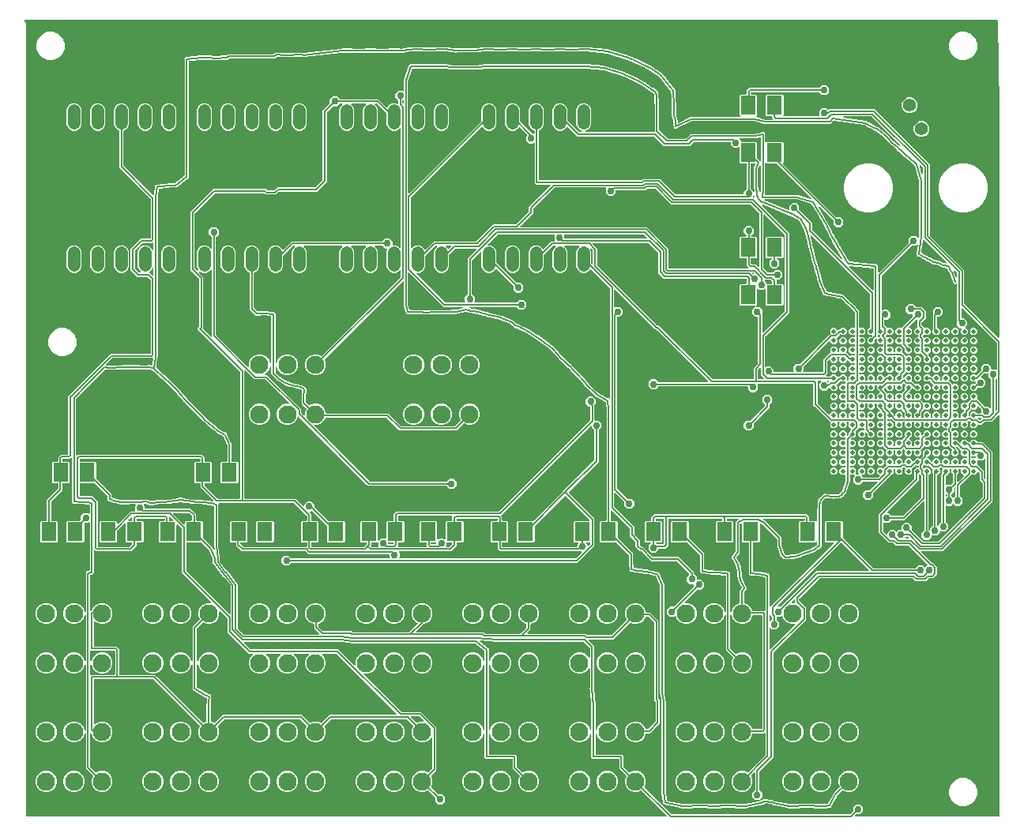
<source format=gbr>
G04 EAGLE Gerber RS-274X export*
G75*
%MOMM*%
%FSLAX34Y34*%
%LPD*%
%INTop Copper*%
%IPPOS*%
%AMOC8*
5,1,8,0,0,1.08239X$1,22.5*%
G01*
%ADD10C,1.320800*%
%ADD11R,1.600000X2.000000*%
%ADD12C,1.950000*%
%ADD13C,0.482600*%
%ADD14C,1.397000*%
%ADD15C,0.152400*%
%ADD16C,0.756400*%

G36*
X697816Y11950D02*
X697816Y11950D01*
X697888Y11952D01*
X697937Y11970D01*
X697988Y11979D01*
X698051Y12012D01*
X698119Y12037D01*
X698160Y12069D01*
X698206Y12094D01*
X698255Y12145D01*
X698311Y12190D01*
X698339Y12234D01*
X698375Y12272D01*
X698405Y12337D01*
X698444Y12397D01*
X698457Y12448D01*
X698479Y12495D01*
X698487Y12566D01*
X698504Y12636D01*
X698500Y12688D01*
X698506Y12739D01*
X698490Y12810D01*
X698485Y12881D01*
X698465Y12929D01*
X698453Y12980D01*
X698417Y13041D01*
X698389Y13107D01*
X698344Y13163D01*
X698327Y13191D01*
X698310Y13206D01*
X698284Y13238D01*
X671742Y39780D01*
X671648Y39848D01*
X671553Y39918D01*
X671547Y39920D01*
X671542Y39924D01*
X671431Y39958D01*
X671319Y39994D01*
X671313Y39994D01*
X671307Y39996D01*
X671190Y39993D01*
X671073Y39992D01*
X671066Y39990D01*
X671061Y39990D01*
X671044Y39983D01*
X670912Y39945D01*
X667243Y38425D01*
X662757Y38425D01*
X658613Y40142D01*
X655442Y43313D01*
X653725Y47457D01*
X653725Y51943D01*
X655229Y55573D01*
X655255Y55686D01*
X655284Y55800D01*
X655284Y55806D01*
X655285Y55812D01*
X655274Y55929D01*
X655265Y56045D01*
X655263Y56051D01*
X655262Y56057D01*
X655214Y56165D01*
X655169Y56271D01*
X655164Y56277D01*
X655162Y56282D01*
X655149Y56296D01*
X655064Y56402D01*
X649276Y62190D01*
X647713Y63753D01*
X647713Y73152D01*
X647710Y73172D01*
X647712Y73191D01*
X647690Y73293D01*
X647674Y73395D01*
X647664Y73412D01*
X647660Y73432D01*
X647607Y73521D01*
X647558Y73612D01*
X647544Y73626D01*
X647534Y73643D01*
X647455Y73710D01*
X647380Y73782D01*
X647362Y73790D01*
X647347Y73803D01*
X647251Y73842D01*
X647157Y73885D01*
X647137Y73887D01*
X647119Y73895D01*
X646952Y73913D01*
X619053Y73913D01*
X617713Y75253D01*
X617713Y100103D01*
X617698Y100199D01*
X617688Y100296D01*
X617678Y100320D01*
X617674Y100346D01*
X617628Y100432D01*
X617588Y100521D01*
X617571Y100540D01*
X617558Y100563D01*
X617488Y100630D01*
X617422Y100702D01*
X617399Y100715D01*
X617380Y100733D01*
X617292Y100774D01*
X617206Y100821D01*
X617181Y100825D01*
X617157Y100836D01*
X617060Y100847D01*
X616964Y100864D01*
X616938Y100861D01*
X616913Y100863D01*
X616817Y100843D01*
X616721Y100829D01*
X616698Y100817D01*
X616672Y100811D01*
X616589Y100761D01*
X616502Y100717D01*
X616483Y100698D01*
X616461Y100685D01*
X616398Y100611D01*
X616330Y100542D01*
X616314Y100513D01*
X616301Y100498D01*
X616289Y100467D01*
X616249Y100395D01*
X614558Y96313D01*
X611387Y93142D01*
X607243Y91425D01*
X602757Y91425D01*
X598613Y93142D01*
X595442Y96313D01*
X593725Y100457D01*
X593725Y104943D01*
X595442Y109087D01*
X598613Y112258D01*
X602757Y113975D01*
X607243Y113975D01*
X611387Y112258D01*
X614558Y109087D01*
X616249Y105005D01*
X616300Y104923D01*
X616346Y104837D01*
X616365Y104819D01*
X616378Y104796D01*
X616453Y104734D01*
X616524Y104667D01*
X616548Y104656D01*
X616568Y104640D01*
X616659Y104605D01*
X616747Y104564D01*
X616773Y104561D01*
X616797Y104551D01*
X616895Y104547D01*
X616991Y104537D01*
X617017Y104542D01*
X617043Y104541D01*
X617137Y104568D01*
X617232Y104589D01*
X617254Y104602D01*
X617279Y104610D01*
X617359Y104665D01*
X617443Y104715D01*
X617460Y104735D01*
X617481Y104750D01*
X617540Y104828D01*
X617603Y104902D01*
X617613Y104926D01*
X617628Y104947D01*
X617658Y105040D01*
X617695Y105130D01*
X617698Y105163D01*
X617704Y105181D01*
X617704Y105214D01*
X617713Y105297D01*
X617713Y130429D01*
X617710Y130452D01*
X617711Y130492D01*
X616290Y147541D01*
X616275Y147600D01*
X616271Y147659D01*
X616246Y147718D01*
X616230Y147780D01*
X616198Y147831D01*
X616189Y147851D01*
X616189Y148717D01*
X616186Y148740D01*
X616187Y148780D01*
X616115Y149645D01*
X616136Y149680D01*
X616148Y149738D01*
X616171Y149794D01*
X616181Y149888D01*
X616188Y149920D01*
X616187Y149936D01*
X616189Y149961D01*
X616189Y170424D01*
X616174Y170520D01*
X616164Y170617D01*
X616154Y170641D01*
X616150Y170667D01*
X616104Y170753D01*
X616064Y170842D01*
X616047Y170861D01*
X616034Y170884D01*
X615964Y170951D01*
X615898Y171023D01*
X615875Y171035D01*
X615856Y171053D01*
X615768Y171095D01*
X615682Y171141D01*
X615657Y171146D01*
X615633Y171157D01*
X615536Y171168D01*
X615440Y171185D01*
X615414Y171181D01*
X615389Y171184D01*
X615294Y171164D01*
X615197Y171149D01*
X615174Y171137D01*
X615148Y171132D01*
X615065Y171082D01*
X614978Y171038D01*
X614959Y171019D01*
X614937Y171006D01*
X614874Y170932D01*
X614806Y170862D01*
X614790Y170834D01*
X614777Y170819D01*
X614765Y170788D01*
X614725Y170715D01*
X614558Y170313D01*
X611387Y167142D01*
X607243Y165425D01*
X602757Y165425D01*
X598613Y167142D01*
X595442Y170313D01*
X593725Y174457D01*
X593725Y178943D01*
X595442Y183087D01*
X598613Y186258D01*
X602757Y187975D01*
X607243Y187975D01*
X611387Y186258D01*
X614558Y183087D01*
X614725Y182685D01*
X614776Y182602D01*
X614822Y182516D01*
X614841Y182498D01*
X614854Y182476D01*
X614929Y182414D01*
X615000Y182347D01*
X615024Y182336D01*
X615044Y182319D01*
X615135Y182284D01*
X615223Y182243D01*
X615249Y182240D01*
X615273Y182231D01*
X615371Y182227D01*
X615467Y182216D01*
X615493Y182221D01*
X615519Y182220D01*
X615613Y182247D01*
X615708Y182268D01*
X615730Y182282D01*
X615755Y182289D01*
X615835Y182344D01*
X615919Y182394D01*
X615936Y182414D01*
X615957Y182429D01*
X616015Y182507D01*
X616079Y182581D01*
X616089Y182605D01*
X616104Y182626D01*
X616134Y182719D01*
X616171Y182809D01*
X616174Y182842D01*
X616180Y182860D01*
X616180Y182893D01*
X616189Y182976D01*
X616189Y192794D01*
X616175Y192884D01*
X616167Y192975D01*
X616155Y193004D01*
X616150Y193036D01*
X616107Y193117D01*
X616071Y193201D01*
X616045Y193233D01*
X616034Y193254D01*
X616011Y193276D01*
X615966Y193332D01*
X610132Y199166D01*
X610058Y199219D01*
X609988Y199279D01*
X609958Y199291D01*
X609932Y199310D01*
X609845Y199337D01*
X609760Y199371D01*
X609719Y199375D01*
X609697Y199382D01*
X609665Y199381D01*
X609594Y199389D01*
X519044Y199389D01*
X518978Y199378D01*
X518910Y199377D01*
X518857Y199359D01*
X518802Y199350D01*
X518765Y199330D01*
X517844Y199388D01*
X517826Y199386D01*
X517797Y199389D01*
X516885Y199389D01*
X516826Y199408D01*
X516764Y199437D01*
X516687Y199450D01*
X516655Y199460D01*
X516634Y199459D01*
X516599Y199466D01*
X499106Y200559D01*
X499080Y200556D01*
X499054Y200560D01*
X498958Y200544D01*
X498861Y200534D01*
X498837Y200524D01*
X498812Y200519D01*
X498726Y200473D01*
X498637Y200433D01*
X498618Y200415D01*
X498595Y200403D01*
X498528Y200332D01*
X498457Y200266D01*
X498444Y200243D01*
X498427Y200224D01*
X498386Y200135D01*
X498339Y200050D01*
X498335Y200024D01*
X498324Y200000D01*
X498314Y199903D01*
X498297Y199807D01*
X498301Y199781D01*
X498298Y199755D01*
X498320Y199660D01*
X498334Y199564D01*
X498346Y199541D01*
X498352Y199515D01*
X498402Y199432D01*
X498447Y199345D01*
X498466Y199327D01*
X498479Y199305D01*
X498602Y199190D01*
X506259Y193447D01*
X506293Y193430D01*
X506321Y193405D01*
X506401Y193373D01*
X506477Y193333D01*
X506514Y193327D01*
X506549Y193313D01*
X506639Y193303D01*
X507164Y192778D01*
X507190Y192759D01*
X507245Y192707D01*
X507834Y192266D01*
X507834Y192264D01*
X507868Y192185D01*
X507894Y192103D01*
X507916Y192072D01*
X507931Y192037D01*
X507987Y191967D01*
X507987Y191225D01*
X507992Y191192D01*
X507994Y191117D01*
X508098Y190388D01*
X508097Y190387D01*
X508065Y190307D01*
X508025Y190231D01*
X508019Y190194D01*
X508005Y190159D01*
X507987Y189992D01*
X507987Y179297D01*
X508002Y179201D01*
X508012Y179104D01*
X508022Y179080D01*
X508026Y179054D01*
X508072Y178968D01*
X508112Y178879D01*
X508129Y178860D01*
X508142Y178837D01*
X508212Y178770D01*
X508278Y178698D01*
X508301Y178685D01*
X508320Y178667D01*
X508408Y178626D01*
X508494Y178579D01*
X508519Y178575D01*
X508543Y178564D01*
X508640Y178553D01*
X508736Y178536D01*
X508762Y178539D01*
X508787Y178537D01*
X508883Y178557D01*
X508979Y178571D01*
X509002Y178583D01*
X509028Y178589D01*
X509111Y178639D01*
X509198Y178683D01*
X509217Y178702D01*
X509239Y178715D01*
X509302Y178789D01*
X509370Y178859D01*
X509386Y178887D01*
X509399Y178902D01*
X509411Y178933D01*
X509451Y179005D01*
X511142Y183087D01*
X514313Y186258D01*
X518457Y187975D01*
X522943Y187975D01*
X527087Y186258D01*
X530258Y183087D01*
X531975Y178943D01*
X531975Y174457D01*
X530258Y170313D01*
X527087Y167142D01*
X522943Y165425D01*
X518457Y165425D01*
X514313Y167142D01*
X511142Y170313D01*
X509451Y174395D01*
X509400Y174477D01*
X509354Y174563D01*
X509335Y174581D01*
X509322Y174604D01*
X509247Y174666D01*
X509176Y174733D01*
X509152Y174744D01*
X509132Y174760D01*
X509041Y174795D01*
X508953Y174836D01*
X508927Y174839D01*
X508903Y174849D01*
X508805Y174853D01*
X508709Y174863D01*
X508683Y174858D01*
X508657Y174859D01*
X508563Y174832D01*
X508468Y174811D01*
X508446Y174798D01*
X508421Y174790D01*
X508341Y174735D01*
X508257Y174685D01*
X508240Y174665D01*
X508219Y174650D01*
X508160Y174572D01*
X508097Y174498D01*
X508087Y174474D01*
X508072Y174453D01*
X508042Y174360D01*
X508005Y174270D01*
X508002Y174237D01*
X507996Y174219D01*
X507996Y174186D01*
X507987Y174103D01*
X507987Y105297D01*
X508002Y105201D01*
X508012Y105104D01*
X508022Y105080D01*
X508026Y105054D01*
X508072Y104968D01*
X508112Y104879D01*
X508129Y104860D01*
X508142Y104837D01*
X508212Y104770D01*
X508278Y104698D01*
X508301Y104685D01*
X508320Y104667D01*
X508408Y104626D01*
X508494Y104579D01*
X508519Y104575D01*
X508543Y104564D01*
X508640Y104553D01*
X508736Y104536D01*
X508762Y104539D01*
X508787Y104537D01*
X508883Y104557D01*
X508979Y104571D01*
X509002Y104583D01*
X509028Y104589D01*
X509111Y104639D01*
X509198Y104683D01*
X509217Y104702D01*
X509239Y104715D01*
X509302Y104789D01*
X509370Y104858D01*
X509386Y104887D01*
X509399Y104902D01*
X509411Y104933D01*
X509451Y105005D01*
X511142Y109087D01*
X514313Y112258D01*
X518457Y113975D01*
X522943Y113975D01*
X527087Y112258D01*
X530258Y109087D01*
X531975Y104943D01*
X531975Y100457D01*
X530258Y96313D01*
X527087Y93142D01*
X522943Y91425D01*
X518457Y91425D01*
X514313Y93142D01*
X511142Y96313D01*
X509451Y100395D01*
X509400Y100477D01*
X509354Y100563D01*
X509335Y100581D01*
X509322Y100604D01*
X509247Y100666D01*
X509176Y100733D01*
X509152Y100744D01*
X509132Y100760D01*
X509041Y100795D01*
X508953Y100836D01*
X508927Y100839D01*
X508903Y100849D01*
X508805Y100853D01*
X508709Y100863D01*
X508683Y100858D01*
X508657Y100859D01*
X508563Y100832D01*
X508468Y100811D01*
X508446Y100798D01*
X508421Y100790D01*
X508341Y100735D01*
X508257Y100685D01*
X508240Y100665D01*
X508219Y100650D01*
X508160Y100572D01*
X508097Y100498D01*
X508087Y100474D01*
X508072Y100453D01*
X508042Y100360D01*
X508005Y100270D01*
X508002Y100237D01*
X507996Y100219D01*
X507996Y100186D01*
X507987Y100103D01*
X507987Y79248D01*
X507990Y79228D01*
X507988Y79209D01*
X508010Y79107D01*
X508026Y79005D01*
X508036Y78988D01*
X508040Y78968D01*
X508093Y78879D01*
X508142Y78788D01*
X508156Y78774D01*
X508166Y78757D01*
X508245Y78690D01*
X508320Y78618D01*
X508338Y78610D01*
X508353Y78597D01*
X508449Y78558D01*
X508543Y78515D01*
X508563Y78513D01*
X508581Y78505D01*
X508748Y78487D01*
X536647Y78487D01*
X537987Y77147D01*
X537987Y65963D01*
X537988Y65953D01*
X537988Y65948D01*
X537993Y65923D01*
X538001Y65872D01*
X538009Y65782D01*
X538021Y65752D01*
X538026Y65720D01*
X538069Y65639D01*
X538105Y65555D01*
X538131Y65523D01*
X538142Y65502D01*
X538165Y65480D01*
X538210Y65424D01*
X543998Y59636D01*
X544092Y59569D01*
X544186Y59498D01*
X544192Y59496D01*
X544198Y59493D01*
X544308Y59459D01*
X544420Y59422D01*
X544427Y59422D01*
X544433Y59420D01*
X544549Y59423D01*
X544666Y59424D01*
X544673Y59427D01*
X544678Y59427D01*
X544696Y59433D01*
X544827Y59471D01*
X548457Y60975D01*
X552943Y60975D01*
X557087Y59258D01*
X560258Y56087D01*
X561975Y51943D01*
X561975Y47457D01*
X560258Y43313D01*
X557087Y40142D01*
X552943Y38425D01*
X548457Y38425D01*
X544313Y40142D01*
X541142Y43313D01*
X539425Y47457D01*
X539425Y51943D01*
X540929Y55573D01*
X540955Y55686D01*
X540984Y55800D01*
X540984Y55806D01*
X540985Y55812D01*
X540974Y55929D01*
X540965Y56045D01*
X540963Y56051D01*
X540962Y56057D01*
X540914Y56165D01*
X540869Y56271D01*
X540864Y56277D01*
X540862Y56282D01*
X540849Y56295D01*
X540764Y56402D01*
X533413Y63753D01*
X533413Y73152D01*
X533410Y73172D01*
X533412Y73191D01*
X533390Y73293D01*
X533374Y73395D01*
X533364Y73412D01*
X533360Y73432D01*
X533307Y73521D01*
X533258Y73612D01*
X533244Y73626D01*
X533234Y73643D01*
X533155Y73710D01*
X533080Y73782D01*
X533062Y73790D01*
X533047Y73803D01*
X532951Y73842D01*
X532857Y73885D01*
X532837Y73887D01*
X532819Y73895D01*
X532652Y73913D01*
X504753Y73913D01*
X503413Y75253D01*
X503413Y100103D01*
X503398Y100199D01*
X503388Y100296D01*
X503378Y100320D01*
X503374Y100346D01*
X503328Y100432D01*
X503288Y100521D01*
X503271Y100540D01*
X503258Y100563D01*
X503188Y100630D01*
X503122Y100702D01*
X503099Y100715D01*
X503080Y100733D01*
X502992Y100774D01*
X502906Y100821D01*
X502881Y100825D01*
X502857Y100836D01*
X502760Y100847D01*
X502664Y100864D01*
X502638Y100861D01*
X502613Y100863D01*
X502517Y100843D01*
X502421Y100829D01*
X502398Y100817D01*
X502372Y100811D01*
X502289Y100761D01*
X502202Y100717D01*
X502183Y100698D01*
X502161Y100685D01*
X502098Y100611D01*
X502030Y100542D01*
X502014Y100513D01*
X502001Y100498D01*
X501989Y100467D01*
X501949Y100395D01*
X500258Y96313D01*
X497087Y93142D01*
X492943Y91425D01*
X488457Y91425D01*
X484313Y93142D01*
X481142Y96313D01*
X479425Y100457D01*
X479425Y104943D01*
X481142Y109087D01*
X484313Y112258D01*
X488457Y113975D01*
X492943Y113975D01*
X497087Y112258D01*
X500258Y109087D01*
X501949Y105005D01*
X502000Y104923D01*
X502046Y104837D01*
X502065Y104819D01*
X502078Y104796D01*
X502153Y104734D01*
X502224Y104667D01*
X502248Y104656D01*
X502268Y104640D01*
X502359Y104605D01*
X502447Y104564D01*
X502473Y104561D01*
X502497Y104551D01*
X502595Y104547D01*
X502691Y104537D01*
X502717Y104542D01*
X502743Y104541D01*
X502837Y104568D01*
X502932Y104589D01*
X502954Y104602D01*
X502979Y104610D01*
X503059Y104665D01*
X503143Y104715D01*
X503160Y104735D01*
X503181Y104750D01*
X503240Y104828D01*
X503303Y104902D01*
X503313Y104926D01*
X503328Y104947D01*
X503358Y105040D01*
X503395Y105130D01*
X503398Y105163D01*
X503404Y105181D01*
X503404Y105214D01*
X503413Y105297D01*
X503413Y174103D01*
X503411Y174116D01*
X503412Y174124D01*
X503402Y174170D01*
X503398Y174199D01*
X503388Y174296D01*
X503378Y174320D01*
X503374Y174346D01*
X503328Y174432D01*
X503288Y174521D01*
X503271Y174540D01*
X503258Y174563D01*
X503188Y174630D01*
X503122Y174702D01*
X503099Y174715D01*
X503080Y174733D01*
X502992Y174774D01*
X502906Y174821D01*
X502881Y174825D01*
X502857Y174836D01*
X502760Y174847D01*
X502664Y174864D01*
X502638Y174861D01*
X502613Y174863D01*
X502517Y174843D01*
X502421Y174829D01*
X502398Y174817D01*
X502372Y174811D01*
X502289Y174761D01*
X502202Y174717D01*
X502183Y174698D01*
X502161Y174685D01*
X502098Y174611D01*
X502030Y174541D01*
X502014Y174513D01*
X502001Y174498D01*
X501989Y174467D01*
X501949Y174395D01*
X500258Y170313D01*
X497087Y167142D01*
X492943Y165425D01*
X488457Y165425D01*
X484313Y167142D01*
X481142Y170313D01*
X479425Y174457D01*
X479425Y178943D01*
X481142Y183087D01*
X484313Y186258D01*
X488457Y187975D01*
X492943Y187975D01*
X497087Y186258D01*
X500258Y183087D01*
X501949Y179005D01*
X502000Y178923D01*
X502046Y178837D01*
X502065Y178819D01*
X502078Y178796D01*
X502153Y178734D01*
X502224Y178667D01*
X502248Y178656D01*
X502268Y178640D01*
X502359Y178605D01*
X502447Y178564D01*
X502473Y178561D01*
X502497Y178551D01*
X502595Y178547D01*
X502691Y178537D01*
X502717Y178542D01*
X502743Y178541D01*
X502837Y178568D01*
X502932Y178589D01*
X502954Y178602D01*
X502979Y178610D01*
X503059Y178665D01*
X503143Y178715D01*
X503160Y178735D01*
X503181Y178750D01*
X503240Y178828D01*
X503303Y178902D01*
X503313Y178926D01*
X503328Y178947D01*
X503358Y179040D01*
X503395Y179130D01*
X503398Y179163D01*
X503404Y179181D01*
X503404Y179214D01*
X503413Y179297D01*
X503413Y189484D01*
X503410Y189506D01*
X503412Y189528D01*
X503390Y189627D01*
X503374Y189727D01*
X503363Y189746D01*
X503358Y189768D01*
X503306Y189855D01*
X503258Y189944D01*
X503242Y189959D01*
X503231Y189978D01*
X503109Y190093D01*
X492949Y197713D01*
X492915Y197730D01*
X492887Y197755D01*
X492807Y197787D01*
X492731Y197827D01*
X492694Y197833D01*
X492659Y197847D01*
X492492Y197865D01*
X362493Y197865D01*
X362448Y197858D01*
X362403Y197860D01*
X362328Y197838D01*
X362250Y197826D01*
X362210Y197804D01*
X362167Y197792D01*
X362124Y197765D01*
X361349Y197860D01*
X361319Y197858D01*
X361257Y197865D01*
X360476Y197865D01*
X360432Y197890D01*
X360369Y197935D01*
X360325Y197949D01*
X360285Y197971D01*
X360151Y198002D01*
X360134Y198008D01*
X360129Y198007D01*
X360122Y198009D01*
X348832Y199384D01*
X348802Y199382D01*
X348740Y199389D01*
X246118Y199389D01*
X246048Y199378D01*
X245976Y199376D01*
X245927Y199358D01*
X245876Y199350D01*
X245812Y199316D01*
X245745Y199291D01*
X245704Y199259D01*
X245658Y199234D01*
X245609Y199182D01*
X245553Y199138D01*
X245525Y199094D01*
X245489Y199056D01*
X245459Y198991D01*
X245420Y198931D01*
X245407Y198880D01*
X245385Y198833D01*
X245377Y198762D01*
X245360Y198692D01*
X245364Y198640D01*
X245358Y198589D01*
X245373Y198518D01*
X245379Y198447D01*
X245399Y198399D01*
X245410Y198348D01*
X245447Y198287D01*
X245475Y198221D01*
X245520Y198165D01*
X245537Y198137D01*
X245554Y198122D01*
X245580Y198090D01*
X252184Y191486D01*
X252258Y191433D01*
X252328Y191373D01*
X252358Y191361D01*
X252384Y191342D01*
X252471Y191315D01*
X252556Y191281D01*
X252597Y191277D01*
X252619Y191270D01*
X252651Y191271D01*
X252723Y191263D01*
X346895Y191263D01*
X363826Y174332D01*
X363884Y174290D01*
X363936Y174241D01*
X363983Y174219D01*
X364025Y174189D01*
X364094Y174168D01*
X364159Y174137D01*
X364211Y174132D01*
X364261Y174116D01*
X364332Y174118D01*
X364403Y174110D01*
X364454Y174121D01*
X364506Y174123D01*
X364574Y174147D01*
X364644Y174162D01*
X364689Y174189D01*
X364737Y174207D01*
X364793Y174252D01*
X364855Y174289D01*
X364889Y174328D01*
X364929Y174361D01*
X364968Y174421D01*
X365015Y174476D01*
X365034Y174524D01*
X365062Y174568D01*
X365080Y174637D01*
X365107Y174704D01*
X365115Y174775D01*
X365123Y174806D01*
X365121Y174830D01*
X365125Y174870D01*
X365125Y178943D01*
X366842Y183087D01*
X370013Y186258D01*
X374157Y187975D01*
X378643Y187975D01*
X382787Y186258D01*
X385958Y183087D01*
X387675Y178943D01*
X387675Y174457D01*
X385958Y170313D01*
X382787Y167142D01*
X378643Y165425D01*
X374570Y165425D01*
X374500Y165414D01*
X374428Y165412D01*
X374379Y165394D01*
X374328Y165386D01*
X374264Y165352D01*
X374197Y165327D01*
X374156Y165295D01*
X374110Y165270D01*
X374061Y165219D01*
X374005Y165174D01*
X373977Y165130D01*
X373941Y165092D01*
X373911Y165027D01*
X373872Y164967D01*
X373859Y164916D01*
X373837Y164869D01*
X373829Y164798D01*
X373812Y164728D01*
X373816Y164676D01*
X373810Y164625D01*
X373825Y164554D01*
X373831Y164483D01*
X373851Y164435D01*
X373862Y164384D01*
X373899Y164323D01*
X373927Y164257D01*
X373972Y164201D01*
X373989Y164173D01*
X374006Y164158D01*
X374032Y164126D01*
X413728Y124430D01*
X413802Y124377D01*
X413872Y124317D01*
X413902Y124305D01*
X413928Y124286D01*
X414015Y124259D01*
X414100Y124225D01*
X414141Y124221D01*
X414163Y124214D01*
X414195Y124215D01*
X414266Y124207D01*
X435287Y124207D01*
X451867Y107627D01*
X451867Y61537D01*
X446452Y56122D01*
X446384Y56028D01*
X446314Y55934D01*
X446312Y55928D01*
X446309Y55923D01*
X446274Y55811D01*
X446238Y55700D01*
X446238Y55693D01*
X446236Y55687D01*
X446239Y55571D01*
X446240Y55454D01*
X446242Y55447D01*
X446243Y55442D01*
X446249Y55424D01*
X446287Y55293D01*
X447675Y51943D01*
X447675Y47457D01*
X446188Y43867D01*
X446161Y43753D01*
X446132Y43640D01*
X446133Y43634D01*
X446131Y43627D01*
X446142Y43511D01*
X446151Y43395D01*
X446154Y43389D01*
X446154Y43383D01*
X446202Y43275D01*
X446248Y43168D01*
X446252Y43162D01*
X446254Y43158D01*
X446267Y43144D01*
X446353Y43037D01*
X453380Y36010D01*
X453454Y35957D01*
X453524Y35897D01*
X453554Y35885D01*
X453580Y35866D01*
X453667Y35839D01*
X453752Y35805D01*
X453793Y35801D01*
X453815Y35794D01*
X453847Y35795D01*
X453919Y35787D01*
X457874Y35787D01*
X460983Y32678D01*
X460983Y28282D01*
X457874Y25173D01*
X453478Y25173D01*
X450369Y28282D01*
X450369Y32237D01*
X450355Y32328D01*
X450347Y32418D01*
X450335Y32448D01*
X450330Y32480D01*
X450287Y32561D01*
X450251Y32645D01*
X450225Y32677D01*
X450214Y32698D01*
X450191Y32720D01*
X450146Y32776D01*
X443142Y39780D01*
X443048Y39848D01*
X442953Y39918D01*
X442947Y39920D01*
X442942Y39924D01*
X442831Y39958D01*
X442719Y39994D01*
X442713Y39994D01*
X442707Y39996D01*
X442590Y39993D01*
X442473Y39992D01*
X442466Y39990D01*
X442461Y39990D01*
X442444Y39983D01*
X442312Y39945D01*
X438643Y38425D01*
X434157Y38425D01*
X430013Y40142D01*
X426842Y43313D01*
X425125Y47457D01*
X425125Y51943D01*
X426842Y56087D01*
X430013Y59258D01*
X434157Y60975D01*
X438643Y60975D01*
X442553Y59355D01*
X442666Y59329D01*
X442780Y59300D01*
X442786Y59300D01*
X442792Y59299D01*
X442909Y59310D01*
X443025Y59319D01*
X443031Y59321D01*
X443037Y59322D01*
X443144Y59370D01*
X443251Y59415D01*
X443257Y59420D01*
X443262Y59422D01*
X443275Y59435D01*
X443382Y59520D01*
X447070Y63208D01*
X447123Y63282D01*
X447183Y63352D01*
X447195Y63382D01*
X447214Y63408D01*
X447241Y63495D01*
X447275Y63580D01*
X447279Y63621D01*
X447286Y63643D01*
X447285Y63675D01*
X447293Y63747D01*
X447293Y95811D01*
X447282Y95881D01*
X447280Y95953D01*
X447262Y96002D01*
X447254Y96053D01*
X447220Y96117D01*
X447195Y96184D01*
X447163Y96225D01*
X447138Y96271D01*
X447086Y96320D01*
X447042Y96376D01*
X446998Y96404D01*
X446960Y96440D01*
X446895Y96470D01*
X446835Y96509D01*
X446784Y96522D01*
X446737Y96544D01*
X446666Y96552D01*
X446596Y96569D01*
X446544Y96565D01*
X446493Y96571D01*
X446422Y96556D01*
X446351Y96550D01*
X446303Y96530D01*
X446252Y96519D01*
X446191Y96482D01*
X446125Y96454D01*
X446069Y96409D01*
X446041Y96392D01*
X446026Y96375D01*
X445994Y96349D01*
X442787Y93142D01*
X438643Y91425D01*
X434157Y91425D01*
X430013Y93142D01*
X426842Y96313D01*
X425125Y100457D01*
X425125Y104943D01*
X426745Y108853D01*
X426771Y108966D01*
X426800Y109080D01*
X426800Y109086D01*
X426801Y109092D01*
X426790Y109209D01*
X426781Y109325D01*
X426779Y109331D01*
X426778Y109337D01*
X426730Y109445D01*
X426685Y109551D01*
X426680Y109557D01*
X426678Y109562D01*
X426665Y109576D01*
X426580Y109682D01*
X419900Y116362D01*
X419826Y116415D01*
X419756Y116475D01*
X419726Y116487D01*
X419700Y116506D01*
X419613Y116533D01*
X419528Y116567D01*
X419487Y116571D01*
X419465Y116578D01*
X419433Y116577D01*
X419361Y116585D01*
X339591Y116585D01*
X339500Y116571D01*
X339410Y116563D01*
X339380Y116551D01*
X339348Y116546D01*
X339267Y116503D01*
X339183Y116467D01*
X339151Y116441D01*
X339130Y116430D01*
X339108Y116407D01*
X339052Y116362D01*
X332053Y109363D01*
X331985Y109268D01*
X331915Y109174D01*
X331913Y109168D01*
X331909Y109163D01*
X331875Y109052D01*
X331838Y108940D01*
X331839Y108934D01*
X331837Y108928D01*
X331840Y108811D01*
X331841Y108694D01*
X331843Y108687D01*
X331843Y108682D01*
X331849Y108664D01*
X331888Y108533D01*
X333375Y104943D01*
X333375Y100457D01*
X331658Y96313D01*
X328487Y93142D01*
X324343Y91425D01*
X319857Y91425D01*
X315713Y93142D01*
X312542Y96313D01*
X310825Y100457D01*
X310825Y104943D01*
X312445Y108853D01*
X312471Y108966D01*
X312500Y109080D01*
X312500Y109086D01*
X312501Y109092D01*
X312490Y109209D01*
X312481Y109325D01*
X312479Y109331D01*
X312478Y109337D01*
X312430Y109445D01*
X312385Y109551D01*
X312380Y109557D01*
X312378Y109562D01*
X312365Y109576D01*
X312280Y109682D01*
X305600Y116362D01*
X305526Y116415D01*
X305456Y116475D01*
X305426Y116487D01*
X305400Y116506D01*
X305313Y116533D01*
X305228Y116567D01*
X305187Y116571D01*
X305165Y116578D01*
X305133Y116577D01*
X305061Y116585D01*
X225291Y116585D01*
X225200Y116571D01*
X225110Y116563D01*
X225080Y116551D01*
X225048Y116546D01*
X224967Y116503D01*
X224883Y116467D01*
X224851Y116441D01*
X224830Y116430D01*
X224808Y116407D01*
X224752Y116362D01*
X217753Y109363D01*
X217685Y109268D01*
X217615Y109174D01*
X217613Y109168D01*
X217609Y109163D01*
X217575Y109052D01*
X217538Y108940D01*
X217539Y108934D01*
X217537Y108928D01*
X217540Y108811D01*
X217541Y108694D01*
X217543Y108687D01*
X217543Y108682D01*
X217549Y108664D01*
X217588Y108533D01*
X219075Y104943D01*
X219075Y100457D01*
X217358Y96313D01*
X214187Y93142D01*
X210043Y91425D01*
X205557Y91425D01*
X201413Y93142D01*
X198242Y96313D01*
X196525Y100457D01*
X196525Y104943D01*
X198145Y108853D01*
X198171Y108966D01*
X198200Y109080D01*
X198200Y109086D01*
X198201Y109092D01*
X198190Y109209D01*
X198181Y109325D01*
X198179Y109331D01*
X198178Y109337D01*
X198130Y109445D01*
X198085Y109551D01*
X198080Y109557D01*
X198078Y109562D01*
X198065Y109576D01*
X197980Y109682D01*
X148628Y159034D01*
X148554Y159087D01*
X148484Y159147D01*
X148454Y159159D01*
X148428Y159178D01*
X148341Y159205D01*
X148256Y159239D01*
X148215Y159243D01*
X148193Y159250D01*
X148161Y159249D01*
X148089Y159257D01*
X85344Y159257D01*
X85324Y159254D01*
X85305Y159256D01*
X85203Y159234D01*
X85101Y159218D01*
X85084Y159208D01*
X85064Y159204D01*
X84975Y159151D01*
X84884Y159102D01*
X84870Y159088D01*
X84853Y159078D01*
X84786Y158999D01*
X84714Y158924D01*
X84706Y158906D01*
X84693Y158891D01*
X84654Y158795D01*
X84611Y158701D01*
X84609Y158681D01*
X84601Y158663D01*
X84583Y158496D01*
X84583Y111565D01*
X84594Y111495D01*
X84596Y111423D01*
X84614Y111374D01*
X84622Y111323D01*
X84656Y111259D01*
X84681Y111192D01*
X84713Y111151D01*
X84738Y111105D01*
X84790Y111056D01*
X84834Y111000D01*
X84878Y110972D01*
X84916Y110936D01*
X84981Y110906D01*
X85041Y110867D01*
X85092Y110854D01*
X85139Y110832D01*
X85210Y110824D01*
X85280Y110807D01*
X85332Y110811D01*
X85383Y110805D01*
X85454Y110820D01*
X85525Y110826D01*
X85573Y110846D01*
X85624Y110857D01*
X85685Y110894D01*
X85751Y110922D01*
X85807Y110967D01*
X85835Y110984D01*
X85850Y111001D01*
X85882Y111027D01*
X87113Y112258D01*
X91257Y113975D01*
X95743Y113975D01*
X99887Y112258D01*
X103058Y109087D01*
X104775Y104943D01*
X104775Y100457D01*
X103058Y96313D01*
X99887Y93142D01*
X95743Y91425D01*
X91257Y91425D01*
X87113Y93142D01*
X83942Y96313D01*
X82251Y100395D01*
X82200Y100477D01*
X82154Y100563D01*
X82135Y100581D01*
X82122Y100604D01*
X82047Y100666D01*
X81976Y100733D01*
X81952Y100744D01*
X81932Y100760D01*
X81841Y100795D01*
X81753Y100836D01*
X81727Y100839D01*
X81703Y100849D01*
X81605Y100853D01*
X81509Y100863D01*
X81483Y100858D01*
X81457Y100859D01*
X81363Y100832D01*
X81268Y100811D01*
X81246Y100798D01*
X81221Y100790D01*
X81141Y100735D01*
X81057Y100685D01*
X81040Y100665D01*
X81019Y100650D01*
X80960Y100572D01*
X80897Y100498D01*
X80887Y100474D01*
X80872Y100453D01*
X80842Y100360D01*
X80805Y100270D01*
X80802Y100237D01*
X80796Y100219D01*
X80796Y100186D01*
X80787Y100103D01*
X80787Y65963D01*
X80788Y65953D01*
X80788Y65948D01*
X80793Y65923D01*
X80801Y65872D01*
X80809Y65782D01*
X80821Y65752D01*
X80826Y65720D01*
X80869Y65639D01*
X80905Y65555D01*
X80931Y65523D01*
X80942Y65502D01*
X80965Y65480D01*
X81010Y65424D01*
X86798Y59636D01*
X86892Y59569D01*
X86986Y59498D01*
X86992Y59496D01*
X86998Y59493D01*
X87108Y59459D01*
X87220Y59422D01*
X87227Y59422D01*
X87233Y59420D01*
X87349Y59423D01*
X87466Y59424D01*
X87473Y59427D01*
X87478Y59427D01*
X87496Y59433D01*
X87627Y59471D01*
X91257Y60975D01*
X95743Y60975D01*
X99887Y59258D01*
X103058Y56087D01*
X104775Y51943D01*
X104775Y47457D01*
X103058Y43313D01*
X99887Y40142D01*
X95743Y38425D01*
X91257Y38425D01*
X87113Y40142D01*
X83942Y43313D01*
X82225Y47457D01*
X82225Y51943D01*
X83729Y55573D01*
X83755Y55686D01*
X83784Y55800D01*
X83784Y55806D01*
X83785Y55812D01*
X83774Y55929D01*
X83765Y56045D01*
X83763Y56051D01*
X83762Y56057D01*
X83714Y56165D01*
X83669Y56271D01*
X83664Y56277D01*
X83662Y56282D01*
X83649Y56295D01*
X83564Y56402D01*
X76213Y63753D01*
X76213Y100103D01*
X76198Y100199D01*
X76188Y100296D01*
X76178Y100320D01*
X76174Y100346D01*
X76128Y100432D01*
X76088Y100521D01*
X76071Y100540D01*
X76058Y100563D01*
X75988Y100630D01*
X75922Y100702D01*
X75899Y100715D01*
X75880Y100733D01*
X75792Y100774D01*
X75706Y100821D01*
X75681Y100825D01*
X75657Y100836D01*
X75560Y100847D01*
X75464Y100864D01*
X75438Y100861D01*
X75413Y100863D01*
X75317Y100843D01*
X75221Y100829D01*
X75198Y100817D01*
X75172Y100811D01*
X75089Y100761D01*
X75002Y100717D01*
X74983Y100698D01*
X74961Y100685D01*
X74898Y100611D01*
X74830Y100542D01*
X74814Y100513D01*
X74801Y100498D01*
X74789Y100467D01*
X74749Y100395D01*
X73058Y96313D01*
X69887Y93142D01*
X65743Y91425D01*
X61257Y91425D01*
X57113Y93142D01*
X53942Y96313D01*
X52225Y100457D01*
X52225Y104943D01*
X53942Y109087D01*
X57113Y112258D01*
X61257Y113975D01*
X65743Y113975D01*
X69887Y112258D01*
X73058Y109087D01*
X74749Y105005D01*
X74800Y104923D01*
X74846Y104837D01*
X74865Y104819D01*
X74878Y104796D01*
X74953Y104734D01*
X75024Y104667D01*
X75048Y104656D01*
X75068Y104640D01*
X75159Y104605D01*
X75247Y104564D01*
X75273Y104561D01*
X75297Y104551D01*
X75395Y104547D01*
X75491Y104537D01*
X75517Y104542D01*
X75543Y104541D01*
X75637Y104568D01*
X75732Y104589D01*
X75754Y104602D01*
X75779Y104610D01*
X75859Y104665D01*
X75943Y104715D01*
X75960Y104735D01*
X75981Y104750D01*
X76040Y104828D01*
X76103Y104902D01*
X76113Y104926D01*
X76128Y104947D01*
X76158Y105040D01*
X76195Y105130D01*
X76198Y105163D01*
X76204Y105181D01*
X76204Y105214D01*
X76213Y105297D01*
X76213Y174103D01*
X76211Y174116D01*
X76212Y174124D01*
X76202Y174170D01*
X76198Y174199D01*
X76188Y174296D01*
X76178Y174320D01*
X76174Y174346D01*
X76128Y174432D01*
X76088Y174521D01*
X76071Y174540D01*
X76058Y174563D01*
X75988Y174630D01*
X75922Y174702D01*
X75899Y174715D01*
X75880Y174733D01*
X75792Y174774D01*
X75706Y174821D01*
X75681Y174825D01*
X75657Y174836D01*
X75560Y174847D01*
X75464Y174864D01*
X75438Y174861D01*
X75413Y174863D01*
X75317Y174843D01*
X75221Y174829D01*
X75198Y174817D01*
X75172Y174811D01*
X75089Y174761D01*
X75002Y174717D01*
X74983Y174698D01*
X74961Y174685D01*
X74898Y174611D01*
X74830Y174542D01*
X74814Y174513D01*
X74801Y174498D01*
X74789Y174467D01*
X74749Y174395D01*
X73058Y170313D01*
X69887Y167142D01*
X65743Y165425D01*
X61257Y165425D01*
X57113Y167142D01*
X53942Y170313D01*
X52225Y174457D01*
X52225Y178943D01*
X53942Y183087D01*
X57113Y186258D01*
X61257Y187975D01*
X65743Y187975D01*
X69887Y186258D01*
X73058Y183087D01*
X74749Y179005D01*
X74800Y178923D01*
X74846Y178837D01*
X74865Y178819D01*
X74878Y178796D01*
X74953Y178734D01*
X75024Y178667D01*
X75048Y178656D01*
X75068Y178640D01*
X75159Y178605D01*
X75247Y178564D01*
X75273Y178561D01*
X75297Y178551D01*
X75395Y178547D01*
X75491Y178537D01*
X75517Y178542D01*
X75543Y178541D01*
X75637Y178568D01*
X75732Y178589D01*
X75754Y178602D01*
X75779Y178610D01*
X75859Y178665D01*
X75943Y178715D01*
X75960Y178735D01*
X75981Y178750D01*
X76040Y178828D01*
X76103Y178902D01*
X76113Y178926D01*
X76128Y178947D01*
X76158Y179040D01*
X76195Y179130D01*
X76198Y179163D01*
X76204Y179181D01*
X76204Y179214D01*
X76213Y179297D01*
X76213Y227103D01*
X76198Y227199D01*
X76188Y227296D01*
X76178Y227320D01*
X76174Y227346D01*
X76128Y227432D01*
X76088Y227521D01*
X76071Y227540D01*
X76058Y227563D01*
X75988Y227630D01*
X75922Y227702D01*
X75899Y227715D01*
X75880Y227733D01*
X75792Y227774D01*
X75706Y227821D01*
X75681Y227825D01*
X75657Y227836D01*
X75560Y227847D01*
X75464Y227864D01*
X75438Y227861D01*
X75413Y227863D01*
X75317Y227843D01*
X75221Y227829D01*
X75198Y227817D01*
X75172Y227811D01*
X75089Y227761D01*
X75002Y227717D01*
X74983Y227698D01*
X74961Y227685D01*
X74898Y227611D01*
X74830Y227542D01*
X74814Y227513D01*
X74801Y227498D01*
X74789Y227467D01*
X74749Y227395D01*
X73058Y223313D01*
X69887Y220142D01*
X65743Y218425D01*
X61257Y218425D01*
X57113Y220142D01*
X53942Y223313D01*
X52225Y227457D01*
X52225Y231943D01*
X53942Y236087D01*
X57113Y239258D01*
X61257Y240975D01*
X65743Y240975D01*
X69887Y239258D01*
X73058Y236087D01*
X74749Y232005D01*
X74800Y231923D01*
X74846Y231837D01*
X74865Y231819D01*
X74878Y231796D01*
X74953Y231734D01*
X75024Y231667D01*
X75048Y231656D01*
X75068Y231640D01*
X75159Y231605D01*
X75247Y231564D01*
X75273Y231561D01*
X75297Y231551D01*
X75395Y231547D01*
X75491Y231537D01*
X75517Y231542D01*
X75543Y231541D01*
X75637Y231568D01*
X75732Y231589D01*
X75754Y231602D01*
X75779Y231610D01*
X75859Y231665D01*
X75943Y231715D01*
X75960Y231735D01*
X75981Y231750D01*
X76040Y231828D01*
X76103Y231902D01*
X76113Y231926D01*
X76128Y231947D01*
X76158Y232040D01*
X76195Y232130D01*
X76198Y232163D01*
X76204Y232181D01*
X76204Y232214D01*
X76213Y232297D01*
X76213Y272463D01*
X76212Y272471D01*
X76213Y272478D01*
X76191Y272644D01*
X76054Y273207D01*
X76103Y273288D01*
X76195Y273516D01*
X76213Y273683D01*
X76213Y273778D01*
X76623Y274188D01*
X76627Y274194D01*
X76633Y274198D01*
X76736Y274331D01*
X77036Y274827D01*
X77128Y274849D01*
X77355Y274946D01*
X77486Y275051D01*
X77553Y275118D01*
X78132Y275118D01*
X78140Y275119D01*
X78147Y275118D01*
X78313Y275139D01*
X79683Y275475D01*
X79731Y275495D01*
X79782Y275506D01*
X79843Y275543D01*
X79909Y275571D01*
X79948Y275606D01*
X79993Y275632D01*
X80040Y275687D01*
X80093Y275735D01*
X80119Y275780D01*
X80153Y275819D01*
X80180Y275886D01*
X80215Y275948D01*
X80225Y275999D01*
X80245Y276048D01*
X80258Y276162D01*
X80263Y276189D01*
X80262Y276199D01*
X80263Y276214D01*
X80263Y326953D01*
X80252Y327023D01*
X80250Y327095D01*
X80232Y327144D01*
X80224Y327195D01*
X80190Y327259D01*
X80165Y327326D01*
X80133Y327367D01*
X80108Y327413D01*
X80056Y327462D01*
X80012Y327518D01*
X79968Y327546D01*
X79930Y327582D01*
X79865Y327612D01*
X79805Y327651D01*
X79754Y327664D01*
X79707Y327686D01*
X79636Y327694D01*
X79566Y327711D01*
X79514Y327707D01*
X79463Y327713D01*
X79392Y327698D01*
X79321Y327692D01*
X79273Y327672D01*
X79222Y327661D01*
X79161Y327624D01*
X79095Y327596D01*
X79039Y327551D01*
X79011Y327534D01*
X78996Y327517D01*
X78964Y327491D01*
X78398Y326925D01*
X75086Y326925D01*
X75066Y326922D01*
X75047Y326924D01*
X74945Y326902D01*
X74843Y326886D01*
X74826Y326876D01*
X74806Y326872D01*
X74717Y326819D01*
X74626Y326770D01*
X74612Y326756D01*
X74595Y326746D01*
X74528Y326667D01*
X74456Y326592D01*
X74448Y326574D01*
X74435Y326559D01*
X74396Y326463D01*
X74353Y326369D01*
X74351Y326349D01*
X74343Y326331D01*
X74325Y326164D01*
X74325Y306868D01*
X73432Y305975D01*
X56168Y305975D01*
X55275Y306868D01*
X55275Y328132D01*
X56168Y329025D01*
X69443Y329025D01*
X69533Y329039D01*
X69624Y329047D01*
X69654Y329059D01*
X69686Y329064D01*
X69767Y329107D01*
X69851Y329143D01*
X69883Y329169D01*
X69904Y329180D01*
X69926Y329203D01*
X69982Y329248D01*
X70670Y329936D01*
X70724Y330010D01*
X70783Y330080D01*
X70795Y330110D01*
X70814Y330136D01*
X70841Y330223D01*
X70875Y330308D01*
X70879Y330349D01*
X70886Y330371D01*
X70885Y330403D01*
X70893Y330474D01*
X70893Y334430D01*
X74002Y337539D01*
X78398Y337539D01*
X78964Y336973D01*
X79022Y336931D01*
X79074Y336882D01*
X79121Y336860D01*
X79163Y336830D01*
X79232Y336808D01*
X79297Y336778D01*
X79349Y336773D01*
X79399Y336757D01*
X79470Y336759D01*
X79541Y336751D01*
X79592Y336762D01*
X79644Y336764D01*
X79712Y336788D01*
X79782Y336803D01*
X79827Y336830D01*
X79875Y336848D01*
X79931Y336893D01*
X79993Y336930D01*
X80027Y336969D01*
X80067Y337002D01*
X80106Y337062D01*
X80153Y337117D01*
X80172Y337165D01*
X80200Y337209D01*
X80218Y337278D01*
X80245Y337345D01*
X80253Y337416D01*
X80261Y337447D01*
X80259Y337470D01*
X80263Y337511D01*
X80263Y345432D01*
X80247Y345531D01*
X80237Y345631D01*
X80227Y345652D01*
X80224Y345675D01*
X80177Y345763D01*
X80135Y345855D01*
X80119Y345872D01*
X80108Y345892D01*
X80036Y345961D01*
X79967Y346035D01*
X79947Y346046D01*
X79930Y346061D01*
X79839Y346104D01*
X79750Y346151D01*
X79723Y346158D01*
X79707Y346165D01*
X79674Y346169D01*
X79587Y346188D01*
X77516Y346420D01*
X72714Y346959D01*
X72686Y346957D01*
X72630Y346963D01*
X70641Y346963D01*
X70577Y346953D01*
X70511Y346952D01*
X70456Y346933D01*
X70398Y346924D01*
X70352Y346899D01*
X69448Y346961D01*
X69428Y346960D01*
X69395Y346963D01*
X68499Y346963D01*
X68490Y346970D01*
X68428Y346989D01*
X68369Y347017D01*
X68287Y347032D01*
X68255Y347042D01*
X68236Y347041D01*
X68204Y347047D01*
X65902Y347206D01*
X63447Y347375D01*
X63428Y347373D01*
X63395Y347377D01*
X62499Y347377D01*
X62490Y347383D01*
X62440Y347399D01*
X61845Y348083D01*
X61829Y348095D01*
X61809Y348121D01*
X61175Y348755D01*
X61174Y348765D01*
X61149Y348812D01*
X61211Y349716D01*
X61210Y349736D01*
X61213Y349769D01*
X61213Y395994D01*
X61202Y396064D01*
X61200Y396136D01*
X61182Y396185D01*
X61174Y396236D01*
X61140Y396300D01*
X61115Y396367D01*
X61083Y396408D01*
X61058Y396454D01*
X61006Y396503D01*
X60962Y396559D01*
X60918Y396587D01*
X60880Y396623D01*
X60815Y396653D01*
X60755Y396692D01*
X60704Y396705D01*
X60657Y396727D01*
X60586Y396735D01*
X60516Y396752D01*
X60464Y396748D01*
X60413Y396754D01*
X60342Y396739D01*
X60271Y396733D01*
X60223Y396713D01*
X60172Y396702D01*
X60111Y396665D01*
X60045Y396637D01*
X59989Y396592D01*
X59961Y396575D01*
X59946Y396558D01*
X59914Y396532D01*
X58859Y395477D01*
X51816Y395477D01*
X51796Y395474D01*
X51777Y395476D01*
X51675Y395454D01*
X51573Y395438D01*
X51556Y395428D01*
X51536Y395424D01*
X51447Y395371D01*
X51356Y395322D01*
X51342Y395308D01*
X51325Y395298D01*
X51258Y395219D01*
X51186Y395144D01*
X51178Y395126D01*
X51165Y395111D01*
X51126Y395015D01*
X51083Y394921D01*
X51081Y394901D01*
X51073Y394883D01*
X51055Y394716D01*
X51055Y393286D01*
X51058Y393266D01*
X51056Y393247D01*
X51078Y393145D01*
X51094Y393043D01*
X51104Y393026D01*
X51108Y393006D01*
X51161Y392917D01*
X51210Y392826D01*
X51224Y392812D01*
X51234Y392795D01*
X51313Y392728D01*
X51388Y392656D01*
X51406Y392648D01*
X51421Y392635D01*
X51517Y392596D01*
X51611Y392553D01*
X51631Y392551D01*
X51649Y392543D01*
X51816Y392525D01*
X58132Y392525D01*
X59025Y391632D01*
X59025Y370368D01*
X58132Y369475D01*
X51816Y369475D01*
X51796Y369472D01*
X51777Y369474D01*
X51675Y369452D01*
X51573Y369436D01*
X51556Y369426D01*
X51536Y369422D01*
X51447Y369369D01*
X51356Y369320D01*
X51342Y369306D01*
X51325Y369296D01*
X51258Y369217D01*
X51186Y369142D01*
X51178Y369124D01*
X51165Y369109D01*
X51126Y369013D01*
X51083Y368919D01*
X51081Y368899D01*
X51073Y368881D01*
X51055Y368714D01*
X51055Y361765D01*
X39086Y349796D01*
X39033Y349722D01*
X38973Y349652D01*
X38961Y349622D01*
X38942Y349596D01*
X38915Y349509D01*
X38881Y349424D01*
X38877Y349383D01*
X38870Y349361D01*
X38871Y349329D01*
X38863Y349257D01*
X38863Y329786D01*
X38866Y329766D01*
X38864Y329747D01*
X38886Y329645D01*
X38902Y329543D01*
X38912Y329526D01*
X38916Y329506D01*
X38969Y329417D01*
X39018Y329326D01*
X39032Y329312D01*
X39042Y329295D01*
X39121Y329228D01*
X39196Y329156D01*
X39214Y329148D01*
X39229Y329135D01*
X39325Y329096D01*
X39419Y329053D01*
X39439Y329051D01*
X39457Y329043D01*
X39624Y329025D01*
X45432Y329025D01*
X46325Y328132D01*
X46325Y306868D01*
X45432Y305975D01*
X28168Y305975D01*
X27275Y306868D01*
X27275Y328132D01*
X28168Y329025D01*
X33528Y329025D01*
X33548Y329028D01*
X33567Y329026D01*
X33669Y329048D01*
X33771Y329064D01*
X33788Y329074D01*
X33808Y329078D01*
X33897Y329131D01*
X33988Y329180D01*
X34002Y329194D01*
X34019Y329204D01*
X34086Y329283D01*
X34158Y329358D01*
X34166Y329376D01*
X34179Y329391D01*
X34218Y329487D01*
X34261Y329581D01*
X34263Y329601D01*
X34271Y329619D01*
X34289Y329786D01*
X34289Y351467D01*
X46258Y363436D01*
X46311Y363510D01*
X46371Y363580D01*
X46383Y363610D01*
X46402Y363636D01*
X46429Y363723D01*
X46463Y363808D01*
X46467Y363849D01*
X46474Y363871D01*
X46473Y363903D01*
X46481Y363975D01*
X46481Y368714D01*
X46478Y368734D01*
X46480Y368753D01*
X46458Y368855D01*
X46442Y368957D01*
X46432Y368974D01*
X46428Y368994D01*
X46375Y369083D01*
X46326Y369174D01*
X46312Y369188D01*
X46302Y369205D01*
X46223Y369272D01*
X46148Y369344D01*
X46130Y369352D01*
X46115Y369365D01*
X46019Y369404D01*
X45925Y369447D01*
X45905Y369449D01*
X45887Y369457D01*
X45720Y369475D01*
X40868Y369475D01*
X39975Y370368D01*
X39975Y391632D01*
X40868Y392525D01*
X45720Y392525D01*
X45740Y392528D01*
X45759Y392526D01*
X45861Y392548D01*
X45963Y392564D01*
X45980Y392574D01*
X46000Y392578D01*
X46089Y392631D01*
X46180Y392680D01*
X46194Y392694D01*
X46211Y392704D01*
X46278Y392783D01*
X46350Y392858D01*
X46358Y392876D01*
X46371Y392891D01*
X46410Y392987D01*
X46453Y393081D01*
X46455Y393101D01*
X46463Y393119D01*
X46481Y393286D01*
X46481Y397187D01*
X49345Y400051D01*
X56388Y400051D01*
X56408Y400054D01*
X56427Y400052D01*
X56529Y400074D01*
X56631Y400090D01*
X56648Y400100D01*
X56668Y400104D01*
X56757Y400157D01*
X56848Y400206D01*
X56862Y400220D01*
X56879Y400230D01*
X56946Y400309D01*
X57018Y400384D01*
X57026Y400402D01*
X57039Y400417D01*
X57078Y400513D01*
X57121Y400607D01*
X57123Y400627D01*
X57131Y400645D01*
X57149Y400812D01*
X57149Y462719D01*
X102685Y508255D01*
X144780Y508255D01*
X144800Y508258D01*
X144819Y508256D01*
X144921Y508278D01*
X145023Y508294D01*
X145040Y508304D01*
X145060Y508308D01*
X145149Y508361D01*
X145240Y508410D01*
X145254Y508424D01*
X145271Y508434D01*
X145338Y508513D01*
X145410Y508588D01*
X145418Y508606D01*
X145431Y508621D01*
X145470Y508717D01*
X145513Y508811D01*
X145515Y508831D01*
X145523Y508849D01*
X145541Y509016D01*
X145541Y587001D01*
X145527Y587092D01*
X145519Y587182D01*
X145507Y587212D01*
X145502Y587244D01*
X145459Y587325D01*
X145423Y587409D01*
X145397Y587441D01*
X145386Y587462D01*
X145363Y587484D01*
X145318Y587540D01*
X142532Y590326D01*
X142458Y590379D01*
X142388Y590439D01*
X142358Y590451D01*
X142332Y590470D01*
X142245Y590497D01*
X142160Y590531D01*
X142119Y590535D01*
X142097Y590542D01*
X142065Y590541D01*
X141993Y590549D01*
X131641Y590549D01*
X124205Y597985D01*
X124205Y621215D01*
X134689Y631699D01*
X144780Y631699D01*
X144800Y631702D01*
X144819Y631700D01*
X144921Y631722D01*
X145023Y631738D01*
X145040Y631748D01*
X145060Y631752D01*
X145149Y631805D01*
X145240Y631854D01*
X145254Y631868D01*
X145271Y631878D01*
X145338Y631957D01*
X145410Y632032D01*
X145418Y632050D01*
X145431Y632065D01*
X145470Y632161D01*
X145513Y632255D01*
X145515Y632275D01*
X145523Y632293D01*
X145541Y632460D01*
X145541Y673869D01*
X145527Y673960D01*
X145519Y674050D01*
X145507Y674080D01*
X145502Y674112D01*
X145459Y674193D01*
X145423Y674277D01*
X145397Y674309D01*
X145386Y674330D01*
X145363Y674352D01*
X145318Y674408D01*
X112013Y707713D01*
X112013Y747036D01*
X111994Y747151D01*
X111977Y747267D01*
X111975Y747273D01*
X111974Y747279D01*
X111919Y747381D01*
X111866Y747486D01*
X111861Y747491D01*
X111858Y747496D01*
X111774Y747576D01*
X111690Y747659D01*
X111684Y747662D01*
X111680Y747666D01*
X111663Y747673D01*
X111543Y747739D01*
X109695Y748505D01*
X107409Y750791D01*
X106171Y753779D01*
X106171Y770221D01*
X107409Y773209D01*
X109695Y775495D01*
X112683Y776733D01*
X115917Y776733D01*
X118905Y775495D01*
X121191Y773209D01*
X122429Y770221D01*
X122429Y753779D01*
X121191Y750791D01*
X118905Y748505D01*
X117057Y747739D01*
X116957Y747677D01*
X116857Y747618D01*
X116853Y747613D01*
X116848Y747610D01*
X116773Y747519D01*
X116697Y747431D01*
X116695Y747425D01*
X116691Y747420D01*
X116649Y747311D01*
X116605Y747203D01*
X116604Y747195D01*
X116603Y747191D01*
X116602Y747172D01*
X116587Y747036D01*
X116587Y709923D01*
X116601Y709832D01*
X116609Y709742D01*
X116621Y709712D01*
X116626Y709680D01*
X116669Y709599D01*
X116705Y709515D01*
X116731Y709483D01*
X116742Y709462D01*
X116765Y709440D01*
X116810Y709384D01*
X147652Y678542D01*
X147659Y678537D01*
X147664Y678530D01*
X147759Y678465D01*
X147852Y678399D01*
X147860Y678396D01*
X147867Y678391D01*
X147978Y678360D01*
X148087Y678326D01*
X148095Y678326D01*
X148104Y678324D01*
X148218Y678330D01*
X148332Y678333D01*
X148341Y678336D01*
X148350Y678336D01*
X148455Y678377D01*
X148563Y678417D01*
X148570Y678423D01*
X148579Y678426D01*
X148666Y678499D01*
X148756Y678571D01*
X148760Y678578D01*
X148767Y678584D01*
X148827Y678681D01*
X148889Y678778D01*
X148891Y678786D01*
X148895Y678794D01*
X148941Y678955D01*
X150357Y687451D01*
X150357Y687484D01*
X150367Y687576D01*
X150367Y688277D01*
X150385Y688292D01*
X150435Y688373D01*
X150490Y688450D01*
X150498Y688478D01*
X150513Y688502D01*
X150550Y688631D01*
X151120Y689038D01*
X151143Y689061D01*
X151215Y689119D01*
X151711Y689615D01*
X151734Y689613D01*
X151826Y689635D01*
X151920Y689650D01*
X151945Y689664D01*
X151973Y689671D01*
X152091Y689736D01*
X152727Y689630D01*
X152743Y689630D01*
X152758Y689626D01*
X152926Y689623D01*
X167220Y691018D01*
X167273Y691032D01*
X167327Y691036D01*
X167391Y691063D01*
X167458Y691081D01*
X167503Y691111D01*
X167553Y691132D01*
X167556Y691135D01*
X168381Y691135D01*
X168406Y691139D01*
X168455Y691138D01*
X169289Y691220D01*
X169291Y691219D01*
X169350Y691185D01*
X169404Y691174D01*
X169454Y691153D01*
X169562Y691141D01*
X169591Y691135D01*
X169603Y691137D01*
X169621Y691135D01*
X170942Y691135D01*
X170979Y691141D01*
X171017Y691138D01*
X171100Y691161D01*
X171185Y691174D01*
X171218Y691192D01*
X171254Y691202D01*
X171399Y691287D01*
X181559Y698907D01*
X181574Y698923D01*
X181593Y698934D01*
X181659Y699011D01*
X181729Y699084D01*
X181738Y699104D01*
X181753Y699121D01*
X181791Y699215D01*
X181834Y699307D01*
X181837Y699329D01*
X181845Y699349D01*
X181863Y699516D01*
X181863Y824263D01*
X181860Y824286D01*
X181861Y824325D01*
X181791Y825194D01*
X181809Y825224D01*
X181822Y825284D01*
X181828Y825298D01*
X182446Y825916D01*
X182459Y825934D01*
X182488Y825961D01*
X183053Y826626D01*
X183087Y826634D01*
X183139Y826667D01*
X183152Y826673D01*
X184027Y826673D01*
X184049Y826677D01*
X184088Y826675D01*
X199163Y827893D01*
X199222Y827908D01*
X199283Y827912D01*
X199341Y827937D01*
X199402Y827952D01*
X199453Y827985D01*
X199467Y827991D01*
X200342Y827991D01*
X200364Y827994D01*
X200403Y827993D01*
X201272Y828063D01*
X201303Y828045D01*
X201362Y828032D01*
X201419Y828009D01*
X201511Y827999D01*
X201543Y827992D01*
X201559Y827994D01*
X201585Y827991D01*
X204760Y827991D01*
X204832Y828002D01*
X204904Y828005D01*
X204952Y828022D01*
X205003Y828030D01*
X205018Y828039D01*
X205973Y827992D01*
X205987Y827993D01*
X206010Y827991D01*
X206979Y827991D01*
X206990Y827987D01*
X207056Y827957D01*
X207125Y827946D01*
X207156Y827936D01*
X207180Y827937D01*
X207222Y827930D01*
X215862Y827504D01*
X215889Y827507D01*
X215937Y827504D01*
X224578Y827930D01*
X224649Y827945D01*
X224721Y827951D01*
X224768Y827971D01*
X224818Y827982D01*
X224834Y827991D01*
X225790Y827991D01*
X225804Y827993D01*
X225827Y827992D01*
X226541Y828027D01*
X226630Y828046D01*
X226720Y828057D01*
X226758Y828073D01*
X226782Y828078D01*
X226809Y828095D01*
X226874Y828122D01*
X228483Y829019D01*
X228500Y829032D01*
X228520Y829041D01*
X228651Y829145D01*
X229021Y829515D01*
X229176Y829515D01*
X229284Y829532D01*
X229392Y829546D01*
X229408Y829553D01*
X229419Y829554D01*
X229444Y829568D01*
X229546Y829611D01*
X229682Y829687D01*
X230036Y829586D01*
X230091Y829580D01*
X230143Y829564D01*
X230212Y829566D01*
X230280Y829558D01*
X230332Y829569D01*
X231411Y829516D01*
X231425Y829517D01*
X231448Y829515D01*
X232451Y829515D01*
X232512Y829490D01*
X232553Y829486D01*
X232575Y829479D01*
X232607Y829480D01*
X232678Y829472D01*
X249922Y829472D01*
X250012Y829487D01*
X250103Y829494D01*
X250132Y829506D01*
X250164Y829512D01*
X250170Y829515D01*
X251152Y829515D01*
X251166Y829517D01*
X251189Y829516D01*
X252156Y829563D01*
X252168Y829560D01*
X252236Y829533D01*
X252305Y829525D01*
X252336Y829518D01*
X252360Y829519D01*
X252402Y829515D01*
X255598Y829515D01*
X255669Y829526D01*
X255742Y829529D01*
X255790Y829546D01*
X255840Y829554D01*
X255856Y829563D01*
X256811Y829516D01*
X256825Y829517D01*
X256848Y829515D01*
X257851Y829515D01*
X257912Y829490D01*
X257953Y829486D01*
X257975Y829479D01*
X258007Y829480D01*
X258078Y829472D01*
X275322Y829472D01*
X275412Y829487D01*
X275503Y829494D01*
X275532Y829506D01*
X275564Y829512D01*
X275570Y829515D01*
X276552Y829515D01*
X276566Y829517D01*
X276589Y829516D01*
X277345Y829553D01*
X277433Y829572D01*
X277523Y829583D01*
X277562Y829600D01*
X277585Y829605D01*
X277613Y829621D01*
X277678Y829648D01*
X279283Y830543D01*
X279300Y830556D01*
X279320Y830565D01*
X279451Y830669D01*
X279821Y831039D01*
X279976Y831039D01*
X280084Y831056D01*
X280192Y831070D01*
X280208Y831077D01*
X280219Y831078D01*
X280244Y831092D01*
X280346Y831135D01*
X280482Y831211D01*
X280865Y831102D01*
X280919Y831095D01*
X280972Y831079D01*
X281041Y831081D01*
X281109Y831074D01*
X281163Y831085D01*
X281218Y831087D01*
X281227Y831090D01*
X282248Y831040D01*
X282262Y831041D01*
X282286Y831039D01*
X283254Y831039D01*
X283265Y831035D01*
X283332Y831005D01*
X283400Y830994D01*
X283431Y830984D01*
X283455Y830985D01*
X283497Y830978D01*
X287306Y830790D01*
X287320Y830792D01*
X287343Y830789D01*
X296857Y830789D01*
X296871Y830792D01*
X296894Y830790D01*
X300703Y830978D01*
X300774Y830993D01*
X300847Y830999D01*
X300893Y831019D01*
X300943Y831030D01*
X300959Y831039D01*
X301914Y831039D01*
X301929Y831041D01*
X301952Y831040D01*
X302919Y831087D01*
X302931Y831084D01*
X302998Y831057D01*
X303068Y831049D01*
X303099Y831042D01*
X303123Y831043D01*
X303165Y831039D01*
X306639Y831039D01*
X306687Y831047D01*
X306736Y831045D01*
X306808Y831066D01*
X306881Y831078D01*
X306925Y831101D01*
X306972Y831115D01*
X306999Y831132D01*
X307791Y831043D01*
X307820Y831045D01*
X307876Y831039D01*
X308679Y831039D01*
X308707Y831024D01*
X308768Y830980D01*
X308815Y830966D01*
X308858Y830942D01*
X308980Y830915D01*
X309003Y830908D01*
X309010Y830908D01*
X309022Y830905D01*
X309255Y830879D01*
X309256Y830879D01*
X309423Y830879D01*
X350295Y835385D01*
X350296Y835385D01*
X350297Y835385D01*
X351123Y835477D01*
X351170Y835491D01*
X351219Y835494D01*
X351288Y835524D01*
X351359Y835544D01*
X351400Y835572D01*
X351445Y835591D01*
X351470Y835611D01*
X352268Y835611D01*
X352271Y835611D01*
X352273Y835611D01*
X352298Y835615D01*
X352353Y835615D01*
X353151Y835705D01*
X353180Y835693D01*
X353245Y835657D01*
X353293Y835648D01*
X353339Y835629D01*
X353463Y835615D01*
X353487Y835611D01*
X353494Y835612D01*
X353506Y835611D01*
X357348Y835611D01*
X357420Y835622D01*
X357492Y835625D01*
X357540Y835642D01*
X357591Y835650D01*
X357606Y835659D01*
X358561Y835612D01*
X358572Y835613D01*
X358587Y835611D01*
X358593Y835611D01*
X358598Y835611D01*
X359567Y835611D01*
X359578Y835607D01*
X359644Y835577D01*
X359713Y835566D01*
X359744Y835556D01*
X359768Y835557D01*
X359810Y835550D01*
X363731Y835357D01*
X363745Y835358D01*
X363768Y835356D01*
X372832Y835356D01*
X372846Y835358D01*
X372869Y835357D01*
X376790Y835550D01*
X376861Y835565D01*
X376934Y835571D01*
X376981Y835591D01*
X377031Y835602D01*
X377046Y835611D01*
X378002Y835611D01*
X378005Y835611D01*
X378013Y835611D01*
X378022Y835613D01*
X378039Y835612D01*
X379006Y835659D01*
X379018Y835656D01*
X379085Y835629D01*
X379155Y835621D01*
X379186Y835614D01*
X379210Y835615D01*
X379252Y835611D01*
X382748Y835611D01*
X382820Y835622D01*
X382892Y835625D01*
X382940Y835642D01*
X382991Y835650D01*
X383006Y835659D01*
X383961Y835612D01*
X383972Y835613D01*
X383987Y835611D01*
X383993Y835611D01*
X383998Y835611D01*
X384967Y835611D01*
X384978Y835607D01*
X385044Y835577D01*
X385113Y835566D01*
X385144Y835556D01*
X385168Y835557D01*
X385210Y835550D01*
X389131Y835357D01*
X389145Y835358D01*
X389168Y835356D01*
X398232Y835356D01*
X398246Y835358D01*
X398269Y835357D01*
X402190Y835550D01*
X402261Y835565D01*
X402334Y835571D01*
X402381Y835591D01*
X402431Y835602D01*
X402446Y835611D01*
X403402Y835611D01*
X403405Y835611D01*
X403413Y835611D01*
X403422Y835613D01*
X403439Y835612D01*
X404406Y835659D01*
X404418Y835656D01*
X404485Y835629D01*
X404555Y835621D01*
X404586Y835614D01*
X404610Y835615D01*
X404652Y835611D01*
X408148Y835611D01*
X408220Y835622D01*
X408292Y835625D01*
X408340Y835642D01*
X408391Y835650D01*
X408406Y835659D01*
X409361Y835612D01*
X409372Y835613D01*
X409387Y835611D01*
X409393Y835611D01*
X409398Y835611D01*
X410367Y835611D01*
X410378Y835607D01*
X410444Y835577D01*
X410513Y835566D01*
X410544Y835556D01*
X410568Y835557D01*
X410610Y835550D01*
X414278Y835369D01*
X414287Y835370D01*
X414441Y835378D01*
X422210Y836672D01*
X422255Y836688D01*
X422302Y836694D01*
X422371Y836727D01*
X422443Y836752D01*
X422481Y836780D01*
X422523Y836801D01*
X422553Y836827D01*
X423343Y836866D01*
X423372Y836873D01*
X423430Y836876D01*
X424213Y837006D01*
X424250Y836993D01*
X424319Y836959D01*
X424366Y836953D01*
X424411Y836937D01*
X424541Y836930D01*
X424562Y836927D01*
X424569Y836928D01*
X424578Y836927D01*
X427553Y837074D01*
X427624Y837089D01*
X427696Y837095D01*
X427743Y837115D01*
X427793Y837126D01*
X427808Y837135D01*
X428764Y837135D01*
X428778Y837137D01*
X428802Y837136D01*
X429769Y837183D01*
X429780Y837180D01*
X429848Y837153D01*
X429917Y837145D01*
X429948Y837138D01*
X429972Y837139D01*
X430015Y837135D01*
X433585Y837135D01*
X433657Y837146D01*
X433730Y837149D01*
X433778Y837166D01*
X433828Y837174D01*
X433844Y837183D01*
X434798Y837136D01*
X434813Y837137D01*
X434836Y837135D01*
X435804Y837135D01*
X435816Y837131D01*
X435882Y837101D01*
X435951Y837090D01*
X435981Y837080D01*
X436005Y837081D01*
X436047Y837074D01*
X440006Y836879D01*
X440020Y836880D01*
X440044Y836878D01*
X448956Y836878D01*
X448971Y836880D01*
X448994Y836879D01*
X452953Y837074D01*
X453024Y837089D01*
X453096Y837095D01*
X453143Y837115D01*
X453193Y837126D01*
X453208Y837135D01*
X454164Y837135D01*
X454178Y837137D01*
X454202Y837136D01*
X455169Y837183D01*
X455180Y837180D01*
X455248Y837153D01*
X455317Y837145D01*
X455348Y837138D01*
X455372Y837139D01*
X455415Y837135D01*
X459380Y837135D01*
X459428Y837143D01*
X459477Y837141D01*
X459549Y837162D01*
X459622Y837174D01*
X459666Y837197D01*
X459713Y837211D01*
X459740Y837228D01*
X460533Y837139D01*
X460561Y837141D01*
X460617Y837135D01*
X461420Y837135D01*
X461448Y837120D01*
X461509Y837076D01*
X461556Y837062D01*
X461599Y837038D01*
X461721Y837011D01*
X461744Y837004D01*
X461751Y837004D01*
X461762Y837001D01*
X472373Y835811D01*
X472402Y835812D01*
X472458Y835806D01*
X492742Y835806D01*
X492771Y835811D01*
X492827Y835811D01*
X503438Y837001D01*
X503485Y837015D01*
X503534Y837019D01*
X503603Y837048D01*
X503674Y837068D01*
X503715Y837096D01*
X503760Y837115D01*
X503785Y837135D01*
X504583Y837135D01*
X504611Y837139D01*
X504667Y837139D01*
X505466Y837229D01*
X505495Y837217D01*
X505560Y837181D01*
X505608Y837172D01*
X505654Y837153D01*
X505778Y837139D01*
X505802Y837135D01*
X505809Y837136D01*
X505820Y837135D01*
X509785Y837135D01*
X509857Y837146D01*
X509930Y837149D01*
X509978Y837166D01*
X510028Y837174D01*
X510044Y837183D01*
X510998Y837136D01*
X511013Y837137D01*
X511036Y837135D01*
X512004Y837135D01*
X512016Y837131D01*
X512082Y837101D01*
X512151Y837090D01*
X512181Y837080D01*
X512205Y837081D01*
X512247Y837074D01*
X516206Y836879D01*
X516220Y836880D01*
X516244Y836878D01*
X525156Y836878D01*
X525171Y836880D01*
X525194Y836879D01*
X529153Y837074D01*
X529224Y837089D01*
X529296Y837095D01*
X529343Y837115D01*
X529393Y837126D01*
X529408Y837135D01*
X530364Y837135D01*
X530379Y837137D01*
X530402Y837136D01*
X531369Y837183D01*
X531380Y837180D01*
X531448Y837153D01*
X531517Y837145D01*
X531548Y837138D01*
X531572Y837139D01*
X531614Y837135D01*
X535186Y837135D01*
X535257Y837146D01*
X535330Y837149D01*
X535378Y837166D01*
X535428Y837174D01*
X535444Y837183D01*
X536398Y837136D01*
X536413Y837137D01*
X536436Y837135D01*
X537404Y837135D01*
X537416Y837131D01*
X537482Y837101D01*
X537551Y837090D01*
X537582Y837080D01*
X537606Y837081D01*
X537647Y837074D01*
X541606Y836879D01*
X541620Y836880D01*
X541644Y836878D01*
X550556Y836878D01*
X550571Y836880D01*
X550594Y836879D01*
X554553Y837074D01*
X554624Y837089D01*
X554696Y837095D01*
X554743Y837115D01*
X554793Y837126D01*
X554808Y837135D01*
X555764Y837135D01*
X555779Y837137D01*
X555802Y837136D01*
X556769Y837183D01*
X556780Y837180D01*
X556848Y837153D01*
X556917Y837145D01*
X556948Y837138D01*
X556972Y837139D01*
X557014Y837135D01*
X560586Y837135D01*
X560657Y837146D01*
X560730Y837149D01*
X560778Y837166D01*
X560828Y837174D01*
X560844Y837183D01*
X561798Y837136D01*
X561813Y837137D01*
X561836Y837135D01*
X562804Y837135D01*
X562816Y837131D01*
X562882Y837101D01*
X562951Y837090D01*
X562982Y837080D01*
X563006Y837081D01*
X563047Y837074D01*
X567006Y836879D01*
X567020Y836880D01*
X567043Y836878D01*
X575956Y836878D01*
X575971Y836880D01*
X575994Y836879D01*
X579953Y837074D01*
X580024Y837089D01*
X580096Y837095D01*
X580143Y837115D01*
X580193Y837126D01*
X580208Y837135D01*
X581164Y837135D01*
X581178Y837137D01*
X581202Y837136D01*
X582169Y837183D01*
X582180Y837180D01*
X582248Y837153D01*
X582317Y837145D01*
X582348Y837138D01*
X582372Y837139D01*
X582415Y837135D01*
X585985Y837135D01*
X586057Y837146D01*
X586130Y837149D01*
X586178Y837166D01*
X586228Y837174D01*
X586244Y837183D01*
X587198Y837136D01*
X587213Y837137D01*
X587236Y837135D01*
X588204Y837135D01*
X588216Y837131D01*
X588282Y837101D01*
X588351Y837090D01*
X588381Y837080D01*
X588405Y837081D01*
X588447Y837074D01*
X592406Y836879D01*
X592420Y836880D01*
X592444Y836878D01*
X601356Y836878D01*
X601371Y836880D01*
X601394Y836879D01*
X605353Y837074D01*
X605424Y837089D01*
X605496Y837095D01*
X605543Y837115D01*
X605593Y837126D01*
X605608Y837135D01*
X606564Y837135D01*
X606578Y837137D01*
X606602Y837136D01*
X607569Y837183D01*
X607580Y837180D01*
X607648Y837153D01*
X607717Y837145D01*
X607748Y837138D01*
X607772Y837139D01*
X607815Y837135D01*
X611726Y837135D01*
X611777Y837143D01*
X611830Y837142D01*
X611898Y837163D01*
X611968Y837174D01*
X612015Y837199D01*
X612065Y837214D01*
X612077Y837223D01*
X612887Y837139D01*
X612914Y837140D01*
X612965Y837135D01*
X613789Y837135D01*
X613801Y837128D01*
X613859Y837087D01*
X613909Y837071D01*
X613955Y837047D01*
X614067Y837022D01*
X614094Y837014D01*
X614104Y837014D01*
X614119Y837011D01*
X634416Y834909D01*
X634432Y834910D01*
X634447Y834907D01*
X634554Y834918D01*
X634661Y834924D01*
X634676Y834930D01*
X634692Y834932D01*
X634848Y834993D01*
X634871Y835005D01*
X635486Y834813D01*
X635509Y834810D01*
X635634Y834783D01*
X636275Y834717D01*
X636291Y834697D01*
X636303Y834686D01*
X636311Y834673D01*
X636394Y834605D01*
X636475Y834534D01*
X636489Y834527D01*
X636502Y834517D01*
X636656Y834450D01*
X656906Y828159D01*
X656962Y828151D01*
X657016Y828134D01*
X657083Y828134D01*
X657150Y828125D01*
X657206Y828136D01*
X657250Y828136D01*
X658026Y827814D01*
X658051Y827809D01*
X658092Y827791D01*
X658904Y827538D01*
X658939Y827492D01*
X658986Y827460D01*
X659026Y827420D01*
X659116Y827371D01*
X659142Y827353D01*
X659155Y827349D01*
X659173Y827339D01*
X663265Y825645D01*
X663327Y825630D01*
X663387Y825606D01*
X663446Y825602D01*
X663504Y825589D01*
X663560Y825594D01*
X664366Y825191D01*
X664385Y825185D01*
X664416Y825168D01*
X665238Y824827D01*
X665247Y824813D01*
X665296Y824772D01*
X665339Y824724D01*
X665411Y824678D01*
X665436Y824657D01*
X665454Y824650D01*
X665480Y824633D01*
X675855Y819439D01*
X682471Y816127D01*
X682511Y816115D01*
X682548Y816094D01*
X682628Y816078D01*
X682705Y816054D01*
X682748Y816055D01*
X682790Y816047D01*
X682854Y816052D01*
X683490Y815624D01*
X683519Y815611D01*
X683575Y815575D01*
X684258Y815233D01*
X684294Y815179D01*
X684332Y815108D01*
X684363Y815078D01*
X684387Y815043D01*
X684502Y814945D01*
X684510Y814938D01*
X684512Y814937D01*
X684515Y814934D01*
X692600Y809490D01*
X692684Y809451D01*
X692766Y809406D01*
X692803Y809397D01*
X692823Y809387D01*
X692856Y809384D01*
X692929Y809366D01*
X693150Y809338D01*
X693430Y808977D01*
X693458Y808951D01*
X693479Y808920D01*
X693607Y808812D01*
X693986Y808557D01*
X694028Y808337D01*
X694061Y808250D01*
X694086Y808160D01*
X694106Y808127D01*
X694114Y808107D01*
X694134Y808081D01*
X694174Y808017D01*
X706963Y791507D01*
X706974Y791496D01*
X707072Y791392D01*
X707552Y790986D01*
X707555Y790943D01*
X707558Y790932D01*
X707557Y790919D01*
X707588Y790812D01*
X707615Y790705D01*
X707621Y790694D01*
X707624Y790683D01*
X707712Y790540D01*
X707738Y790506D01*
X707659Y789883D01*
X707660Y789867D01*
X707656Y789724D01*
X707910Y786639D01*
X707929Y786565D01*
X707938Y786489D01*
X707958Y786446D01*
X707970Y786400D01*
X707971Y786398D01*
X708011Y785422D01*
X708014Y785410D01*
X708013Y785391D01*
X708095Y784396D01*
X708075Y784338D01*
X708070Y784273D01*
X708063Y784243D01*
X708066Y784217D01*
X708063Y784170D01*
X708176Y781433D01*
X708532Y772811D01*
X708547Y772737D01*
X708553Y772661D01*
X708572Y772617D01*
X708581Y772570D01*
X708583Y772568D01*
X708583Y771591D01*
X708585Y771579D01*
X708583Y771559D01*
X708625Y770563D01*
X708601Y770505D01*
X708594Y770441D01*
X708586Y770411D01*
X708588Y770385D01*
X708583Y770339D01*
X708583Y764927D01*
X708585Y764916D01*
X708583Y764898D01*
X708611Y764154D01*
X708613Y764144D01*
X708612Y764133D01*
X708641Y763968D01*
X710045Y759175D01*
X710098Y759066D01*
X710148Y758958D01*
X710150Y758956D01*
X710151Y758953D01*
X710159Y758946D01*
X710258Y758831D01*
X710337Y758758D01*
X710358Y758191D01*
X710360Y758181D01*
X710359Y758170D01*
X710388Y758005D01*
X710547Y757460D01*
X710496Y757366D01*
X710456Y757253D01*
X710415Y757140D01*
X710415Y757136D01*
X710414Y757134D01*
X710414Y757123D01*
X710403Y756973D01*
X710421Y756495D01*
X710431Y756442D01*
X710432Y756388D01*
X710456Y756323D01*
X710469Y756254D01*
X710496Y756207D01*
X710515Y756157D01*
X710558Y756102D01*
X710593Y756041D01*
X710633Y756006D01*
X710666Y755963D01*
X710725Y755925D01*
X710777Y755879D01*
X710827Y755858D01*
X710872Y755828D01*
X710939Y755810D01*
X711004Y755783D01*
X711058Y755779D01*
X711110Y755766D01*
X711179Y755770D01*
X711249Y755765D01*
X711301Y755779D01*
X711355Y755782D01*
X711459Y755819D01*
X711487Y755827D01*
X711497Y755833D01*
X711513Y755838D01*
X723822Y761802D01*
X723857Y761827D01*
X723897Y761844D01*
X724013Y761936D01*
X724023Y761943D01*
X724025Y761946D01*
X724028Y761949D01*
X724334Y762255D01*
X724582Y762255D01*
X724668Y762269D01*
X724756Y762275D01*
X724800Y762290D01*
X724825Y762294D01*
X724852Y762309D01*
X724914Y762331D01*
X725137Y762439D01*
X725546Y762297D01*
X725589Y762289D01*
X725629Y762273D01*
X725776Y762257D01*
X725788Y762255D01*
X725791Y762255D01*
X725796Y762255D01*
X776551Y762255D01*
X776622Y762266D01*
X776694Y762268D01*
X776743Y762286D01*
X776794Y762294D01*
X776857Y762328D01*
X776925Y762353D01*
X776965Y762385D01*
X777011Y762410D01*
X777061Y762462D01*
X777117Y762506D01*
X777145Y762550D01*
X777181Y762588D01*
X777211Y762653D01*
X777250Y762713D01*
X777262Y762764D01*
X777284Y762811D01*
X777292Y762882D01*
X777310Y762952D01*
X777306Y763004D01*
X777311Y763055D01*
X777296Y763126D01*
X777291Y763197D01*
X777270Y763245D01*
X777259Y763296D01*
X777222Y763357D01*
X777194Y763423D01*
X777149Y763479D01*
X777133Y763507D01*
X777115Y763522D01*
X777089Y763554D01*
X776575Y764068D01*
X776575Y785332D01*
X777468Y786225D01*
X783336Y786225D01*
X783356Y786228D01*
X783375Y786226D01*
X783477Y786248D01*
X783579Y786264D01*
X783596Y786274D01*
X783616Y786278D01*
X783705Y786331D01*
X783796Y786380D01*
X783810Y786394D01*
X783827Y786404D01*
X783894Y786483D01*
X783966Y786558D01*
X783974Y786576D01*
X783987Y786591D01*
X784026Y786687D01*
X784069Y786781D01*
X784071Y786801D01*
X784079Y786819D01*
X784097Y786986D01*
X784097Y790379D01*
X785398Y791680D01*
X786961Y793243D01*
X861623Y793243D01*
X861713Y793257D01*
X861804Y793265D01*
X861833Y793277D01*
X861865Y793282D01*
X861946Y793325D01*
X862030Y793361D01*
X862062Y793387D01*
X862083Y793398D01*
X862105Y793421D01*
X862161Y793466D01*
X864958Y796263D01*
X869354Y796263D01*
X872463Y793154D01*
X872463Y788758D01*
X869354Y785649D01*
X864958Y785649D01*
X862161Y788446D01*
X862087Y788499D01*
X862017Y788559D01*
X861987Y788571D01*
X861961Y788590D01*
X861874Y788617D01*
X861789Y788651D01*
X861748Y788655D01*
X861726Y788662D01*
X861694Y788661D01*
X861623Y788669D01*
X789432Y788669D01*
X789412Y788666D01*
X789393Y788668D01*
X789291Y788646D01*
X789189Y788630D01*
X789172Y788620D01*
X789152Y788616D01*
X789063Y788563D01*
X788972Y788514D01*
X788958Y788500D01*
X788941Y788490D01*
X788874Y788411D01*
X788802Y788336D01*
X788794Y788318D01*
X788781Y788303D01*
X788742Y788207D01*
X788699Y788113D01*
X788697Y788093D01*
X788689Y788075D01*
X788671Y787908D01*
X788671Y786986D01*
X788674Y786966D01*
X788672Y786947D01*
X788694Y786845D01*
X788710Y786743D01*
X788720Y786726D01*
X788724Y786706D01*
X788777Y786617D01*
X788826Y786526D01*
X788840Y786512D01*
X788850Y786495D01*
X788929Y786428D01*
X789004Y786356D01*
X789022Y786348D01*
X789037Y786335D01*
X789133Y786296D01*
X789227Y786253D01*
X789247Y786251D01*
X789265Y786243D01*
X789432Y786225D01*
X794732Y786225D01*
X795625Y785332D01*
X795625Y764068D01*
X794635Y763078D01*
X794584Y763007D01*
X794526Y762941D01*
X794512Y762908D01*
X794491Y762879D01*
X794465Y762795D01*
X794432Y762714D01*
X794429Y762678D01*
X794419Y762644D01*
X794421Y762556D01*
X794415Y762469D01*
X794424Y762434D01*
X794425Y762398D01*
X794455Y762316D01*
X794477Y762231D01*
X794497Y762201D01*
X794510Y762167D01*
X794564Y762098D01*
X794612Y762025D01*
X794641Y762003D01*
X794663Y761975D01*
X794737Y761927D01*
X794806Y761873D01*
X794849Y761855D01*
X794870Y761842D01*
X794900Y761834D01*
X794961Y761809D01*
X803821Y759237D01*
X803845Y759234D01*
X803867Y759225D01*
X804033Y759207D01*
X811538Y759207D01*
X811608Y759218D01*
X811680Y759220D01*
X811729Y759238D01*
X811780Y759246D01*
X811844Y759280D01*
X811911Y759305D01*
X811952Y759337D01*
X811998Y759362D01*
X812047Y759414D01*
X812103Y759458D01*
X812131Y759502D01*
X812167Y759540D01*
X812197Y759605D01*
X812236Y759665D01*
X812249Y759716D01*
X812271Y759763D01*
X812279Y759834D01*
X812296Y759904D01*
X812292Y759956D01*
X812298Y760007D01*
X812283Y760078D01*
X812277Y760149D01*
X812257Y760197D01*
X812246Y760248D01*
X812209Y760309D01*
X812181Y760375D01*
X812136Y760431D01*
X812119Y760459D01*
X812102Y760474D01*
X812076Y760506D01*
X811529Y761053D01*
X811529Y762414D01*
X811526Y762434D01*
X811528Y762453D01*
X811506Y762555D01*
X811490Y762657D01*
X811480Y762674D01*
X811476Y762694D01*
X811423Y762783D01*
X811374Y762874D01*
X811360Y762888D01*
X811350Y762905D01*
X811271Y762972D01*
X811196Y763044D01*
X811178Y763052D01*
X811163Y763065D01*
X811067Y763104D01*
X810973Y763147D01*
X810953Y763149D01*
X810935Y763157D01*
X810768Y763175D01*
X805468Y763175D01*
X804575Y764068D01*
X804575Y785332D01*
X805468Y786225D01*
X822732Y786225D01*
X823625Y785332D01*
X823625Y764068D01*
X823619Y764062D01*
X823577Y764004D01*
X823527Y763952D01*
X823505Y763905D01*
X823475Y763863D01*
X823454Y763794D01*
X823424Y763729D01*
X823418Y763677D01*
X823403Y763627D01*
X823405Y763556D01*
X823397Y763485D01*
X823408Y763434D01*
X823409Y763382D01*
X823434Y763314D01*
X823449Y763244D01*
X823476Y763199D01*
X823493Y763151D01*
X823538Y763095D01*
X823575Y763033D01*
X823615Y762999D01*
X823647Y762959D01*
X823707Y762920D01*
X823762Y762873D01*
X823810Y762854D01*
X823854Y762826D01*
X823923Y762808D01*
X823990Y762781D01*
X824061Y762773D01*
X824093Y762765D01*
X824116Y762767D01*
X824157Y762763D01*
X861623Y762763D01*
X861693Y762774D01*
X861765Y762776D01*
X861814Y762794D01*
X861865Y762802D01*
X861929Y762836D01*
X861996Y762861D01*
X862037Y762893D01*
X862083Y762918D01*
X862132Y762970D01*
X862188Y763014D01*
X862216Y763058D01*
X862252Y763096D01*
X862282Y763161D01*
X862321Y763221D01*
X862334Y763272D01*
X862356Y763319D01*
X862364Y763390D01*
X862381Y763460D01*
X862377Y763512D01*
X862383Y763563D01*
X862368Y763634D01*
X862362Y763705D01*
X862342Y763753D01*
X862331Y763804D01*
X862294Y763865D01*
X862266Y763931D01*
X862221Y763987D01*
X862204Y764015D01*
X862187Y764030D01*
X862161Y764062D01*
X861849Y764374D01*
X861849Y768770D01*
X864958Y771879D01*
X869354Y771879D01*
X871039Y770194D01*
X871055Y770182D01*
X871068Y770166D01*
X871155Y770110D01*
X871239Y770050D01*
X871258Y770044D01*
X871275Y770033D01*
X871375Y770008D01*
X871474Y769978D01*
X871494Y769978D01*
X871513Y769973D01*
X871616Y769981D01*
X871720Y769984D01*
X871739Y769991D01*
X871759Y769993D01*
X871853Y770033D01*
X871951Y770069D01*
X871967Y770081D01*
X871985Y770089D01*
X872116Y770194D01*
X872305Y770383D01*
X921443Y770383D01*
X980695Y711131D01*
X980695Y635247D01*
X980709Y635156D01*
X980717Y635066D01*
X980729Y635036D01*
X980734Y635004D01*
X980777Y634923D01*
X980813Y634839D01*
X980839Y634807D01*
X980850Y634786D01*
X980873Y634764D01*
X980918Y634708D01*
X1017271Y598355D01*
X1017271Y562095D01*
X1017285Y562004D01*
X1017293Y561914D01*
X1017305Y561884D01*
X1017310Y561852D01*
X1017353Y561771D01*
X1017389Y561687D01*
X1017415Y561655D01*
X1017426Y561634D01*
X1017449Y561612D01*
X1017494Y561556D01*
X1053562Y525488D01*
X1053620Y525446D01*
X1053672Y525397D01*
X1053719Y525375D01*
X1053761Y525345D01*
X1053830Y525324D01*
X1053895Y525293D01*
X1053947Y525288D01*
X1053997Y525272D01*
X1054068Y525274D01*
X1054139Y525266D01*
X1054190Y525277D01*
X1054242Y525279D01*
X1054310Y525303D01*
X1054380Y525319D01*
X1054424Y525345D01*
X1054473Y525363D01*
X1054529Y525408D01*
X1054591Y525445D01*
X1054625Y525484D01*
X1054665Y525517D01*
X1054704Y525577D01*
X1054751Y525632D01*
X1054770Y525680D01*
X1054798Y525724D01*
X1054816Y525793D01*
X1054843Y525860D01*
X1054851Y525931D01*
X1054859Y525962D01*
X1054857Y525986D01*
X1054861Y526026D01*
X1054861Y771117D01*
X1054861Y771121D01*
X1054861Y771128D01*
X1053496Y865289D01*
X1053494Y865303D01*
X1053495Y865317D01*
X1053472Y865424D01*
X1053453Y865531D01*
X1053446Y865544D01*
X1053443Y865558D01*
X1053387Y865652D01*
X1053335Y865747D01*
X1053324Y865757D01*
X1053317Y865769D01*
X1053234Y865840D01*
X1053154Y865914D01*
X1053141Y865919D01*
X1053130Y865929D01*
X1053029Y865970D01*
X1052930Y866014D01*
X1052915Y866015D01*
X1052902Y866021D01*
X1052735Y866039D01*
X11022Y866039D01*
X10951Y866028D01*
X10880Y866026D01*
X10831Y866008D01*
X10779Y866000D01*
X10716Y865966D01*
X10649Y865941D01*
X10608Y865909D01*
X10562Y865884D01*
X10513Y865832D01*
X10457Y865788D01*
X10428Y865744D01*
X10392Y865706D01*
X10362Y865641D01*
X10324Y865581D01*
X10311Y865530D01*
X10289Y865483D01*
X10281Y865412D01*
X10263Y865342D01*
X10268Y865290D01*
X10262Y865239D01*
X10277Y865168D01*
X10283Y865097D01*
X10303Y865049D01*
X10314Y864998D01*
X10351Y864937D01*
X10379Y864871D01*
X10424Y864815D01*
X10440Y864787D01*
X10458Y864772D01*
X10484Y864740D01*
X11939Y863285D01*
X11939Y12700D01*
X11942Y12680D01*
X11940Y12661D01*
X11962Y12559D01*
X11979Y12457D01*
X11988Y12440D01*
X11992Y12420D01*
X12045Y12331D01*
X12094Y12240D01*
X12108Y12226D01*
X12118Y12209D01*
X12197Y12142D01*
X12272Y12071D01*
X12290Y12062D01*
X12305Y12049D01*
X12401Y12010D01*
X12495Y11967D01*
X12515Y11965D01*
X12533Y11957D01*
X12700Y11939D01*
X697746Y11939D01*
X697816Y11950D01*
G37*
G36*
X1054120Y11942D02*
X1054120Y11942D01*
X1054139Y11940D01*
X1054241Y11962D01*
X1054343Y11979D01*
X1054360Y11988D01*
X1054380Y11992D01*
X1054469Y12045D01*
X1054560Y12094D01*
X1054574Y12108D01*
X1054591Y12118D01*
X1054658Y12197D01*
X1054730Y12272D01*
X1054738Y12290D01*
X1054751Y12305D01*
X1054790Y12401D01*
X1054833Y12495D01*
X1054835Y12515D01*
X1054843Y12533D01*
X1054861Y12700D01*
X1054861Y441714D01*
X1054850Y441784D01*
X1054848Y441856D01*
X1054830Y441905D01*
X1054822Y441956D01*
X1054788Y442019D01*
X1054763Y442087D01*
X1054731Y442128D01*
X1054706Y442174D01*
X1054655Y442223D01*
X1054610Y442279D01*
X1054566Y442307D01*
X1054528Y442343D01*
X1054463Y442373D01*
X1054403Y442412D01*
X1054352Y442425D01*
X1054305Y442447D01*
X1054234Y442455D01*
X1054164Y442472D01*
X1054112Y442468D01*
X1054061Y442474D01*
X1053990Y442458D01*
X1053919Y442453D01*
X1053871Y442433D01*
X1053820Y442421D01*
X1053759Y442385D01*
X1053693Y442357D01*
X1053637Y442312D01*
X1053609Y442295D01*
X1053594Y442278D01*
X1053562Y442252D01*
X1046411Y435101D01*
X1039107Y435101D01*
X1039016Y435087D01*
X1038926Y435079D01*
X1038896Y435067D01*
X1038864Y435062D01*
X1038783Y435019D01*
X1038699Y434983D01*
X1038667Y434957D01*
X1038646Y434946D01*
X1038624Y434923D01*
X1038568Y434878D01*
X1035743Y432053D01*
X1032199Y432053D01*
X1032179Y432050D01*
X1032160Y432052D01*
X1032058Y432030D01*
X1031956Y432014D01*
X1031939Y432004D01*
X1031919Y432000D01*
X1031830Y431947D01*
X1031739Y431898D01*
X1031725Y431884D01*
X1031708Y431874D01*
X1031641Y431795D01*
X1031569Y431720D01*
X1031561Y431702D01*
X1031548Y431687D01*
X1031509Y431591D01*
X1031466Y431497D01*
X1031464Y431477D01*
X1031456Y431459D01*
X1031438Y431292D01*
X1031438Y430569D01*
X1029131Y428262D01*
X1025869Y428262D01*
X1023562Y430569D01*
X1023562Y433831D01*
X1024230Y434499D01*
X1024242Y434515D01*
X1024258Y434528D01*
X1024314Y434615D01*
X1024374Y434699D01*
X1024380Y434718D01*
X1024391Y434735D01*
X1024416Y434835D01*
X1024446Y434934D01*
X1024446Y434954D01*
X1024451Y434973D01*
X1024443Y435076D01*
X1024440Y435180D01*
X1024433Y435199D01*
X1024431Y435218D01*
X1024391Y435313D01*
X1024355Y435411D01*
X1024343Y435427D01*
X1024335Y435445D01*
X1024230Y435576D01*
X1023404Y436402D01*
X1023330Y436455D01*
X1023260Y436515D01*
X1023230Y436527D01*
X1023204Y436546D01*
X1023117Y436573D01*
X1023032Y436607D01*
X1022991Y436611D01*
X1022969Y436618D01*
X1022937Y436617D01*
X1022865Y436625D01*
X1022343Y436625D01*
X1022252Y436611D01*
X1022162Y436603D01*
X1022132Y436591D01*
X1022100Y436586D01*
X1022019Y436543D01*
X1021935Y436507D01*
X1021903Y436481D01*
X1021882Y436470D01*
X1021860Y436447D01*
X1021804Y436402D01*
X1020874Y435472D01*
X1020862Y435456D01*
X1020846Y435443D01*
X1020790Y435356D01*
X1020730Y435272D01*
X1020724Y435253D01*
X1020713Y435236D01*
X1020688Y435136D01*
X1020658Y435037D01*
X1020658Y435017D01*
X1020653Y434998D01*
X1020661Y434895D01*
X1020664Y434791D01*
X1020671Y434772D01*
X1020673Y434752D01*
X1020713Y434658D01*
X1020749Y434560D01*
X1020761Y434544D01*
X1020769Y434526D01*
X1020874Y434395D01*
X1021438Y433831D01*
X1021438Y430569D01*
X1019131Y428262D01*
X1015869Y428262D01*
X1013562Y430569D01*
X1013562Y433843D01*
X1013575Y433860D01*
X1013624Y433912D01*
X1013646Y433959D01*
X1013676Y434001D01*
X1013698Y434070D01*
X1013728Y434135D01*
X1013734Y434187D01*
X1013749Y434236D01*
X1013747Y434308D01*
X1013755Y434379D01*
X1013744Y434430D01*
X1013742Y434482D01*
X1013718Y434550D01*
X1013703Y434620D01*
X1013676Y434665D01*
X1013658Y434713D01*
X1013613Y434769D01*
X1013576Y434831D01*
X1013537Y434865D01*
X1013504Y434905D01*
X1013444Y434944D01*
X1013390Y434991D01*
X1013341Y435010D01*
X1013297Y435038D01*
X1013228Y435056D01*
X1013161Y435083D01*
X1013090Y435091D01*
X1013059Y435099D01*
X1013036Y435097D01*
X1012995Y435101D01*
X1012005Y435101D01*
X1011935Y435090D01*
X1011863Y435088D01*
X1011814Y435070D01*
X1011763Y435062D01*
X1011699Y435028D01*
X1011632Y435003D01*
X1011591Y434971D01*
X1011545Y434946D01*
X1011496Y434895D01*
X1011440Y434850D01*
X1011412Y434806D01*
X1011376Y434768D01*
X1011346Y434703D01*
X1011307Y434643D01*
X1011294Y434592D01*
X1011272Y434545D01*
X1011264Y434474D01*
X1011247Y434404D01*
X1011251Y434352D01*
X1011245Y434301D01*
X1011260Y434230D01*
X1011266Y434159D01*
X1011286Y434111D01*
X1011297Y434060D01*
X1011334Y433999D01*
X1011362Y433933D01*
X1011407Y433877D01*
X1011424Y433849D01*
X1011438Y433837D01*
X1011438Y430569D01*
X1009131Y428262D01*
X1005869Y428262D01*
X1005733Y428398D01*
X1005717Y428410D01*
X1005704Y428426D01*
X1005617Y428482D01*
X1005533Y428542D01*
X1005514Y428548D01*
X1005497Y428559D01*
X1005397Y428584D01*
X1005298Y428614D01*
X1005278Y428614D01*
X1005259Y428619D01*
X1005156Y428611D01*
X1005052Y428608D01*
X1005033Y428601D01*
X1005014Y428599D01*
X1004919Y428559D01*
X1004821Y428523D01*
X1004806Y428511D01*
X1004787Y428503D01*
X1004656Y428398D01*
X1003778Y427520D01*
X1003725Y427446D01*
X1003665Y427376D01*
X1003653Y427346D01*
X1003634Y427320D01*
X1003607Y427233D01*
X1003573Y427148D01*
X1003569Y427107D01*
X1003562Y427085D01*
X1003563Y427053D01*
X1003555Y426981D01*
X1003555Y426459D01*
X1003569Y426368D01*
X1003577Y426278D01*
X1003589Y426248D01*
X1003594Y426216D01*
X1003637Y426135D01*
X1003673Y426051D01*
X1003699Y426019D01*
X1003710Y425998D01*
X1003733Y425976D01*
X1003778Y425920D01*
X1004176Y425522D01*
X1004192Y425510D01*
X1004205Y425494D01*
X1004292Y425438D01*
X1004376Y425378D01*
X1004395Y425372D01*
X1004412Y425361D01*
X1004512Y425336D01*
X1004611Y425306D01*
X1004631Y425306D01*
X1004650Y425301D01*
X1004753Y425309D01*
X1004857Y425312D01*
X1004876Y425319D01*
X1004896Y425321D01*
X1004990Y425361D01*
X1005088Y425397D01*
X1005104Y425409D01*
X1005122Y425417D01*
X1005253Y425522D01*
X1005869Y426138D01*
X1009131Y426138D01*
X1011438Y423831D01*
X1011438Y420569D01*
X1009131Y418262D01*
X1005840Y418262D01*
X1005820Y418259D01*
X1005801Y418261D01*
X1005699Y418239D01*
X1005597Y418223D01*
X1005580Y418213D01*
X1005560Y418209D01*
X1005471Y418156D01*
X1005380Y418107D01*
X1005366Y418093D01*
X1005349Y418083D01*
X1005282Y418004D01*
X1005210Y417929D01*
X1005202Y417911D01*
X1005189Y417896D01*
X1005150Y417800D01*
X1005107Y417706D01*
X1005105Y417686D01*
X1005097Y417668D01*
X1005079Y417501D01*
X1005079Y416899D01*
X1005080Y416889D01*
X1005080Y416884D01*
X1005082Y416876D01*
X1005080Y416860D01*
X1005102Y416758D01*
X1005118Y416656D01*
X1005128Y416639D01*
X1005132Y416619D01*
X1005185Y416530D01*
X1005234Y416439D01*
X1005248Y416425D01*
X1005258Y416408D01*
X1005337Y416341D01*
X1005412Y416269D01*
X1005430Y416261D01*
X1005445Y416248D01*
X1005541Y416209D01*
X1005635Y416166D01*
X1005655Y416164D01*
X1005673Y416156D01*
X1005840Y416138D01*
X1009131Y416138D01*
X1010121Y415148D01*
X1010214Y415081D01*
X1010307Y415012D01*
X1010315Y415008D01*
X1010320Y415005D01*
X1010341Y414998D01*
X1010385Y414981D01*
X1010470Y414835D01*
X1010480Y414823D01*
X1010486Y414809D01*
X1010590Y414678D01*
X1011469Y413799D01*
X1011472Y413793D01*
X1011477Y413761D01*
X1011520Y413680D01*
X1011556Y413596D01*
X1011582Y413564D01*
X1011593Y413543D01*
X1011616Y413521D01*
X1011661Y413465D01*
X1012263Y412863D01*
X1012321Y412821D01*
X1012373Y412772D01*
X1012420Y412750D01*
X1012462Y412720D01*
X1012531Y412699D01*
X1012596Y412668D01*
X1012648Y412663D01*
X1012698Y412647D01*
X1012769Y412649D01*
X1012840Y412641D01*
X1012891Y412652D01*
X1012943Y412654D01*
X1013011Y412678D01*
X1013081Y412693D01*
X1013126Y412720D01*
X1013174Y412738D01*
X1013230Y412783D01*
X1013292Y412820D01*
X1013326Y412859D01*
X1013366Y412892D01*
X1013405Y412952D01*
X1013452Y413007D01*
X1013471Y413055D01*
X1013499Y413099D01*
X1013517Y413168D01*
X1013544Y413235D01*
X1013552Y413306D01*
X1013560Y413337D01*
X1013558Y413361D01*
X1013562Y413401D01*
X1013562Y413831D01*
X1015869Y416138D01*
X1019131Y416138D01*
X1021279Y413990D01*
X1021353Y413937D01*
X1021423Y413877D01*
X1021453Y413865D01*
X1021479Y413846D01*
X1021566Y413819D01*
X1021651Y413785D01*
X1021692Y413781D01*
X1021714Y413774D01*
X1021746Y413775D01*
X1021817Y413767D01*
X1022027Y413767D01*
X1022263Y413531D01*
X1022321Y413489D01*
X1022373Y413440D01*
X1022420Y413418D01*
X1022462Y413388D01*
X1022531Y413367D01*
X1022596Y413336D01*
X1022648Y413331D01*
X1022698Y413315D01*
X1022769Y413317D01*
X1022840Y413309D01*
X1022891Y413320D01*
X1022943Y413322D01*
X1023011Y413346D01*
X1023081Y413361D01*
X1023126Y413388D01*
X1023174Y413406D01*
X1023230Y413451D01*
X1023292Y413488D01*
X1023326Y413527D01*
X1023366Y413560D01*
X1023405Y413620D01*
X1023452Y413675D01*
X1023471Y413723D01*
X1023499Y413767D01*
X1023500Y413769D01*
X1025869Y416138D01*
X1029131Y416138D01*
X1031279Y413990D01*
X1031353Y413937D01*
X1031423Y413877D01*
X1031453Y413865D01*
X1031479Y413846D01*
X1031566Y413819D01*
X1031651Y413785D01*
X1031692Y413781D01*
X1031714Y413774D01*
X1031746Y413775D01*
X1031817Y413767D01*
X1037267Y413767D01*
X1047751Y403283D01*
X1047751Y349573D01*
X994595Y296417D01*
X972050Y296417D01*
X971980Y296406D01*
X971908Y296404D01*
X971859Y296386D01*
X971808Y296378D01*
X971744Y296344D01*
X971677Y296319D01*
X971636Y296287D01*
X971590Y296262D01*
X971541Y296210D01*
X971485Y296166D01*
X971457Y296122D01*
X971421Y296084D01*
X971391Y296019D01*
X971352Y295959D01*
X971339Y295908D01*
X971317Y295861D01*
X971309Y295790D01*
X971292Y295720D01*
X971296Y295668D01*
X971290Y295617D01*
X971305Y295546D01*
X971311Y295475D01*
X971331Y295427D01*
X971342Y295376D01*
X971379Y295315D01*
X971407Y295249D01*
X971452Y295193D01*
X971469Y295165D01*
X971486Y295150D01*
X971512Y295118D01*
X982180Y284450D01*
X982254Y284397D01*
X982324Y284337D01*
X982354Y284325D01*
X982380Y284306D01*
X982467Y284279D01*
X982552Y284245D01*
X982593Y284241D01*
X982615Y284234D01*
X982647Y284235D01*
X982719Y284227D01*
X983927Y284227D01*
X988315Y279839D01*
X988315Y271849D01*
X983927Y267461D01*
X979671Y267461D01*
X979580Y267447D01*
X979490Y267439D01*
X979460Y267427D01*
X979428Y267422D01*
X979347Y267379D01*
X979263Y267343D01*
X979231Y267317D01*
X979210Y267306D01*
X979188Y267283D01*
X979132Y267238D01*
X976307Y264413D01*
X965269Y264413D01*
X962444Y267238D01*
X962370Y267291D01*
X962300Y267351D01*
X962270Y267363D01*
X962244Y267382D01*
X962157Y267409D01*
X962072Y267443D01*
X962031Y267447D01*
X962009Y267454D01*
X961977Y267453D01*
X961905Y267461D01*
X862323Y267461D01*
X862232Y267447D01*
X862142Y267439D01*
X862112Y267427D01*
X862080Y267422D01*
X861999Y267379D01*
X861915Y267343D01*
X861883Y267317D01*
X861862Y267306D01*
X861840Y267283D01*
X861784Y267238D01*
X840710Y246164D01*
X840665Y246102D01*
X840636Y246071D01*
X840630Y246059D01*
X840597Y246020D01*
X840585Y245990D01*
X840566Y245964D01*
X840539Y245877D01*
X840505Y245792D01*
X840501Y245751D01*
X840494Y245729D01*
X840495Y245697D01*
X840487Y245625D01*
X840487Y243579D01*
X840501Y243488D01*
X840509Y243398D01*
X840521Y243368D01*
X840526Y243336D01*
X840569Y243255D01*
X840605Y243171D01*
X840631Y243139D01*
X840642Y243118D01*
X840665Y243096D01*
X840710Y243040D01*
X848107Y235643D01*
X848107Y223081D01*
X813278Y188252D01*
X813225Y188178D01*
X813165Y188108D01*
X813153Y188078D01*
X813134Y188052D01*
X813107Y187965D01*
X813073Y187880D01*
X813069Y187839D01*
X813062Y187817D01*
X813063Y187785D01*
X813055Y187713D01*
X813055Y75253D01*
X798038Y60236D01*
X797985Y60162D01*
X797925Y60092D01*
X797913Y60062D01*
X797894Y60036D01*
X797867Y59949D01*
X797833Y59864D01*
X797829Y59823D01*
X797822Y59801D01*
X797823Y59769D01*
X797815Y59697D01*
X797815Y40585D01*
X797829Y40495D01*
X797837Y40404D01*
X797849Y40375D01*
X797854Y40343D01*
X797897Y40262D01*
X797933Y40178D01*
X797959Y40146D01*
X797970Y40125D01*
X797993Y40103D01*
X798038Y40047D01*
X800835Y37250D01*
X800835Y32854D01*
X797934Y29953D01*
X797887Y29887D01*
X797875Y29876D01*
X797872Y29867D01*
X797815Y29799D01*
X797805Y29774D01*
X797790Y29753D01*
X797761Y29660D01*
X797727Y29569D01*
X797725Y29543D01*
X797718Y29518D01*
X797720Y29421D01*
X797716Y29323D01*
X797723Y29298D01*
X797724Y29272D01*
X797758Y29181D01*
X797785Y29087D01*
X797800Y29066D01*
X797809Y29041D01*
X797869Y28965D01*
X797925Y28885D01*
X797946Y28869D01*
X797962Y28849D01*
X798044Y28796D01*
X798122Y28738D01*
X798147Y28730D01*
X798169Y28716D01*
X798264Y28692D01*
X798356Y28662D01*
X798382Y28662D01*
X798408Y28656D01*
X798505Y28664D01*
X798602Y28665D01*
X798634Y28674D01*
X798653Y28675D01*
X798683Y28688D01*
X798763Y28711D01*
X802761Y30367D01*
X802778Y30377D01*
X802796Y30383D01*
X802939Y30471D01*
X803357Y30798D01*
X803502Y30781D01*
X803613Y30785D01*
X803725Y30786D01*
X803739Y30790D01*
X803748Y30791D01*
X803773Y30800D01*
X803886Y30833D01*
X804021Y30889D01*
X804511Y30686D01*
X804530Y30682D01*
X804547Y30672D01*
X804711Y30634D01*
X810380Y29944D01*
X810490Y29949D01*
X810602Y29950D01*
X810616Y29954D01*
X810625Y29954D01*
X810651Y29964D01*
X810763Y29997D01*
X810898Y30053D01*
X811388Y29850D01*
X811407Y29845D01*
X811425Y29836D01*
X811588Y29797D01*
X812115Y29733D01*
X812205Y29618D01*
X812287Y29542D01*
X812366Y29465D01*
X812379Y29458D01*
X812386Y29451D01*
X812411Y29440D01*
X812513Y29384D01*
X814523Y28551D01*
X814550Y28545D01*
X814660Y28509D01*
X830032Y25326D01*
X830050Y25325D01*
X830186Y25310D01*
X837222Y25310D01*
X837254Y25315D01*
X837326Y25317D01*
X841378Y25873D01*
X841416Y25884D01*
X841456Y25888D01*
X841533Y25920D01*
X841613Y25945D01*
X841646Y25968D01*
X841682Y25984D01*
X841744Y26033D01*
X842497Y26033D01*
X842529Y26039D01*
X842600Y26040D01*
X843340Y26142D01*
X843414Y26112D01*
X843488Y26073D01*
X843527Y26067D01*
X843564Y26052D01*
X843730Y26033D01*
X853470Y26033D01*
X853509Y26040D01*
X853548Y26037D01*
X853629Y26060D01*
X853712Y26073D01*
X853747Y26092D01*
X853786Y26102D01*
X853854Y26143D01*
X854600Y26040D01*
X854632Y26041D01*
X854703Y26033D01*
X855450Y26033D01*
X855518Y25994D01*
X855586Y25945D01*
X855624Y25933D01*
X855659Y25914D01*
X855821Y25873D01*
X855822Y25873D01*
X859874Y25317D01*
X859906Y25318D01*
X859978Y25310D01*
X867222Y25310D01*
X867254Y25315D01*
X867326Y25317D01*
X870938Y25812D01*
X870949Y25816D01*
X870960Y25816D01*
X871066Y25852D01*
X871173Y25885D01*
X871182Y25891D01*
X871193Y25895D01*
X871283Y25963D01*
X871373Y26028D01*
X871380Y26037D01*
X871388Y26044D01*
X871489Y26178D01*
X876207Y34119D01*
X876250Y34229D01*
X876295Y34341D01*
X876295Y34345D01*
X876296Y34348D01*
X876297Y34360D01*
X876313Y34508D01*
X876313Y35647D01*
X877876Y37210D01*
X883664Y42998D01*
X883731Y43092D01*
X883802Y43186D01*
X883804Y43192D01*
X883807Y43198D01*
X883841Y43308D01*
X883878Y43420D01*
X883878Y43427D01*
X883880Y43433D01*
X883877Y43549D01*
X883876Y43666D01*
X883873Y43673D01*
X883873Y43678D01*
X883867Y43696D01*
X883829Y43827D01*
X882325Y47457D01*
X882325Y51943D01*
X884042Y56087D01*
X887213Y59258D01*
X891357Y60975D01*
X895843Y60975D01*
X899987Y59258D01*
X903158Y56087D01*
X904875Y51943D01*
X904875Y47457D01*
X903158Y43313D01*
X899987Y40142D01*
X895843Y38425D01*
X891357Y38425D01*
X887727Y39929D01*
X887614Y39955D01*
X887500Y39984D01*
X887494Y39984D01*
X887488Y39985D01*
X887371Y39974D01*
X887255Y39965D01*
X887249Y39963D01*
X887243Y39962D01*
X887135Y39914D01*
X887029Y39869D01*
X887023Y39864D01*
X887018Y39862D01*
X887005Y39849D01*
X886898Y39764D01*
X881235Y34101D01*
X881198Y34050D01*
X881154Y34005D01*
X881127Y33950D01*
X881091Y33901D01*
X881073Y33841D01*
X881045Y33784D01*
X881037Y33724D01*
X881019Y33666D01*
X881020Y33603D01*
X881012Y33541D01*
X881024Y33453D01*
X881025Y33420D01*
X881031Y33403D01*
X881035Y33375D01*
X881050Y33317D01*
X880993Y33223D01*
X880950Y33112D01*
X880905Y33001D01*
X880905Y32996D01*
X880904Y32994D01*
X880903Y32982D01*
X880887Y32834D01*
X880887Y32724D01*
X880487Y32324D01*
X880481Y32315D01*
X880472Y32308D01*
X880371Y32175D01*
X875215Y23495D01*
X875197Y23449D01*
X875171Y23409D01*
X875153Y23336D01*
X875125Y23266D01*
X875123Y23217D01*
X875111Y23170D01*
X875112Y23136D01*
X874631Y22502D01*
X874617Y22476D01*
X874583Y22430D01*
X874174Y21743D01*
X874145Y21725D01*
X874076Y21695D01*
X874040Y21663D01*
X873999Y21638D01*
X873975Y21613D01*
X873187Y21505D01*
X873159Y21496D01*
X873102Y21488D01*
X872327Y21291D01*
X872294Y21299D01*
X872224Y21326D01*
X872175Y21329D01*
X872128Y21341D01*
X872002Y21337D01*
X871978Y21339D01*
X871971Y21337D01*
X871961Y21336D01*
X868757Y20897D01*
X868719Y20885D01*
X868680Y20882D01*
X868602Y20849D01*
X868522Y20825D01*
X868490Y20801D01*
X868453Y20786D01*
X868391Y20736D01*
X867639Y20736D01*
X867607Y20731D01*
X867535Y20729D01*
X866795Y20628D01*
X866722Y20657D01*
X866648Y20697D01*
X866609Y20703D01*
X866572Y20718D01*
X866405Y20736D01*
X860795Y20736D01*
X860756Y20730D01*
X860716Y20732D01*
X860635Y20710D01*
X860552Y20697D01*
X860517Y20678D01*
X860479Y20668D01*
X860411Y20627D01*
X859665Y20729D01*
X859633Y20728D01*
X859561Y20736D01*
X858815Y20736D01*
X858746Y20775D01*
X858678Y20824D01*
X858640Y20836D01*
X858606Y20856D01*
X858443Y20897D01*
X854390Y21453D01*
X854358Y21452D01*
X854287Y21460D01*
X842913Y21460D01*
X842881Y21455D01*
X842810Y21453D01*
X838757Y20897D01*
X838719Y20885D01*
X838680Y20882D01*
X838602Y20849D01*
X838522Y20825D01*
X838490Y20801D01*
X838453Y20786D01*
X838391Y20736D01*
X837639Y20736D01*
X837607Y20731D01*
X837535Y20729D01*
X836795Y20628D01*
X836722Y20657D01*
X836648Y20697D01*
X836609Y20703D01*
X836572Y20718D01*
X836405Y20736D01*
X830785Y20736D01*
X830772Y20734D01*
X830758Y20736D01*
X830651Y20714D01*
X830542Y20697D01*
X830530Y20690D01*
X830517Y20687D01*
X830367Y20611D01*
X830338Y20592D01*
X829716Y20720D01*
X829697Y20721D01*
X829561Y20736D01*
X828927Y20736D01*
X828901Y20762D01*
X828890Y20770D01*
X828882Y20780D01*
X828791Y20841D01*
X828702Y20905D01*
X828688Y20909D01*
X828677Y20917D01*
X828517Y20969D01*
X814368Y23899D01*
X814349Y23900D01*
X814330Y23906D01*
X814226Y23905D01*
X814123Y23909D01*
X814104Y23904D01*
X814084Y23904D01*
X813923Y23857D01*
X813914Y23853D01*
X813305Y24106D01*
X813278Y24112D01*
X813168Y24148D01*
X812523Y24281D01*
X812517Y24289D01*
X812504Y24304D01*
X812495Y24321D01*
X812421Y24394D01*
X812351Y24470D01*
X812334Y24480D01*
X812319Y24494D01*
X812172Y24575D01*
X810408Y25305D01*
X810389Y25310D01*
X810372Y25319D01*
X810209Y25358D01*
X804540Y26047D01*
X804429Y26043D01*
X804318Y26042D01*
X804303Y26038D01*
X804294Y26037D01*
X804269Y26027D01*
X804156Y25995D01*
X800728Y24575D01*
X800711Y24564D01*
X800692Y24559D01*
X800606Y24500D01*
X800518Y24445D01*
X800506Y24430D01*
X800489Y24418D01*
X800383Y24289D01*
X800377Y24281D01*
X799732Y24148D01*
X799706Y24138D01*
X799595Y24106D01*
X798986Y23853D01*
X798977Y23857D01*
X798958Y23861D01*
X798941Y23871D01*
X798839Y23889D01*
X798738Y23913D01*
X798718Y23911D01*
X798699Y23915D01*
X798532Y23899D01*
X784383Y20969D01*
X784370Y20964D01*
X784356Y20963D01*
X784256Y20920D01*
X784153Y20881D01*
X784142Y20872D01*
X784130Y20866D01*
X783999Y20762D01*
X783973Y20736D01*
X783338Y20736D01*
X783320Y20733D01*
X783184Y20720D01*
X782563Y20592D01*
X782533Y20611D01*
X782520Y20617D01*
X782510Y20626D01*
X782408Y20667D01*
X782308Y20711D01*
X782294Y20713D01*
X782282Y20718D01*
X782115Y20736D01*
X776495Y20736D01*
X776456Y20730D01*
X776416Y20732D01*
X776335Y20710D01*
X776252Y20697D01*
X776217Y20678D01*
X776179Y20668D01*
X776111Y20627D01*
X775365Y20729D01*
X775333Y20728D01*
X775261Y20736D01*
X774515Y20736D01*
X774446Y20776D01*
X774378Y20825D01*
X774340Y20836D01*
X774305Y20856D01*
X774143Y20897D01*
X770090Y21453D01*
X770058Y21452D01*
X769987Y21460D01*
X758613Y21460D01*
X758581Y21455D01*
X758510Y21453D01*
X754457Y20897D01*
X754419Y20885D01*
X754380Y20882D01*
X754302Y20849D01*
X754222Y20825D01*
X754190Y20801D01*
X754153Y20786D01*
X754091Y20736D01*
X753339Y20736D01*
X753307Y20731D01*
X753235Y20729D01*
X752495Y20628D01*
X752422Y20657D01*
X752348Y20697D01*
X752309Y20703D01*
X752272Y20718D01*
X752105Y20736D01*
X746495Y20736D01*
X746456Y20730D01*
X746416Y20732D01*
X746335Y20710D01*
X746252Y20697D01*
X746217Y20678D01*
X746179Y20668D01*
X746111Y20627D01*
X745365Y20729D01*
X745333Y20728D01*
X745261Y20736D01*
X744515Y20736D01*
X744446Y20775D01*
X744378Y20824D01*
X744340Y20836D01*
X744306Y20856D01*
X744143Y20897D01*
X740090Y21453D01*
X740058Y21452D01*
X739987Y21460D01*
X728613Y21460D01*
X728581Y21455D01*
X728510Y21453D01*
X724457Y20897D01*
X724419Y20885D01*
X724380Y20882D01*
X724302Y20849D01*
X724222Y20825D01*
X724190Y20801D01*
X724153Y20786D01*
X724091Y20736D01*
X723339Y20736D01*
X723307Y20731D01*
X723235Y20729D01*
X722495Y20628D01*
X722422Y20657D01*
X722348Y20697D01*
X722309Y20703D01*
X722272Y20718D01*
X722105Y20736D01*
X716485Y20736D01*
X716472Y20734D01*
X716458Y20736D01*
X716351Y20714D01*
X716242Y20697D01*
X716230Y20690D01*
X716217Y20687D01*
X716067Y20611D01*
X716038Y20592D01*
X715416Y20720D01*
X715397Y20721D01*
X715261Y20736D01*
X714627Y20736D01*
X714601Y20762D01*
X714590Y20770D01*
X714582Y20780D01*
X714491Y20841D01*
X714402Y20905D01*
X714388Y20909D01*
X714377Y20917D01*
X714217Y20969D01*
X700068Y23899D01*
X700048Y23900D01*
X700030Y23906D01*
X699926Y23905D01*
X699823Y23909D01*
X699804Y23904D01*
X699784Y23904D01*
X699623Y23857D01*
X699614Y23853D01*
X699005Y24106D01*
X698978Y24112D01*
X698868Y24148D01*
X698223Y24281D01*
X698217Y24289D01*
X698204Y24304D01*
X698195Y24321D01*
X698121Y24394D01*
X698051Y24470D01*
X698034Y24480D01*
X698019Y24494D01*
X697872Y24575D01*
X696476Y25153D01*
X696364Y25179D01*
X696254Y25208D01*
X696243Y25208D01*
X696236Y25209D01*
X696214Y25207D01*
X696086Y25205D01*
X695955Y25188D01*
X695524Y25519D01*
X695509Y25527D01*
X695498Y25538D01*
X695351Y25619D01*
X694848Y25827D01*
X694797Y25950D01*
X694737Y26047D01*
X694679Y26145D01*
X694671Y26153D01*
X694668Y26159D01*
X694650Y26173D01*
X694558Y26262D01*
X694453Y26343D01*
X694383Y26882D01*
X694378Y26898D01*
X694378Y26914D01*
X694331Y27075D01*
X694123Y27577D01*
X694174Y27700D01*
X694200Y27811D01*
X694229Y27922D01*
X694228Y27933D01*
X694230Y27939D01*
X694228Y27962D01*
X694225Y28090D01*
X693065Y36989D01*
X693052Y37030D01*
X693049Y37072D01*
X693017Y37147D01*
X692994Y37225D01*
X692969Y37259D01*
X692953Y37298D01*
X692911Y37350D01*
X692911Y38115D01*
X692906Y38146D01*
X692905Y38213D01*
X692806Y38968D01*
X692831Y39030D01*
X692870Y39102D01*
X692875Y39130D01*
X692879Y39139D01*
X692880Y39151D01*
X692893Y39183D01*
X692910Y39336D01*
X692911Y39345D01*
X692911Y39347D01*
X692911Y39350D01*
X692911Y134541D01*
X692906Y134573D01*
X692902Y134657D01*
X692648Y136299D01*
X692628Y136361D01*
X692617Y136425D01*
X692590Y136477D01*
X692572Y136533D01*
X692533Y136585D01*
X692502Y136643D01*
X692460Y136683D01*
X692447Y136701D01*
X692463Y136727D01*
X692465Y136733D01*
X692468Y136739D01*
X692495Y136853D01*
X692523Y136965D01*
X692523Y136972D01*
X692524Y136978D01*
X692517Y137146D01*
X691567Y143291D01*
X691556Y143322D01*
X691554Y143355D01*
X691518Y143439D01*
X691490Y143524D01*
X691470Y143551D01*
X691457Y143582D01*
X691387Y143669D01*
X691387Y144391D01*
X691383Y144416D01*
X691385Y144436D01*
X691380Y144458D01*
X691378Y144507D01*
X691269Y145217D01*
X691277Y145226D01*
X691311Y145311D01*
X691352Y145391D01*
X691356Y145424D01*
X691369Y145455D01*
X691387Y145621D01*
X691387Y259770D01*
X691376Y259842D01*
X691373Y259915D01*
X691353Y259981D01*
X691348Y260013D01*
X691336Y260034D01*
X691324Y260075D01*
X687181Y269566D01*
X687167Y269588D01*
X687159Y269613D01*
X687101Y269691D01*
X687078Y269725D01*
X687074Y269732D01*
X687073Y269733D01*
X687048Y269772D01*
X687027Y269789D01*
X687011Y269810D01*
X686932Y269865D01*
X686855Y269926D01*
X686831Y269935D01*
X686809Y269949D01*
X686650Y270004D01*
X686223Y270100D01*
X685014Y270372D01*
X681565Y271146D01*
X679475Y271616D01*
X679101Y271700D01*
X676416Y272303D01*
X676387Y272305D01*
X676332Y272317D01*
X670152Y272995D01*
X670083Y272991D01*
X670014Y272997D01*
X669961Y272984D01*
X669907Y272982D01*
X669875Y272969D01*
X668955Y273125D01*
X668938Y273125D01*
X668911Y273131D01*
X667987Y273232D01*
X667945Y273250D01*
X667885Y273287D01*
X667813Y273307D01*
X667782Y273320D01*
X667760Y273322D01*
X667724Y273333D01*
X665648Y273684D01*
X665647Y273684D01*
X664099Y273945D01*
X663867Y273985D01*
X662023Y274296D01*
X661953Y274296D01*
X661884Y274307D01*
X661831Y274297D01*
X661777Y274297D01*
X661747Y274287D01*
X660967Y274465D01*
X660935Y274467D01*
X660904Y274477D01*
X660737Y274482D01*
X660259Y274444D01*
X660198Y274495D01*
X660093Y274559D01*
X659993Y274621D01*
X659989Y274621D01*
X659987Y274623D01*
X659977Y274625D01*
X659890Y274650D01*
X659832Y274679D01*
X659775Y274719D01*
X659704Y274743D01*
X659675Y274758D01*
X659653Y274761D01*
X659617Y274774D01*
X659588Y274780D01*
X659333Y275186D01*
X659311Y275210D01*
X659296Y275239D01*
X659181Y275361D01*
X658816Y275672D01*
X658800Y275871D01*
X658777Y275967D01*
X658759Y276064D01*
X658746Y276092D01*
X658741Y276110D01*
X658724Y276138D01*
X658686Y276215D01*
X658580Y276384D01*
X658686Y276852D01*
X658688Y276884D01*
X658698Y276914D01*
X658703Y277082D01*
X658210Y283220D01*
X658196Y283279D01*
X658191Y283340D01*
X658166Y283398D01*
X658151Y283459D01*
X658119Y283510D01*
X658113Y283523D01*
X658113Y284399D01*
X658110Y284421D01*
X658111Y284460D01*
X658041Y285331D01*
X658059Y285360D01*
X658072Y285419D01*
X658095Y285476D01*
X658105Y285568D01*
X658112Y285600D01*
X658110Y285616D01*
X658113Y285643D01*
X658113Y292138D01*
X658099Y292228D01*
X658091Y292319D01*
X658079Y292348D01*
X658074Y292380D01*
X658031Y292461D01*
X657995Y292545D01*
X657969Y292577D01*
X657958Y292598D01*
X657935Y292620D01*
X657890Y292676D01*
X644814Y305752D01*
X644740Y305805D01*
X644670Y305865D01*
X644640Y305877D01*
X644614Y305896D01*
X644527Y305923D01*
X644442Y305957D01*
X644401Y305961D01*
X644379Y305968D01*
X644347Y305967D01*
X644276Y305975D01*
X627668Y305975D01*
X626775Y306868D01*
X626775Y328132D01*
X627668Y329025D01*
X633252Y329025D01*
X633272Y329028D01*
X633291Y329026D01*
X633393Y329048D01*
X633495Y329064D01*
X633512Y329074D01*
X633532Y329078D01*
X633621Y329131D01*
X633712Y329180D01*
X633726Y329194D01*
X633743Y329204D01*
X633810Y329283D01*
X633882Y329358D01*
X633890Y329376D01*
X633903Y329391D01*
X633942Y329487D01*
X633985Y329581D01*
X633987Y329601D01*
X633995Y329619D01*
X634013Y329786D01*
X634013Y447728D01*
X634010Y447750D01*
X634011Y447789D01*
X633380Y455694D01*
X633357Y455787D01*
X633340Y455883D01*
X633327Y455906D01*
X633321Y455932D01*
X633269Y456014D01*
X633223Y456099D01*
X633199Y456123D01*
X633189Y456140D01*
X633163Y456161D01*
X633106Y456220D01*
X632919Y456375D01*
X632890Y456391D01*
X632816Y456446D01*
X624374Y461349D01*
X624335Y461364D01*
X624301Y461386D01*
X624221Y461407D01*
X624144Y461437D01*
X624103Y461438D01*
X624063Y461449D01*
X623991Y461448D01*
X623390Y461912D01*
X623362Y461928D01*
X623307Y461969D01*
X622654Y462348D01*
X622618Y462410D01*
X622584Y462486D01*
X622556Y462516D01*
X622535Y462551D01*
X622420Y462663D01*
X622417Y462667D01*
X622416Y462667D01*
X622415Y462668D01*
X621695Y463225D01*
X621665Y463242D01*
X621656Y463250D01*
X621651Y463252D01*
X621627Y463273D01*
X621551Y463304D01*
X621479Y463343D01*
X621438Y463350D01*
X621399Y463366D01*
X621332Y463373D01*
X620794Y463916D01*
X620768Y463934D01*
X620720Y463981D01*
X620119Y464447D01*
X620092Y464509D01*
X620069Y464588D01*
X620045Y464622D01*
X620029Y464661D01*
X619932Y464782D01*
X619927Y464789D01*
X619926Y464790D01*
X619924Y464792D01*
X612647Y472127D01*
X612586Y472171D01*
X612532Y472222D01*
X612487Y472243D01*
X612447Y472272D01*
X612438Y472275D01*
X611788Y472991D01*
X611778Y472999D01*
X611765Y473016D01*
X611071Y473715D01*
X611047Y473782D01*
X611007Y473837D01*
X610992Y473865D01*
X610974Y473882D01*
X610948Y473918D01*
X608703Y476395D01*
X608701Y476397D01*
X608698Y476400D01*
X599601Y486233D01*
X599600Y486234D01*
X599598Y486236D01*
X597415Y488572D01*
X597414Y488573D01*
X596594Y489450D01*
X595692Y490414D01*
X595691Y490417D01*
X594223Y491987D01*
X594194Y492010D01*
X593365Y492906D01*
X593364Y492907D01*
X593363Y492908D01*
X593305Y492969D01*
X593290Y492982D01*
X593268Y493007D01*
X586925Y498910D01*
X586924Y498911D01*
X586924Y498912D01*
X584541Y501119D01*
X584498Y501148D01*
X584461Y501184D01*
X584396Y501215D01*
X584336Y501255D01*
X584286Y501268D01*
X584239Y501291D01*
X584222Y501294D01*
X583687Y501905D01*
X583666Y501922D01*
X583632Y501962D01*
X583030Y502519D01*
X583025Y502535D01*
X583010Y502605D01*
X582984Y502650D01*
X582967Y502699D01*
X582901Y502794D01*
X582887Y502818D01*
X582880Y502825D01*
X582871Y502837D01*
X575245Y511549D01*
X575221Y511569D01*
X575177Y511617D01*
X572270Y514196D01*
X572246Y514211D01*
X572205Y514247D01*
X556722Y525246D01*
X556706Y525254D01*
X556683Y525272D01*
X551509Y528491D01*
X551508Y528491D01*
X551504Y528494D01*
X551503Y528494D01*
X551503Y528495D01*
X550468Y529139D01*
X549365Y529825D01*
X547403Y531046D01*
X547377Y531057D01*
X547330Y531086D01*
X538263Y535436D01*
X538247Y535441D01*
X538222Y535454D01*
X535712Y536483D01*
X535643Y536499D01*
X535577Y536524D01*
X535504Y536531D01*
X535472Y536539D01*
X535449Y536536D01*
X535410Y536540D01*
X535091Y536534D01*
X534829Y536786D01*
X534780Y536821D01*
X534737Y536863D01*
X534654Y536908D01*
X534627Y536926D01*
X534612Y536931D01*
X534589Y536943D01*
X534254Y537081D01*
X534131Y537375D01*
X534093Y537435D01*
X534064Y537499D01*
X534017Y537556D01*
X534000Y537583D01*
X533982Y537598D01*
X533957Y537628D01*
X531856Y539656D01*
X531808Y539689D01*
X531766Y539730D01*
X531680Y539777D01*
X531654Y539796D01*
X531640Y539800D01*
X531619Y539811D01*
X530926Y540098D01*
X530905Y540110D01*
X530885Y540127D01*
X530856Y540138D01*
X530801Y540169D01*
X521715Y544084D01*
X521713Y544085D01*
X520585Y544571D01*
X520447Y544631D01*
X520423Y544637D01*
X520307Y544676D01*
X509020Y547118D01*
X508955Y547121D01*
X508891Y547134D01*
X508833Y547127D01*
X508775Y547130D01*
X508721Y547115D01*
X507858Y547364D01*
X507837Y547367D01*
X507803Y547378D01*
X506938Y547559D01*
X506922Y547576D01*
X506867Y547606D01*
X506817Y547645D01*
X506736Y547679D01*
X506707Y547695D01*
X506690Y547698D01*
X506662Y547709D01*
X495748Y550860D01*
X495717Y550863D01*
X495657Y550880D01*
X492326Y551414D01*
X492249Y551414D01*
X492173Y551423D01*
X492127Y551413D01*
X492087Y551413D01*
X491118Y551607D01*
X491107Y551608D01*
X491089Y551613D01*
X490095Y551772D01*
X490049Y551802D01*
X489989Y551822D01*
X489961Y551835D01*
X489935Y551839D01*
X489889Y551853D01*
X486269Y552578D01*
X486142Y552603D01*
X484208Y552991D01*
X484132Y552993D01*
X484058Y553005D01*
X484010Y552998D01*
X483962Y552999D01*
X483957Y552998D01*
X483394Y553136D01*
X483303Y553143D01*
X483213Y553158D01*
X483172Y553153D01*
X483148Y553155D01*
X483117Y553147D01*
X483046Y553139D01*
X474029Y551118D01*
X474013Y551111D01*
X473995Y551109D01*
X473899Y551065D01*
X473801Y551026D01*
X473788Y551014D01*
X473772Y551007D01*
X473644Y550899D01*
X473600Y550852D01*
X472998Y550837D01*
X472996Y550836D01*
X472994Y550836D01*
X472828Y550813D01*
X472245Y550663D01*
X472184Y550699D01*
X472179Y550701D01*
X472174Y550704D01*
X472064Y550746D01*
X471955Y550788D01*
X471949Y550788D01*
X471944Y550790D01*
X471777Y550804D01*
X464335Y550607D01*
X464251Y550591D01*
X464199Y550586D01*
X463087Y550574D01*
X463083Y550573D01*
X463076Y550574D01*
X461982Y550545D01*
X461948Y550548D01*
X461922Y550555D01*
X461892Y550554D01*
X461830Y550560D01*
X461370Y550555D01*
X461286Y550540D01*
X461216Y550535D01*
X460124Y550541D01*
X460119Y550540D01*
X460112Y550541D01*
X459028Y550529D01*
X458983Y550534D01*
X458957Y550542D01*
X458927Y550540D01*
X458866Y550547D01*
X449314Y550598D01*
X449274Y550592D01*
X448056Y550605D01*
X448055Y550605D01*
X448052Y550605D01*
X446853Y550611D01*
X446795Y550618D01*
X446403Y550623D01*
X446379Y550619D01*
X446337Y550620D01*
X443814Y550426D01*
X443761Y550414D01*
X443707Y550411D01*
X443642Y550385D01*
X443575Y550368D01*
X443529Y550339D01*
X443479Y550319D01*
X443392Y550253D01*
X443367Y550237D01*
X443366Y550235D01*
X442762Y550248D01*
X442760Y550248D01*
X442759Y550248D01*
X442592Y550233D01*
X442002Y550111D01*
X441943Y550150D01*
X441938Y550152D01*
X441933Y550156D01*
X441825Y550202D01*
X441718Y550250D01*
X441712Y550250D01*
X441707Y550253D01*
X441541Y550275D01*
X434304Y550431D01*
X434230Y550421D01*
X433050Y550458D01*
X433047Y550458D01*
X433043Y550458D01*
X431898Y550483D01*
X431895Y550484D01*
X431863Y550484D01*
X431792Y550493D01*
X427459Y550600D01*
X427458Y550600D01*
X424364Y550673D01*
X424289Y550662D01*
X424213Y550661D01*
X424168Y550645D01*
X424120Y550639D01*
X424117Y550637D01*
X423143Y550701D01*
X423131Y550700D01*
X423112Y550702D01*
X422116Y550726D01*
X422059Y550753D01*
X421995Y550765D01*
X421966Y550775D01*
X421940Y550774D01*
X421894Y550783D01*
X421593Y550802D01*
X421550Y550798D01*
X421507Y550803D01*
X421359Y550780D01*
X421348Y550779D01*
X421345Y550777D01*
X421341Y550777D01*
X420922Y550662D01*
X420708Y550784D01*
X420626Y550814D01*
X420547Y550852D01*
X420501Y550860D01*
X420478Y550869D01*
X420447Y550870D01*
X420382Y550882D01*
X420136Y550898D01*
X419849Y551224D01*
X419816Y551252D01*
X419789Y551285D01*
X419669Y551373D01*
X419659Y551380D01*
X419657Y551381D01*
X419654Y551384D01*
X419276Y551599D01*
X419211Y551836D01*
X419174Y551916D01*
X419145Y551999D01*
X419119Y552037D01*
X419108Y552060D01*
X419087Y552082D01*
X419049Y552137D01*
X418887Y552322D01*
X418915Y552755D01*
X418911Y552798D01*
X418916Y552841D01*
X418892Y552988D01*
X418891Y553000D01*
X418890Y553002D01*
X418889Y553006D01*
X417109Y559490D01*
X417092Y559525D01*
X417086Y559557D01*
X417055Y559609D01*
X417018Y559696D01*
X417009Y559706D01*
X417006Y559714D01*
X416988Y559733D01*
X416913Y559827D01*
X416813Y559927D01*
X416813Y560463D01*
X416810Y560481D01*
X416812Y560499D01*
X416786Y560664D01*
X416644Y561182D01*
X416714Y561304D01*
X416752Y561408D01*
X416795Y561514D01*
X416796Y561527D01*
X416799Y561534D01*
X416800Y561560D01*
X416813Y561680D01*
X416813Y585478D01*
X416802Y585548D01*
X416800Y585620D01*
X416782Y585669D01*
X416774Y585720D01*
X416740Y585784D01*
X416715Y585851D01*
X416683Y585892D01*
X416658Y585938D01*
X416607Y585987D01*
X416562Y586043D01*
X416518Y586071D01*
X416480Y586107D01*
X416415Y586137D01*
X416355Y586176D01*
X416304Y586189D01*
X416257Y586211D01*
X416186Y586219D01*
X416116Y586236D01*
X416064Y586232D01*
X416013Y586238D01*
X415942Y586223D01*
X415871Y586217D01*
X415823Y586197D01*
X415772Y586186D01*
X415711Y586149D01*
X415645Y586121D01*
X415589Y586076D01*
X415561Y586059D01*
X415546Y586042D01*
X415514Y586016D01*
X332201Y502703D01*
X332157Y502641D01*
X332129Y502612D01*
X332117Y502587D01*
X332063Y502515D01*
X332061Y502509D01*
X332058Y502504D01*
X332024Y502393D01*
X331987Y502281D01*
X331987Y502275D01*
X331985Y502269D01*
X331988Y502152D01*
X331990Y502035D01*
X331992Y502028D01*
X331992Y502023D01*
X331998Y502005D01*
X332036Y501874D01*
X333375Y498643D01*
X333375Y494157D01*
X331658Y490013D01*
X328487Y486842D01*
X324343Y485125D01*
X319857Y485125D01*
X315713Y486842D01*
X312542Y490013D01*
X310825Y494157D01*
X310825Y498643D01*
X312542Y502787D01*
X315713Y505958D01*
X319857Y507675D01*
X324343Y507675D01*
X328371Y506006D01*
X328485Y505979D01*
X328599Y505951D01*
X328605Y505951D01*
X328611Y505950D01*
X328728Y505961D01*
X328844Y505970D01*
X328849Y505972D01*
X328856Y505973D01*
X328963Y506021D01*
X329070Y506066D01*
X329076Y506071D01*
X329081Y506073D01*
X329094Y506086D01*
X329201Y506171D01*
X413542Y590512D01*
X413595Y590586D01*
X413655Y590656D01*
X413667Y590686D01*
X413686Y590712D01*
X413713Y590799D01*
X413747Y590884D01*
X413751Y590925D01*
X413758Y590947D01*
X413757Y590979D01*
X413765Y591050D01*
X413765Y597028D01*
X413754Y597098D01*
X413752Y597170D01*
X413734Y597219D01*
X413726Y597270D01*
X413692Y597334D01*
X413667Y597401D01*
X413635Y597442D01*
X413610Y597488D01*
X413558Y597537D01*
X413514Y597593D01*
X413470Y597621D01*
X413432Y597657D01*
X413367Y597687D01*
X413307Y597726D01*
X413256Y597739D01*
X413209Y597761D01*
X413138Y597769D01*
X413068Y597786D01*
X413016Y597782D01*
X412965Y597788D01*
X412894Y597773D01*
X412823Y597767D01*
X412775Y597747D01*
X412724Y597736D01*
X412663Y597699D01*
X412597Y597671D01*
X412541Y597626D01*
X412513Y597609D01*
X412498Y597592D01*
X412466Y597566D01*
X411005Y596105D01*
X408017Y594867D01*
X404783Y594867D01*
X401795Y596105D01*
X399509Y598391D01*
X398271Y601379D01*
X398271Y617821D01*
X399176Y620005D01*
X399186Y620049D01*
X399206Y620091D01*
X399214Y620168D01*
X399232Y620244D01*
X399228Y620290D01*
X399233Y620335D01*
X399216Y620412D01*
X399209Y620489D01*
X399190Y620531D01*
X399180Y620576D01*
X399141Y620643D01*
X399109Y620714D01*
X399078Y620748D01*
X399054Y620787D01*
X398995Y620838D01*
X398942Y620895D01*
X398902Y620917D01*
X398867Y620947D01*
X398795Y620976D01*
X398727Y621013D01*
X398682Y621022D01*
X398639Y621039D01*
X398503Y621054D01*
X398485Y621057D01*
X398480Y621056D01*
X398473Y621057D01*
X397090Y621057D01*
X394293Y623854D01*
X394219Y623907D01*
X394149Y623967D01*
X394119Y623979D01*
X394093Y623998D01*
X394006Y624025D01*
X393921Y624059D01*
X393880Y624063D01*
X393858Y624070D01*
X393826Y624069D01*
X393755Y624077D01*
X386460Y624077D01*
X386390Y624066D01*
X386318Y624064D01*
X386269Y624046D01*
X386218Y624038D01*
X386154Y624004D01*
X386087Y623979D01*
X386046Y623947D01*
X386000Y623922D01*
X385951Y623870D01*
X385895Y623826D01*
X385867Y623782D01*
X385831Y623744D01*
X385801Y623679D01*
X385762Y623619D01*
X385749Y623568D01*
X385727Y623521D01*
X385719Y623450D01*
X385702Y623380D01*
X385706Y623328D01*
X385700Y623277D01*
X385715Y623206D01*
X385721Y623135D01*
X385741Y623087D01*
X385752Y623036D01*
X385789Y622975D01*
X385817Y622909D01*
X385862Y622853D01*
X385879Y622825D01*
X385896Y622810D01*
X385922Y622778D01*
X387891Y620809D01*
X389129Y617821D01*
X389129Y601379D01*
X387891Y598391D01*
X385605Y596105D01*
X382617Y594867D01*
X379383Y594867D01*
X376395Y596105D01*
X374109Y598391D01*
X372871Y601379D01*
X372871Y617821D01*
X374109Y620809D01*
X376078Y622778D01*
X376120Y622836D01*
X376169Y622888D01*
X376191Y622935D01*
X376222Y622977D01*
X376243Y623046D01*
X376273Y623111D01*
X376279Y623163D01*
X376294Y623213D01*
X376292Y623284D01*
X376300Y623355D01*
X376289Y623406D01*
X376288Y623458D01*
X376263Y623526D01*
X376248Y623596D01*
X376221Y623641D01*
X376203Y623689D01*
X376158Y623745D01*
X376121Y623807D01*
X376082Y623841D01*
X376049Y623881D01*
X375989Y623920D01*
X375935Y623967D01*
X375886Y623986D01*
X375842Y624014D01*
X375773Y624032D01*
X375706Y624059D01*
X375635Y624067D01*
X375604Y624075D01*
X375581Y624073D01*
X375540Y624077D01*
X361060Y624077D01*
X360990Y624066D01*
X360918Y624064D01*
X360869Y624046D01*
X360818Y624038D01*
X360754Y624004D01*
X360687Y623979D01*
X360646Y623947D01*
X360600Y623922D01*
X360551Y623870D01*
X360495Y623826D01*
X360467Y623782D01*
X360431Y623744D01*
X360401Y623679D01*
X360362Y623619D01*
X360349Y623568D01*
X360327Y623521D01*
X360319Y623450D01*
X360302Y623380D01*
X360306Y623328D01*
X360300Y623277D01*
X360315Y623206D01*
X360321Y623135D01*
X360341Y623087D01*
X360352Y623036D01*
X360389Y622975D01*
X360417Y622909D01*
X360462Y622853D01*
X360479Y622825D01*
X360496Y622810D01*
X360522Y622778D01*
X362491Y620809D01*
X363729Y617821D01*
X363729Y601379D01*
X362491Y598391D01*
X360205Y596105D01*
X357217Y594867D01*
X353983Y594867D01*
X350995Y596105D01*
X348709Y598391D01*
X347471Y601379D01*
X347471Y617821D01*
X348709Y620809D01*
X350678Y622778D01*
X350720Y622836D01*
X350769Y622888D01*
X350791Y622935D01*
X350822Y622977D01*
X350843Y623046D01*
X350873Y623111D01*
X350879Y623163D01*
X350894Y623213D01*
X350892Y623284D01*
X350900Y623355D01*
X350889Y623406D01*
X350888Y623458D01*
X350863Y623526D01*
X350848Y623596D01*
X350821Y623641D01*
X350803Y623689D01*
X350758Y623745D01*
X350721Y623807D01*
X350682Y623841D01*
X350649Y623881D01*
X350589Y623920D01*
X350535Y623967D01*
X350486Y623986D01*
X350442Y624014D01*
X350373Y624032D01*
X350306Y624059D01*
X350235Y624067D01*
X350204Y624075D01*
X350181Y624073D01*
X350140Y624077D01*
X310260Y624077D01*
X310190Y624066D01*
X310118Y624064D01*
X310069Y624046D01*
X310018Y624038D01*
X309954Y624004D01*
X309887Y623979D01*
X309846Y623947D01*
X309800Y623922D01*
X309751Y623870D01*
X309695Y623826D01*
X309667Y623782D01*
X309631Y623744D01*
X309601Y623679D01*
X309562Y623619D01*
X309549Y623568D01*
X309527Y623521D01*
X309519Y623450D01*
X309502Y623380D01*
X309506Y623328D01*
X309500Y623277D01*
X309515Y623206D01*
X309521Y623135D01*
X309541Y623087D01*
X309552Y623036D01*
X309589Y622975D01*
X309617Y622909D01*
X309662Y622853D01*
X309679Y622825D01*
X309696Y622810D01*
X309722Y622778D01*
X311691Y620809D01*
X312929Y617821D01*
X312929Y601379D01*
X311691Y598391D01*
X309405Y596105D01*
X306417Y594867D01*
X303183Y594867D01*
X300195Y596105D01*
X297909Y598391D01*
X296671Y601379D01*
X296671Y617821D01*
X297909Y620809D01*
X299878Y622778D01*
X299920Y622836D01*
X299969Y622888D01*
X299991Y622935D01*
X300022Y622977D01*
X300043Y623046D01*
X300073Y623111D01*
X300079Y623163D01*
X300094Y623213D01*
X300092Y623284D01*
X300100Y623355D01*
X300089Y623406D01*
X300088Y623458D01*
X300063Y623526D01*
X300048Y623596D01*
X300021Y623641D01*
X300003Y623689D01*
X299958Y623745D01*
X299921Y623807D01*
X299882Y623841D01*
X299849Y623881D01*
X299789Y623920D01*
X299735Y623967D01*
X299686Y623986D01*
X299642Y624014D01*
X299573Y624032D01*
X299506Y624059D01*
X299435Y624067D01*
X299404Y624075D01*
X299381Y624073D01*
X299340Y624077D01*
X298443Y624077D01*
X298352Y624063D01*
X298262Y624055D01*
X298232Y624043D01*
X298200Y624038D01*
X298119Y623995D01*
X298035Y623959D01*
X298003Y623933D01*
X297982Y623922D01*
X297960Y623899D01*
X297904Y623854D01*
X287752Y613702D01*
X287699Y613628D01*
X287639Y613558D01*
X287627Y613528D01*
X287608Y613502D01*
X287581Y613415D01*
X287547Y613330D01*
X287543Y613289D01*
X287536Y613267D01*
X287537Y613235D01*
X287529Y613164D01*
X287529Y601379D01*
X286291Y598391D01*
X284005Y596105D01*
X281017Y594867D01*
X277783Y594867D01*
X274795Y596105D01*
X272509Y598391D01*
X271271Y601379D01*
X271271Y617821D01*
X272509Y620809D01*
X274795Y623095D01*
X277783Y624333D01*
X281017Y624333D01*
X284005Y623095D01*
X286291Y620809D01*
X286470Y620377D01*
X286494Y620338D01*
X286510Y620294D01*
X286559Y620234D01*
X286600Y620168D01*
X286635Y620138D01*
X286664Y620102D01*
X286729Y620060D01*
X286789Y620011D01*
X286832Y619994D01*
X286871Y619969D01*
X286946Y619950D01*
X287019Y619923D01*
X287065Y619921D01*
X287109Y619909D01*
X287187Y619915D01*
X287265Y619912D01*
X287309Y619925D01*
X287354Y619928D01*
X287426Y619959D01*
X287501Y619981D01*
X287539Y620007D01*
X287581Y620025D01*
X287688Y620110D01*
X287703Y620121D01*
X287706Y620125D01*
X287712Y620130D01*
X294670Y627088D01*
X296233Y628651D01*
X393755Y628651D01*
X393845Y628665D01*
X393936Y628673D01*
X393965Y628685D01*
X393997Y628690D01*
X394078Y628733D01*
X394162Y628769D01*
X394194Y628795D01*
X394215Y628806D01*
X394237Y628829D01*
X394293Y628874D01*
X397090Y631671D01*
X401486Y631671D01*
X404595Y628562D01*
X404595Y625094D01*
X404598Y625074D01*
X404596Y625055D01*
X404618Y624953D01*
X404634Y624851D01*
X404644Y624834D01*
X404648Y624814D01*
X404701Y624725D01*
X404750Y624634D01*
X404764Y624620D01*
X404774Y624603D01*
X404853Y624536D01*
X404928Y624464D01*
X404946Y624456D01*
X404961Y624443D01*
X405057Y624404D01*
X405151Y624361D01*
X405171Y624359D01*
X405189Y624351D01*
X405356Y624333D01*
X408017Y624333D01*
X411005Y623095D01*
X412466Y621634D01*
X412524Y621592D01*
X412576Y621543D01*
X412623Y621521D01*
X412665Y621490D01*
X412734Y621469D01*
X412799Y621439D01*
X412851Y621433D01*
X412901Y621418D01*
X412972Y621420D01*
X413043Y621412D01*
X413094Y621423D01*
X413146Y621424D01*
X413214Y621449D01*
X413284Y621464D01*
X413329Y621491D01*
X413377Y621509D01*
X413433Y621554D01*
X413495Y621591D01*
X413529Y621630D01*
X413569Y621663D01*
X413608Y621723D01*
X413655Y621777D01*
X413674Y621826D01*
X413702Y621870D01*
X413720Y621939D01*
X413747Y622006D01*
X413755Y622077D01*
X413763Y622108D01*
X413761Y622131D01*
X413765Y622172D01*
X413765Y749428D01*
X413754Y749498D01*
X413752Y749570D01*
X413734Y749619D01*
X413726Y749670D01*
X413692Y749734D01*
X413667Y749801D01*
X413635Y749842D01*
X413610Y749888D01*
X413558Y749937D01*
X413514Y749993D01*
X413470Y750021D01*
X413432Y750057D01*
X413367Y750087D01*
X413307Y750126D01*
X413256Y750139D01*
X413209Y750161D01*
X413138Y750169D01*
X413068Y750186D01*
X413016Y750182D01*
X412965Y750188D01*
X412894Y750173D01*
X412823Y750167D01*
X412775Y750147D01*
X412724Y750136D01*
X412663Y750099D01*
X412597Y750071D01*
X412541Y750026D01*
X412513Y750009D01*
X412498Y749992D01*
X412466Y749966D01*
X411005Y748505D01*
X408017Y747267D01*
X404783Y747267D01*
X401795Y748505D01*
X399509Y750791D01*
X398271Y753779D01*
X398271Y765563D01*
X398257Y765654D01*
X398249Y765744D01*
X398237Y765774D01*
X398232Y765806D01*
X398205Y765856D01*
X398205Y765857D01*
X398189Y765887D01*
X398153Y765971D01*
X398127Y766003D01*
X398116Y766024D01*
X398093Y766046D01*
X398088Y766052D01*
X398079Y766067D01*
X398069Y766076D01*
X398048Y766102D01*
X387896Y776254D01*
X387822Y776307D01*
X387752Y776367D01*
X387722Y776379D01*
X387696Y776398D01*
X387609Y776425D01*
X387524Y776459D01*
X387483Y776463D01*
X387461Y776470D01*
X387429Y776469D01*
X387357Y776477D01*
X386460Y776477D01*
X386390Y776466D01*
X386318Y776464D01*
X386269Y776446D01*
X386218Y776438D01*
X386154Y776404D01*
X386087Y776379D01*
X386046Y776347D01*
X386000Y776322D01*
X385951Y776270D01*
X385895Y776226D01*
X385867Y776182D01*
X385831Y776144D01*
X385801Y776079D01*
X385762Y776019D01*
X385749Y775968D01*
X385727Y775921D01*
X385719Y775850D01*
X385702Y775780D01*
X385706Y775728D01*
X385700Y775677D01*
X385715Y775606D01*
X385721Y775535D01*
X385741Y775487D01*
X385752Y775436D01*
X385789Y775375D01*
X385817Y775309D01*
X385862Y775253D01*
X385879Y775225D01*
X385896Y775210D01*
X385922Y775178D01*
X387891Y773209D01*
X389129Y770221D01*
X389129Y753779D01*
X387891Y750791D01*
X385605Y748505D01*
X382617Y747267D01*
X379383Y747267D01*
X376395Y748505D01*
X374109Y750791D01*
X372871Y753779D01*
X372871Y770221D01*
X374109Y773209D01*
X376078Y775178D01*
X376120Y775236D01*
X376169Y775288D01*
X376191Y775335D01*
X376222Y775377D01*
X376243Y775446D01*
X376273Y775511D01*
X376279Y775563D01*
X376294Y775613D01*
X376292Y775684D01*
X376300Y775755D01*
X376289Y775806D01*
X376288Y775858D01*
X376263Y775926D01*
X376248Y775996D01*
X376221Y776041D01*
X376203Y776089D01*
X376158Y776145D01*
X376121Y776207D01*
X376082Y776241D01*
X376049Y776281D01*
X375989Y776320D01*
X375935Y776367D01*
X375886Y776386D01*
X375842Y776414D01*
X375773Y776432D01*
X375706Y776459D01*
X375635Y776467D01*
X375604Y776475D01*
X375581Y776473D01*
X375540Y776477D01*
X361060Y776477D01*
X360990Y776466D01*
X360918Y776464D01*
X360869Y776446D01*
X360818Y776438D01*
X360754Y776404D01*
X360687Y776379D01*
X360646Y776347D01*
X360600Y776322D01*
X360551Y776270D01*
X360495Y776226D01*
X360467Y776182D01*
X360431Y776144D01*
X360401Y776079D01*
X360362Y776019D01*
X360349Y775968D01*
X360327Y775921D01*
X360319Y775850D01*
X360302Y775780D01*
X360306Y775728D01*
X360300Y775677D01*
X360315Y775606D01*
X360321Y775535D01*
X360341Y775487D01*
X360352Y775436D01*
X360389Y775375D01*
X360417Y775309D01*
X360462Y775253D01*
X360479Y775225D01*
X360496Y775210D01*
X360522Y775178D01*
X362491Y773209D01*
X363729Y770221D01*
X363729Y753779D01*
X362491Y750791D01*
X360205Y748505D01*
X357217Y747267D01*
X353983Y747267D01*
X350995Y748505D01*
X348709Y750791D01*
X347471Y753779D01*
X347471Y770221D01*
X348709Y773209D01*
X350678Y775178D01*
X350720Y775236D01*
X350769Y775288D01*
X350791Y775335D01*
X350822Y775377D01*
X350843Y775446D01*
X350873Y775511D01*
X350879Y775563D01*
X350894Y775613D01*
X350892Y775684D01*
X350900Y775755D01*
X350889Y775806D01*
X350888Y775858D01*
X350863Y775926D01*
X350848Y775996D01*
X350821Y776041D01*
X350803Y776089D01*
X350758Y776145D01*
X350721Y776207D01*
X350682Y776241D01*
X350649Y776281D01*
X350589Y776320D01*
X350535Y776367D01*
X350486Y776386D01*
X350442Y776414D01*
X350373Y776432D01*
X350306Y776459D01*
X350235Y776467D01*
X350204Y776475D01*
X350181Y776473D01*
X350140Y776477D01*
X348433Y776477D01*
X348343Y776463D01*
X348252Y776455D01*
X348223Y776443D01*
X348191Y776438D01*
X348110Y776395D01*
X348026Y776359D01*
X347994Y776333D01*
X347973Y776322D01*
X347951Y776299D01*
X347895Y776254D01*
X345098Y773457D01*
X341142Y773457D01*
X341052Y773443D01*
X340961Y773435D01*
X340932Y773423D01*
X340900Y773418D01*
X340819Y773375D01*
X340735Y773339D01*
X340703Y773313D01*
X340682Y773302D01*
X340660Y773279D01*
X340604Y773234D01*
X334742Y767372D01*
X334689Y767298D01*
X334629Y767228D01*
X334617Y767198D01*
X334598Y767172D01*
X334571Y767085D01*
X334537Y767000D01*
X334533Y766959D01*
X334526Y766937D01*
X334527Y766905D01*
X334519Y766833D01*
X334519Y692473D01*
X324035Y681989D01*
X283202Y681989D01*
X283112Y681975D01*
X283021Y681967D01*
X282992Y681955D01*
X282960Y681950D01*
X282879Y681907D01*
X282795Y681871D01*
X282763Y681845D01*
X282742Y681834D01*
X282720Y681811D01*
X282664Y681766D01*
X279839Y678941D01*
X268801Y678941D01*
X267500Y680242D01*
X267426Y680295D01*
X267356Y680355D01*
X267326Y680367D01*
X267300Y680386D01*
X267213Y680413D01*
X267128Y680447D01*
X267087Y680451D01*
X267065Y680458D01*
X267033Y680457D01*
X266961Y680465D01*
X214623Y680465D01*
X214532Y680451D01*
X214442Y680443D01*
X214412Y680431D01*
X214380Y680426D01*
X214299Y680383D01*
X214215Y680347D01*
X214183Y680321D01*
X214162Y680310D01*
X214140Y680287D01*
X214084Y680242D01*
X193010Y659168D01*
X192957Y659094D01*
X192897Y659024D01*
X192885Y658994D01*
X192866Y658968D01*
X192839Y658881D01*
X192805Y658796D01*
X192801Y658755D01*
X192794Y658733D01*
X192795Y658701D01*
X192787Y658629D01*
X192787Y600195D01*
X192801Y600104D01*
X192809Y600014D01*
X192821Y599984D01*
X192826Y599952D01*
X192869Y599871D01*
X192905Y599787D01*
X192931Y599755D01*
X192942Y599734D01*
X192965Y599712D01*
X193010Y599656D01*
X195041Y597625D01*
X195120Y597568D01*
X195195Y597506D01*
X195220Y597496D01*
X195241Y597481D01*
X195334Y597453D01*
X195425Y597418D01*
X195451Y597417D01*
X195476Y597409D01*
X195573Y597411D01*
X195671Y597407D01*
X195696Y597415D01*
X195722Y597415D01*
X195813Y597449D01*
X195907Y597476D01*
X195928Y597491D01*
X195953Y597500D01*
X196029Y597561D01*
X196109Y597616D01*
X196124Y597637D01*
X196145Y597653D01*
X196198Y597735D01*
X196256Y597813D01*
X196264Y597838D01*
X196278Y597860D01*
X196302Y597955D01*
X196332Y598047D01*
X196332Y598073D01*
X196338Y598099D01*
X196330Y598196D01*
X196329Y598293D01*
X196320Y598325D01*
X196319Y598344D01*
X196306Y598374D01*
X196283Y598454D01*
X195071Y601379D01*
X195071Y617821D01*
X196309Y620809D01*
X198595Y623095D01*
X201583Y624333D01*
X204817Y624333D01*
X207805Y623095D01*
X209774Y621126D01*
X209832Y621084D01*
X209884Y621035D01*
X209931Y621013D01*
X209973Y620982D01*
X210042Y620961D01*
X210107Y620931D01*
X210159Y620925D01*
X210209Y620910D01*
X210280Y620912D01*
X210351Y620904D01*
X210402Y620915D01*
X210454Y620916D01*
X210522Y620941D01*
X210592Y620956D01*
X210637Y620983D01*
X210685Y621001D01*
X210741Y621046D01*
X210803Y621083D01*
X210837Y621122D01*
X210877Y621155D01*
X210916Y621215D01*
X210963Y621269D01*
X210982Y621318D01*
X211010Y621362D01*
X211028Y621431D01*
X211055Y621498D01*
X211063Y621569D01*
X211071Y621600D01*
X211069Y621623D01*
X211073Y621664D01*
X211073Y633023D01*
X211059Y633113D01*
X211051Y633204D01*
X211039Y633233D01*
X211034Y633265D01*
X210991Y633346D01*
X210955Y633430D01*
X210929Y633462D01*
X210918Y633483D01*
X210895Y633505D01*
X210850Y633561D01*
X208053Y636358D01*
X208053Y640754D01*
X211162Y643863D01*
X215558Y643863D01*
X218667Y640754D01*
X218667Y636358D01*
X215870Y633561D01*
X215817Y633487D01*
X215757Y633417D01*
X215745Y633387D01*
X215726Y633361D01*
X215699Y633274D01*
X215665Y633189D01*
X215661Y633148D01*
X215654Y633126D01*
X215655Y633094D01*
X215647Y633023D01*
X215647Y528567D01*
X215661Y528476D01*
X215669Y528386D01*
X215681Y528356D01*
X215686Y528324D01*
X215729Y528243D01*
X215765Y528159D01*
X215791Y528127D01*
X215802Y528106D01*
X215825Y528084D01*
X215870Y528028D01*
X249526Y494372D01*
X249584Y494330D01*
X249636Y494281D01*
X249683Y494259D01*
X249725Y494229D01*
X249794Y494208D01*
X249859Y494177D01*
X249911Y494172D01*
X249961Y494156D01*
X250032Y494158D01*
X250103Y494150D01*
X250154Y494161D01*
X250206Y494163D01*
X250274Y494187D01*
X250344Y494202D01*
X250389Y494229D01*
X250437Y494247D01*
X250493Y494292D01*
X250555Y494329D01*
X250589Y494368D01*
X250629Y494401D01*
X250668Y494461D01*
X250715Y494516D01*
X250734Y494564D01*
X250762Y494608D01*
X250780Y494677D01*
X250807Y494744D01*
X250815Y494815D01*
X250823Y494846D01*
X250821Y494870D01*
X250825Y494910D01*
X250825Y498643D01*
X252542Y502787D01*
X255713Y505958D01*
X259857Y507675D01*
X264343Y507675D01*
X268487Y505958D01*
X271658Y502787D01*
X273349Y498705D01*
X273400Y498623D01*
X273446Y498537D01*
X273465Y498519D01*
X273478Y498496D01*
X273553Y498434D01*
X273624Y498367D01*
X273648Y498356D01*
X273668Y498340D01*
X273759Y498305D01*
X273847Y498264D01*
X273873Y498261D01*
X273897Y498251D01*
X273995Y498247D01*
X274091Y498237D01*
X274117Y498242D01*
X274143Y498241D01*
X274237Y498268D01*
X274332Y498289D01*
X274354Y498302D01*
X274379Y498310D01*
X274459Y498365D01*
X274543Y498415D01*
X274560Y498435D01*
X274581Y498450D01*
X274640Y498528D01*
X274703Y498602D01*
X274713Y498626D01*
X274728Y498647D01*
X274758Y498740D01*
X274795Y498830D01*
X274798Y498863D01*
X274804Y498881D01*
X274804Y498914D01*
X274813Y498997D01*
X274813Y547892D01*
X274797Y547990D01*
X274788Y548088D01*
X274778Y548111D01*
X274774Y548135D01*
X274727Y548222D01*
X274687Y548313D01*
X274670Y548331D01*
X274658Y548353D01*
X274587Y548421D01*
X274520Y548493D01*
X274498Y548505D01*
X274480Y548522D01*
X274390Y548564D01*
X274304Y548611D01*
X274274Y548618D01*
X274257Y548626D01*
X274224Y548629D01*
X274140Y548649D01*
X266828Y549502D01*
X266799Y549501D01*
X266690Y549506D01*
X266347Y549483D01*
X266336Y549480D01*
X266318Y549481D01*
X265315Y549376D01*
X265264Y549393D01*
X265202Y549396D01*
X265172Y549401D01*
X265145Y549398D01*
X265097Y549400D01*
X260585Y549102D01*
X260518Y549086D01*
X260449Y549080D01*
X260399Y549058D01*
X260346Y549046D01*
X260315Y549027D01*
X259385Y549021D01*
X259368Y549018D01*
X259339Y549019D01*
X258416Y548958D01*
X258400Y548962D01*
X257737Y549616D01*
X257723Y549625D01*
X257704Y549646D01*
X257008Y550256D01*
X256982Y550299D01*
X256954Y550362D01*
X256906Y550421D01*
X256889Y550449D01*
X256872Y550463D01*
X256849Y550492D01*
X253284Y554008D01*
X253243Y554037D01*
X252392Y554888D01*
X252391Y554889D01*
X252389Y554891D01*
X251713Y555558D01*
X251713Y556502D01*
X251713Y556504D01*
X251713Y556507D01*
X251705Y557661D01*
X251707Y557666D01*
X251706Y557698D01*
X251713Y557764D01*
X251713Y594636D01*
X251694Y594751D01*
X251677Y594867D01*
X251675Y594873D01*
X251674Y594879D01*
X251619Y594981D01*
X251566Y595086D01*
X251561Y595091D01*
X251558Y595096D01*
X251474Y595176D01*
X251390Y595259D01*
X251384Y595262D01*
X251380Y595266D01*
X251363Y595273D01*
X251243Y595339D01*
X249395Y596105D01*
X247109Y598391D01*
X245871Y601379D01*
X245871Y617821D01*
X247109Y620809D01*
X249395Y623095D01*
X252383Y624333D01*
X255617Y624333D01*
X258605Y623095D01*
X260891Y620809D01*
X262129Y617821D01*
X262129Y601379D01*
X260891Y598391D01*
X258605Y596105D01*
X256757Y595339D01*
X256657Y595277D01*
X256557Y595218D01*
X256553Y595213D01*
X256548Y595210D01*
X256473Y595119D01*
X256397Y595031D01*
X256395Y595025D01*
X256391Y595020D01*
X256349Y594912D01*
X256305Y594803D01*
X256304Y594795D01*
X256303Y594791D01*
X256302Y594772D01*
X256287Y594636D01*
X256287Y557789D01*
X256302Y557696D01*
X256310Y557603D01*
X256322Y557575D01*
X256326Y557546D01*
X256370Y557463D01*
X256408Y557377D01*
X256431Y557348D01*
X256442Y557329D01*
X256465Y557306D01*
X256513Y557247D01*
X259910Y553897D01*
X260002Y553832D01*
X260093Y553763D01*
X260102Y553760D01*
X260110Y553755D01*
X260219Y553722D01*
X260327Y553686D01*
X260339Y553686D01*
X260346Y553684D01*
X260370Y553685D01*
X260494Y553679D01*
X265574Y554015D01*
X265595Y554020D01*
X265617Y554019D01*
X265714Y554048D01*
X265813Y554071D01*
X265832Y554083D01*
X265853Y554089D01*
X265996Y554178D01*
X266024Y554201D01*
X266630Y554130D01*
X266631Y554130D01*
X266632Y554130D01*
X266798Y554129D01*
X267405Y554192D01*
X267453Y554153D01*
X267460Y554149D01*
X267465Y554144D01*
X267567Y554088D01*
X267667Y554031D01*
X267674Y554029D01*
X267681Y554026D01*
X267844Y553988D01*
X277189Y552897D01*
X277219Y552899D01*
X277277Y552892D01*
X278070Y552892D01*
X278105Y552873D01*
X278167Y552828D01*
X278213Y552814D01*
X278254Y552791D01*
X278294Y552782D01*
X278784Y552163D01*
X278805Y552143D01*
X278842Y552097D01*
X279403Y551537D01*
X279414Y551498D01*
X279426Y551422D01*
X279436Y551405D01*
X279440Y551385D01*
X279454Y551362D01*
X279462Y551335D01*
X279483Y551301D01*
X279392Y550516D01*
X279393Y550487D01*
X279387Y550428D01*
X279387Y498997D01*
X279402Y498901D01*
X279412Y498804D01*
X279422Y498780D01*
X279426Y498754D01*
X279472Y498668D01*
X279512Y498579D01*
X279529Y498560D01*
X279542Y498537D01*
X279612Y498470D01*
X279678Y498398D01*
X279701Y498385D01*
X279720Y498367D01*
X279808Y498326D01*
X279894Y498279D01*
X279919Y498275D01*
X279943Y498264D01*
X280040Y498253D01*
X280136Y498236D01*
X280162Y498239D01*
X280187Y498237D01*
X280283Y498257D01*
X280379Y498271D01*
X280402Y498283D01*
X280428Y498289D01*
X280511Y498339D01*
X280598Y498383D01*
X280617Y498402D01*
X280639Y498415D01*
X280702Y498489D01*
X280770Y498558D01*
X280786Y498587D01*
X280799Y498602D01*
X280811Y498633D01*
X280851Y498705D01*
X282542Y502787D01*
X285713Y505958D01*
X289857Y507675D01*
X294343Y507675D01*
X298487Y505958D01*
X301658Y502787D01*
X303375Y498643D01*
X303375Y494157D01*
X301658Y490013D01*
X298487Y486842D01*
X294343Y485125D01*
X289857Y485125D01*
X285713Y486842D01*
X282542Y490013D01*
X280851Y494095D01*
X280800Y494177D01*
X280754Y494263D01*
X280735Y494281D01*
X280722Y494304D01*
X280647Y494366D01*
X280576Y494433D01*
X280552Y494444D01*
X280532Y494460D01*
X280441Y494495D01*
X280353Y494536D01*
X280327Y494539D01*
X280303Y494549D01*
X280205Y494553D01*
X280109Y494563D01*
X280083Y494558D01*
X280057Y494559D01*
X279963Y494532D01*
X279868Y494511D01*
X279846Y494498D01*
X279821Y494490D01*
X279741Y494435D01*
X279657Y494385D01*
X279640Y494365D01*
X279619Y494350D01*
X279560Y494272D01*
X279497Y494198D01*
X279487Y494174D01*
X279472Y494153D01*
X279442Y494060D01*
X279405Y493970D01*
X279402Y493937D01*
X279396Y493919D01*
X279396Y493886D01*
X279387Y493803D01*
X279387Y488485D01*
X279393Y488449D01*
X279392Y488442D01*
X279400Y488404D01*
X279401Y488395D01*
X279409Y488304D01*
X279421Y488274D01*
X279426Y488243D01*
X279441Y488215D01*
X279444Y488201D01*
X279473Y488153D01*
X279505Y488078D01*
X279531Y488046D01*
X279542Y488025D01*
X279560Y488008D01*
X279570Y487990D01*
X279585Y487977D01*
X279610Y487947D01*
X284263Y483293D01*
X284279Y483282D01*
X284384Y483195D01*
X289076Y480113D01*
X289101Y480102D01*
X289203Y480046D01*
X296759Y476916D01*
X296789Y476909D01*
X296890Y476875D01*
X307082Y474677D01*
X307125Y474674D01*
X307166Y474663D01*
X307317Y474665D01*
X307328Y474664D01*
X307330Y474665D01*
X307334Y474665D01*
X307767Y474717D01*
X307959Y474566D01*
X308037Y474523D01*
X308110Y474474D01*
X308153Y474459D01*
X308175Y474447D01*
X308206Y474442D01*
X308269Y474421D01*
X308508Y474369D01*
X308744Y474003D01*
X308773Y473971D01*
X308794Y473934D01*
X308902Y473828D01*
X308909Y473820D01*
X308911Y473819D01*
X308914Y473817D01*
X310910Y472250D01*
X310918Y472245D01*
X310925Y472239D01*
X311026Y472186D01*
X311126Y472131D01*
X311135Y472130D01*
X311143Y472125D01*
X311308Y472091D01*
X311362Y472086D01*
X311755Y471610D01*
X311760Y471605D01*
X311872Y471495D01*
X312358Y471114D01*
X312364Y471060D01*
X312367Y471051D01*
X312367Y471041D01*
X312401Y470933D01*
X312433Y470824D01*
X312438Y470816D01*
X312441Y470807D01*
X312533Y470667D01*
X312567Y470625D01*
X312508Y470010D01*
X312509Y470002D01*
X312510Y469846D01*
X312584Y469233D01*
X312551Y469190D01*
X312546Y469182D01*
X312539Y469176D01*
X312487Y469074D01*
X312432Y468975D01*
X312430Y468966D01*
X312426Y468957D01*
X312392Y468793D01*
X311713Y461716D01*
X311714Y461690D01*
X311709Y461643D01*
X311709Y457340D01*
X311724Y457250D01*
X311731Y457159D01*
X311744Y457129D01*
X311749Y457097D01*
X311792Y457017D01*
X311827Y456933D01*
X311853Y456900D01*
X311864Y456880D01*
X311887Y456858D01*
X311932Y456802D01*
X315398Y453336D01*
X315492Y453268D01*
X315586Y453198D01*
X315592Y453196D01*
X315598Y453193D01*
X315709Y453158D01*
X315820Y453122D01*
X315827Y453122D01*
X315833Y453120D01*
X315949Y453123D01*
X316066Y453124D01*
X316073Y453127D01*
X316078Y453127D01*
X316096Y453133D01*
X316227Y453171D01*
X319857Y454675D01*
X324343Y454675D01*
X328487Y452958D01*
X331658Y449787D01*
X333375Y445643D01*
X333375Y445008D01*
X333378Y444988D01*
X333376Y444969D01*
X333398Y444867D01*
X333414Y444765D01*
X333424Y444748D01*
X333428Y444728D01*
X333481Y444639D01*
X333530Y444548D01*
X333544Y444534D01*
X333554Y444517D01*
X333633Y444450D01*
X333708Y444378D01*
X333726Y444370D01*
X333741Y444357D01*
X333837Y444318D01*
X333931Y444275D01*
X333951Y444273D01*
X333969Y444265D01*
X334136Y444247D01*
X400235Y444247D01*
X413728Y430754D01*
X413802Y430701D01*
X413872Y430641D01*
X413902Y430629D01*
X413928Y430610D01*
X414015Y430583D01*
X414100Y430549D01*
X414141Y430545D01*
X414163Y430538D01*
X414195Y430539D01*
X414267Y430531D01*
X471177Y430531D01*
X471268Y430545D01*
X471358Y430553D01*
X471388Y430565D01*
X471420Y430570D01*
X471501Y430613D01*
X471585Y430649D01*
X471617Y430675D01*
X471638Y430686D01*
X471660Y430709D01*
X471716Y430754D01*
X477380Y436418D01*
X477448Y436512D01*
X477518Y436606D01*
X477520Y436612D01*
X477523Y436617D01*
X477558Y436729D01*
X477594Y436840D01*
X477594Y436847D01*
X477596Y436853D01*
X477593Y436969D01*
X477592Y437086D01*
X477589Y437093D01*
X477589Y437098D01*
X477583Y437116D01*
X477545Y437247D01*
X475925Y441157D01*
X475925Y445643D01*
X477642Y449787D01*
X480813Y452958D01*
X484957Y454675D01*
X489443Y454675D01*
X493587Y452958D01*
X496758Y449787D01*
X498475Y445643D01*
X498475Y441157D01*
X496758Y437013D01*
X493587Y433842D01*
X489443Y432125D01*
X484957Y432125D01*
X481607Y433513D01*
X481494Y433540D01*
X481380Y433568D01*
X481374Y433568D01*
X481368Y433569D01*
X481251Y433558D01*
X481135Y433549D01*
X481129Y433547D01*
X481123Y433546D01*
X481015Y433498D01*
X480909Y433453D01*
X480903Y433448D01*
X480898Y433446D01*
X480885Y433433D01*
X480778Y433348D01*
X473387Y425957D01*
X412057Y425957D01*
X398564Y439450D01*
X398490Y439503D01*
X398420Y439563D01*
X398390Y439575D01*
X398364Y439594D01*
X398277Y439621D01*
X398192Y439655D01*
X398151Y439659D01*
X398129Y439666D01*
X398097Y439665D01*
X398025Y439673D01*
X333269Y439673D01*
X333154Y439654D01*
X333038Y439637D01*
X333032Y439635D01*
X333026Y439634D01*
X332923Y439579D01*
X332818Y439526D01*
X332814Y439521D01*
X332809Y439518D01*
X332729Y439434D01*
X332646Y439350D01*
X332643Y439344D01*
X332639Y439340D01*
X332631Y439323D01*
X332565Y439203D01*
X331658Y437013D01*
X328487Y433842D01*
X324343Y432125D01*
X321230Y432125D01*
X321160Y432114D01*
X321088Y432112D01*
X321039Y432094D01*
X320988Y432086D01*
X320924Y432052D01*
X320857Y432027D01*
X320816Y431995D01*
X320770Y431970D01*
X320721Y431919D01*
X320665Y431874D01*
X320637Y431830D01*
X320601Y431792D01*
X320571Y431727D01*
X320532Y431667D01*
X320519Y431616D01*
X320497Y431569D01*
X320489Y431498D01*
X320472Y431428D01*
X320476Y431376D01*
X320470Y431325D01*
X320485Y431254D01*
X320491Y431183D01*
X320511Y431135D01*
X320522Y431084D01*
X320559Y431023D01*
X320587Y430957D01*
X320632Y430901D01*
X320649Y430873D01*
X320666Y430858D01*
X320692Y430826D01*
X380200Y371318D01*
X380274Y371265D01*
X380344Y371205D01*
X380374Y371193D01*
X380400Y371174D01*
X380487Y371147D01*
X380572Y371113D01*
X380613Y371109D01*
X380635Y371102D01*
X380667Y371103D01*
X380738Y371095D01*
X462335Y371095D01*
X462425Y371109D01*
X462516Y371117D01*
X462545Y371129D01*
X462577Y371134D01*
X462658Y371177D01*
X462742Y371213D01*
X462774Y371239D01*
X462795Y371250D01*
X462817Y371273D01*
X462873Y371318D01*
X465670Y374115D01*
X470066Y374115D01*
X473175Y371006D01*
X473175Y366610D01*
X470066Y363501D01*
X465670Y363501D01*
X462873Y366298D01*
X462799Y366351D01*
X462729Y366411D01*
X462699Y366423D01*
X462673Y366442D01*
X462586Y366469D01*
X462501Y366503D01*
X462460Y366507D01*
X462438Y366514D01*
X462406Y366513D01*
X462335Y366521D01*
X378529Y366521D01*
X376966Y368084D01*
X304332Y440718D01*
X304295Y440745D01*
X304264Y440779D01*
X304195Y440816D01*
X304132Y440862D01*
X304089Y440875D01*
X304048Y440897D01*
X303972Y440911D01*
X303897Y440934D01*
X303851Y440933D01*
X303806Y440941D01*
X303729Y440930D01*
X303651Y440928D01*
X303608Y440912D01*
X303563Y440905D01*
X303494Y440870D01*
X303420Y440843D01*
X303384Y440814D01*
X303344Y440794D01*
X303289Y440738D01*
X303228Y440689D01*
X303203Y440651D01*
X303171Y440618D01*
X303105Y440498D01*
X303095Y440483D01*
X303094Y440478D01*
X303090Y440471D01*
X301658Y437013D01*
X298487Y433842D01*
X294343Y432125D01*
X289857Y432125D01*
X285713Y433842D01*
X282542Y437013D01*
X280825Y441157D01*
X280825Y445643D01*
X282542Y449787D01*
X285713Y452958D01*
X289857Y454675D01*
X293110Y454675D01*
X293180Y454686D01*
X293252Y454688D01*
X293301Y454706D01*
X293352Y454714D01*
X293416Y454748D01*
X293483Y454773D01*
X293524Y454805D01*
X293570Y454830D01*
X293619Y454882D01*
X293675Y454926D01*
X293703Y454970D01*
X293739Y455008D01*
X293769Y455073D01*
X293808Y455133D01*
X293821Y455184D01*
X293843Y455231D01*
X293851Y455302D01*
X293868Y455372D01*
X293864Y455424D01*
X293870Y455475D01*
X293855Y455546D01*
X293849Y455617D01*
X293829Y455665D01*
X293818Y455716D01*
X293781Y455777D01*
X293753Y455843D01*
X293708Y455899D01*
X293691Y455927D01*
X293674Y455942D01*
X293648Y455974D01*
X269024Y480598D01*
X268950Y480651D01*
X268880Y480711D01*
X268850Y480723D01*
X268824Y480742D01*
X268737Y480769D01*
X268652Y480803D01*
X268611Y480807D01*
X268589Y480814D01*
X268557Y480813D01*
X268485Y480821D01*
X256609Y480821D01*
X247426Y490004D01*
X247368Y490046D01*
X247316Y490095D01*
X247269Y490117D01*
X247227Y490147D01*
X247158Y490168D01*
X247093Y490199D01*
X247041Y490204D01*
X246991Y490220D01*
X246920Y490218D01*
X246849Y490226D01*
X246798Y490215D01*
X246746Y490213D01*
X246678Y490189D01*
X246608Y490174D01*
X246563Y490147D01*
X246515Y490129D01*
X246459Y490084D01*
X246397Y490047D01*
X246363Y490008D01*
X246323Y489975D01*
X246284Y489915D01*
X246237Y489860D01*
X246218Y489812D01*
X246190Y489768D01*
X246172Y489699D01*
X246145Y489632D01*
X246137Y489561D01*
X246129Y489530D01*
X246131Y489506D01*
X246127Y489466D01*
X246127Y353568D01*
X246130Y353548D01*
X246128Y353529D01*
X246150Y353427D01*
X246166Y353325D01*
X246176Y353308D01*
X246180Y353288D01*
X246233Y353199D01*
X246282Y353108D01*
X246296Y353094D01*
X246306Y353077D01*
X246385Y353010D01*
X246460Y352938D01*
X246478Y352930D01*
X246493Y352917D01*
X246589Y352878D01*
X246683Y352835D01*
X246703Y352833D01*
X246721Y352825D01*
X246888Y352807D01*
X301175Y352807D01*
X308862Y345120D01*
X308920Y345078D01*
X308972Y345029D01*
X309019Y345007D01*
X309061Y344977D01*
X309130Y344956D01*
X309195Y344925D01*
X309247Y344920D01*
X309297Y344904D01*
X309368Y344906D01*
X309439Y344898D01*
X309490Y344909D01*
X309542Y344911D01*
X309610Y344935D01*
X309680Y344950D01*
X309725Y344977D01*
X309773Y344995D01*
X309829Y345040D01*
X309891Y345077D01*
X309925Y345116D01*
X309965Y345149D01*
X310004Y345209D01*
X310051Y345264D01*
X310070Y345312D01*
X310098Y345356D01*
X310116Y345425D01*
X310143Y345492D01*
X310151Y345563D01*
X310159Y345594D01*
X310157Y345618D01*
X310161Y345658D01*
X310161Y346622D01*
X313270Y349731D01*
X317666Y349731D01*
X320775Y346622D01*
X320775Y344190D01*
X320789Y344100D01*
X320797Y344009D01*
X320809Y343980D01*
X320814Y343948D01*
X320857Y343867D01*
X320893Y343783D01*
X320919Y343751D01*
X320930Y343730D01*
X320953Y343708D01*
X320998Y343652D01*
X335402Y329248D01*
X335476Y329195D01*
X335546Y329135D01*
X335576Y329123D01*
X335602Y329104D01*
X335689Y329077D01*
X335774Y329043D01*
X335815Y329039D01*
X335837Y329032D01*
X335869Y329033D01*
X335940Y329025D01*
X352832Y329025D01*
X353725Y328132D01*
X353725Y306868D01*
X352832Y305975D01*
X335568Y305975D01*
X334675Y306868D01*
X334675Y323192D01*
X334661Y323282D01*
X334653Y323373D01*
X334641Y323402D01*
X334636Y323434D01*
X334593Y323515D01*
X334557Y323599D01*
X334531Y323631D01*
X334520Y323652D01*
X334497Y323674D01*
X334452Y323730D01*
X318904Y339278D01*
X318888Y339290D01*
X318875Y339306D01*
X318788Y339362D01*
X318704Y339422D01*
X318685Y339428D01*
X318668Y339439D01*
X318568Y339464D01*
X318469Y339494D01*
X318449Y339494D01*
X318430Y339499D01*
X318327Y339491D01*
X318223Y339488D01*
X318204Y339481D01*
X318184Y339479D01*
X318090Y339439D01*
X317992Y339403D01*
X317976Y339391D01*
X317958Y339383D01*
X317827Y339278D01*
X317666Y339117D01*
X316702Y339117D01*
X316631Y339106D01*
X316560Y339104D01*
X316511Y339086D01*
X316460Y339078D01*
X316396Y339044D01*
X316329Y339019D01*
X316288Y338987D01*
X316242Y338962D01*
X316193Y338910D01*
X316137Y338865D01*
X316109Y338822D01*
X316073Y338784D01*
X316043Y338719D01*
X316004Y338658D01*
X315991Y338608D01*
X315969Y338561D01*
X315961Y338490D01*
X315944Y338420D01*
X315948Y338368D01*
X315942Y338317D01*
X315958Y338246D01*
X315963Y338175D01*
X315983Y338127D01*
X315994Y338076D01*
X316031Y338014D01*
X316060Y337948D01*
X316104Y337893D01*
X316121Y337865D01*
X316138Y337850D01*
X316164Y337817D01*
X316193Y337789D01*
X317755Y336227D01*
X317755Y329786D01*
X317758Y329766D01*
X317756Y329747D01*
X317778Y329645D01*
X317794Y329543D01*
X317804Y329526D01*
X317808Y329506D01*
X317861Y329417D01*
X317910Y329326D01*
X317924Y329312D01*
X317934Y329295D01*
X318013Y329228D01*
X318088Y329156D01*
X318106Y329148D01*
X318121Y329135D01*
X318217Y329096D01*
X318311Y329053D01*
X318331Y329051D01*
X318349Y329043D01*
X318516Y329025D01*
X324832Y329025D01*
X325725Y328132D01*
X325725Y306868D01*
X324832Y305975D01*
X318516Y305975D01*
X318496Y305972D01*
X318477Y305974D01*
X318375Y305952D01*
X318273Y305936D01*
X318256Y305926D01*
X318236Y305922D01*
X318147Y305869D01*
X318056Y305820D01*
X318042Y305806D01*
X318025Y305796D01*
X317958Y305717D01*
X317886Y305642D01*
X317878Y305624D01*
X317865Y305609D01*
X317826Y305513D01*
X317783Y305419D01*
X317781Y305399D01*
X317773Y305381D01*
X317755Y305214D01*
X317755Y301752D01*
X317758Y301732D01*
X317756Y301713D01*
X317778Y301611D01*
X317794Y301509D01*
X317804Y301492D01*
X317808Y301472D01*
X317861Y301383D01*
X317910Y301292D01*
X317924Y301278D01*
X317934Y301261D01*
X318013Y301194D01*
X318088Y301122D01*
X318106Y301114D01*
X318121Y301101D01*
X318217Y301062D01*
X318311Y301019D01*
X318331Y301017D01*
X318349Y301009D01*
X318516Y300991D01*
X373641Y300991D01*
X373732Y301005D01*
X373822Y301013D01*
X373852Y301025D01*
X373884Y301030D01*
X373965Y301073D01*
X374049Y301109D01*
X374081Y301135D01*
X374102Y301146D01*
X374124Y301169D01*
X374180Y301214D01*
X376966Y304000D01*
X377019Y304074D01*
X377079Y304144D01*
X377091Y304174D01*
X377110Y304200D01*
X377137Y304287D01*
X377171Y304372D01*
X377175Y304413D01*
X377182Y304435D01*
X377181Y304467D01*
X377189Y304539D01*
X377189Y305214D01*
X377186Y305234D01*
X377188Y305253D01*
X377166Y305355D01*
X377150Y305457D01*
X377140Y305474D01*
X377136Y305494D01*
X377083Y305583D01*
X377034Y305674D01*
X377020Y305688D01*
X377010Y305705D01*
X376931Y305772D01*
X376856Y305844D01*
X376838Y305852D01*
X376823Y305865D01*
X376727Y305904D01*
X376633Y305947D01*
X376613Y305949D01*
X376595Y305957D01*
X376428Y305975D01*
X371068Y305975D01*
X370175Y306868D01*
X370175Y328132D01*
X371068Y329025D01*
X388332Y329025D01*
X389225Y328132D01*
X389225Y308651D01*
X389236Y308581D01*
X389238Y308509D01*
X389256Y308460D01*
X389264Y308409D01*
X389298Y308345D01*
X389323Y308278D01*
X389355Y308237D01*
X389380Y308191D01*
X389432Y308142D01*
X389476Y308086D01*
X389520Y308058D01*
X389558Y308022D01*
X389623Y307992D01*
X389683Y307953D01*
X389734Y307940D01*
X389781Y307918D01*
X389852Y307910D01*
X389922Y307893D01*
X389974Y307897D01*
X390025Y307891D01*
X390096Y307906D01*
X390167Y307912D01*
X390215Y307932D01*
X390266Y307943D01*
X390327Y307980D01*
X390393Y308008D01*
X390449Y308053D01*
X390477Y308070D01*
X390492Y308087D01*
X390524Y308113D01*
X392518Y310107D01*
X396929Y310107D01*
X396934Y310103D01*
X396986Y310054D01*
X397033Y310032D01*
X397075Y310002D01*
X397144Y309980D01*
X397209Y309950D01*
X397261Y309945D01*
X397310Y309929D01*
X397382Y309931D01*
X397453Y309923D01*
X397504Y309934D01*
X397556Y309936D01*
X397624Y309960D01*
X397694Y309975D01*
X397739Y310002D01*
X397787Y310020D01*
X397843Y310065D01*
X397905Y310102D01*
X397939Y310141D01*
X397979Y310174D01*
X398018Y310234D01*
X398065Y310289D01*
X398084Y310337D01*
X398112Y310381D01*
X398130Y310450D01*
X398157Y310517D01*
X398165Y310588D01*
X398173Y310619D01*
X398171Y310642D01*
X398175Y310683D01*
X398175Y328132D01*
X399068Y329025D01*
X405384Y329025D01*
X405404Y329028D01*
X405423Y329026D01*
X405525Y329048D01*
X405627Y329064D01*
X405644Y329074D01*
X405664Y329078D01*
X405753Y329131D01*
X405844Y329180D01*
X405858Y329194D01*
X405875Y329204D01*
X405942Y329283D01*
X406014Y329358D01*
X406022Y329376D01*
X406035Y329391D01*
X406074Y329487D01*
X406117Y329581D01*
X406119Y329601D01*
X406127Y329619D01*
X406145Y329786D01*
X406145Y336227D01*
X409009Y339091D01*
X518421Y339091D01*
X518512Y339105D01*
X518602Y339113D01*
X518632Y339125D01*
X518664Y339130D01*
X518745Y339173D01*
X518829Y339209D01*
X518861Y339235D01*
X518882Y339246D01*
X518904Y339269D01*
X518960Y339314D01*
X616234Y436588D01*
X616287Y436662D01*
X616347Y436732D01*
X616359Y436762D01*
X616378Y436788D01*
X616405Y436875D01*
X616439Y436960D01*
X616443Y437001D01*
X616450Y437023D01*
X616449Y437055D01*
X616457Y437127D01*
X616457Y451132D01*
X616454Y451152D01*
X616456Y451171D01*
X616434Y451273D01*
X616418Y451375D01*
X616408Y451392D01*
X616404Y451412D01*
X616351Y451501D01*
X616302Y451592D01*
X616288Y451606D01*
X616278Y451623D01*
X616199Y451690D01*
X616124Y451762D01*
X616106Y451770D01*
X616091Y451783D01*
X615995Y451822D01*
X615901Y451865D01*
X615881Y451867D01*
X615863Y451875D01*
X615696Y451893D01*
X615022Y451893D01*
X611913Y455002D01*
X611913Y459398D01*
X615022Y462507D01*
X619418Y462507D01*
X622527Y459398D01*
X622527Y455002D01*
X621254Y453729D01*
X621201Y453655D01*
X621141Y453585D01*
X621129Y453555D01*
X621110Y453529D01*
X621083Y453442D01*
X621049Y453357D01*
X621045Y453316D01*
X621038Y453294D01*
X621039Y453262D01*
X621031Y453191D01*
X621031Y437360D01*
X621034Y437340D01*
X621032Y437321D01*
X621054Y437219D01*
X621070Y437117D01*
X621080Y437100D01*
X621084Y437080D01*
X621137Y436991D01*
X621186Y436900D01*
X621200Y436886D01*
X621210Y436869D01*
X621289Y436802D01*
X621364Y436730D01*
X621382Y436722D01*
X621397Y436709D01*
X621493Y436670D01*
X621587Y436627D01*
X621607Y436625D01*
X621625Y436617D01*
X621792Y436599D01*
X625514Y436599D01*
X628623Y433490D01*
X628623Y429094D01*
X625826Y426297D01*
X625773Y426223D01*
X625713Y426153D01*
X625701Y426123D01*
X625682Y426097D01*
X625655Y426010D01*
X625621Y425925D01*
X625617Y425884D01*
X625610Y425862D01*
X625611Y425830D01*
X625603Y425759D01*
X625603Y392245D01*
X593560Y360202D01*
X593549Y360186D01*
X593533Y360174D01*
X593477Y360086D01*
X593417Y360003D01*
X593411Y359984D01*
X593400Y359967D01*
X593375Y359866D01*
X593344Y359767D01*
X593345Y359748D01*
X593340Y359728D01*
X593348Y359625D01*
X593351Y359522D01*
X593358Y359503D01*
X593359Y359483D01*
X593399Y359388D01*
X593435Y359291D01*
X593448Y359275D01*
X593455Y359257D01*
X593560Y359126D01*
X621031Y331655D01*
X621031Y302329D01*
X602927Y284225D01*
X296617Y284225D01*
X296527Y284211D01*
X296436Y284203D01*
X296407Y284191D01*
X296375Y284186D01*
X296294Y284143D01*
X296210Y284107D01*
X296178Y284081D01*
X296157Y284070D01*
X296135Y284047D01*
X296079Y284002D01*
X293282Y281205D01*
X288886Y281205D01*
X285777Y284314D01*
X285777Y288710D01*
X288886Y291819D01*
X293282Y291819D01*
X296079Y289022D01*
X296153Y288969D01*
X296223Y288909D01*
X296253Y288897D01*
X296279Y288878D01*
X296366Y288851D01*
X296451Y288817D01*
X296492Y288813D01*
X296514Y288806D01*
X296546Y288807D01*
X296617Y288799D01*
X401375Y288799D01*
X401445Y288810D01*
X401517Y288812D01*
X401566Y288830D01*
X401617Y288838D01*
X401681Y288872D01*
X401748Y288897D01*
X401789Y288929D01*
X401835Y288954D01*
X401884Y289006D01*
X401940Y289050D01*
X401968Y289094D01*
X402004Y289132D01*
X402034Y289197D01*
X402073Y289257D01*
X402086Y289308D01*
X402108Y289355D01*
X402116Y289426D01*
X402133Y289496D01*
X402129Y289548D01*
X402135Y289599D01*
X402120Y289670D01*
X402114Y289741D01*
X402094Y289789D01*
X402083Y289840D01*
X402046Y289901D01*
X402018Y289967D01*
X401973Y290023D01*
X401956Y290051D01*
X401939Y290066D01*
X401913Y290098D01*
X401601Y290410D01*
X401601Y292608D01*
X401598Y292628D01*
X401600Y292647D01*
X401578Y292749D01*
X401562Y292851D01*
X401552Y292868D01*
X401548Y292888D01*
X401495Y292977D01*
X401446Y293068D01*
X401432Y293082D01*
X401422Y293099D01*
X401343Y293166D01*
X401268Y293238D01*
X401250Y293246D01*
X401235Y293259D01*
X401139Y293298D01*
X401045Y293341D01*
X401025Y293343D01*
X401007Y293351D01*
X400840Y293369D01*
X314521Y293369D01*
X311696Y296194D01*
X311622Y296247D01*
X311552Y296307D01*
X311522Y296319D01*
X311496Y296338D01*
X311409Y296365D01*
X311324Y296399D01*
X311283Y296403D01*
X311261Y296410D01*
X311229Y296409D01*
X311157Y296417D01*
X242893Y296417D01*
X236981Y302329D01*
X236981Y305214D01*
X236978Y305234D01*
X236980Y305253D01*
X236958Y305355D01*
X236942Y305457D01*
X236932Y305474D01*
X236928Y305494D01*
X236875Y305583D01*
X236826Y305674D01*
X236812Y305688D01*
X236802Y305705D01*
X236723Y305772D01*
X236648Y305844D01*
X236630Y305852D01*
X236615Y305865D01*
X236519Y305904D01*
X236425Y305947D01*
X236405Y305949D01*
X236387Y305957D01*
X236220Y305975D01*
X231368Y305975D01*
X230475Y306868D01*
X230475Y328132D01*
X231368Y329025D01*
X248632Y329025D01*
X249525Y328132D01*
X249525Y306868D01*
X248632Y305975D01*
X242316Y305975D01*
X242296Y305972D01*
X242277Y305974D01*
X242175Y305952D01*
X242073Y305936D01*
X242056Y305926D01*
X242036Y305922D01*
X241947Y305869D01*
X241856Y305820D01*
X241842Y305806D01*
X241825Y305796D01*
X241758Y305717D01*
X241686Y305642D01*
X241678Y305624D01*
X241665Y305609D01*
X241626Y305513D01*
X241583Y305419D01*
X241581Y305399D01*
X241573Y305381D01*
X241555Y305214D01*
X241555Y304539D01*
X241569Y304448D01*
X241577Y304358D01*
X241589Y304328D01*
X241594Y304296D01*
X241637Y304215D01*
X241673Y304131D01*
X241699Y304099D01*
X241710Y304078D01*
X241733Y304056D01*
X241778Y304000D01*
X244564Y301214D01*
X244638Y301161D01*
X244708Y301101D01*
X244738Y301089D01*
X244764Y301070D01*
X244851Y301043D01*
X244936Y301009D01*
X244977Y301005D01*
X244999Y300998D01*
X245031Y300999D01*
X245103Y300991D01*
X312420Y300991D01*
X312440Y300994D01*
X312459Y300992D01*
X312561Y301014D01*
X312663Y301030D01*
X312680Y301040D01*
X312700Y301044D01*
X312789Y301097D01*
X312880Y301146D01*
X312894Y301160D01*
X312911Y301170D01*
X312978Y301249D01*
X313050Y301324D01*
X313058Y301342D01*
X313071Y301357D01*
X313110Y301453D01*
X313153Y301547D01*
X313155Y301567D01*
X313163Y301585D01*
X313181Y301752D01*
X313181Y305214D01*
X313178Y305234D01*
X313180Y305253D01*
X313158Y305355D01*
X313142Y305457D01*
X313132Y305474D01*
X313128Y305494D01*
X313075Y305583D01*
X313026Y305674D01*
X313012Y305688D01*
X313002Y305705D01*
X312923Y305772D01*
X312848Y305844D01*
X312830Y305852D01*
X312815Y305865D01*
X312719Y305904D01*
X312625Y305947D01*
X312605Y305949D01*
X312587Y305957D01*
X312420Y305975D01*
X307568Y305975D01*
X306675Y306868D01*
X306675Y328132D01*
X307568Y329025D01*
X312420Y329025D01*
X312440Y329028D01*
X312459Y329026D01*
X312561Y329048D01*
X312663Y329064D01*
X312680Y329074D01*
X312700Y329078D01*
X312789Y329131D01*
X312880Y329180D01*
X312894Y329194D01*
X312911Y329204D01*
X312978Y329283D01*
X313050Y329358D01*
X313058Y329376D01*
X313071Y329391D01*
X313110Y329487D01*
X313153Y329581D01*
X313155Y329601D01*
X313163Y329619D01*
X313181Y329786D01*
X313181Y334017D01*
X313167Y334108D01*
X313159Y334198D01*
X313147Y334228D01*
X313142Y334260D01*
X313099Y334341D01*
X313063Y334425D01*
X313037Y334457D01*
X313026Y334478D01*
X313003Y334500D01*
X312958Y334556D01*
X299504Y348010D01*
X299430Y348063D01*
X299360Y348123D01*
X299330Y348135D01*
X299304Y348154D01*
X299217Y348181D01*
X299132Y348215D01*
X299091Y348219D01*
X299069Y348226D01*
X299037Y348225D01*
X298965Y348233D01*
X219000Y348233D01*
X218894Y348216D01*
X218787Y348203D01*
X218773Y348196D01*
X218758Y348194D01*
X218663Y348143D01*
X218565Y348096D01*
X218554Y348086D01*
X218540Y348078D01*
X218466Y348000D01*
X218389Y347925D01*
X218382Y347911D01*
X218371Y347900D01*
X218326Y347802D01*
X218276Y347706D01*
X218274Y347691D01*
X218267Y347677D01*
X218255Y347570D01*
X218239Y347463D01*
X218242Y347448D01*
X218240Y347433D01*
X218263Y347327D01*
X218282Y347221D01*
X218290Y347204D01*
X218293Y347192D01*
X218308Y347166D01*
X218343Y347094D01*
X218206Y346507D01*
X218206Y346505D01*
X218205Y346502D01*
X218187Y346335D01*
X218187Y302714D01*
X218188Y302703D01*
X218188Y302697D01*
X218191Y302680D01*
X218191Y302629D01*
X219578Y290217D01*
X219591Y290169D01*
X219595Y290120D01*
X219624Y290051D01*
X219644Y289980D01*
X219672Y289939D01*
X219691Y289894D01*
X219711Y289870D01*
X219711Y289071D01*
X219715Y289042D01*
X219715Y288986D01*
X219805Y288187D01*
X219793Y288159D01*
X219757Y288094D01*
X219748Y288045D01*
X219729Y288000D01*
X219715Y287876D01*
X219711Y287852D01*
X219712Y287845D01*
X219711Y287833D01*
X219711Y285412D01*
X219717Y285376D01*
X219714Y285340D01*
X219736Y285256D01*
X219750Y285169D01*
X219767Y285137D01*
X219777Y285102D01*
X219861Y284958D01*
X226328Y276269D01*
X226354Y276244D01*
X226374Y276213D01*
X226442Y276159D01*
X226505Y276098D01*
X226538Y276083D01*
X226566Y276060D01*
X226720Y275994D01*
X227072Y275889D01*
X227104Y275885D01*
X227180Y275865D01*
X227902Y275759D01*
X227905Y275755D01*
X227974Y275700D01*
X228036Y275639D01*
X228069Y275624D01*
X228097Y275601D01*
X228187Y275563D01*
X228536Y274915D01*
X228556Y274889D01*
X228595Y274822D01*
X238176Y261950D01*
X238199Y261927D01*
X238211Y261912D01*
X238219Y261899D01*
X238228Y261892D01*
X238248Y261866D01*
X238765Y261350D01*
X238764Y261344D01*
X238786Y261260D01*
X238800Y261173D01*
X238817Y261141D01*
X238827Y261106D01*
X238876Y261023D01*
X238769Y260295D01*
X238769Y260262D01*
X238761Y260184D01*
X238761Y213606D01*
X238775Y213516D01*
X238783Y213425D01*
X238795Y213396D01*
X238800Y213364D01*
X238843Y213283D01*
X238879Y213199D01*
X238905Y213167D01*
X238916Y213146D01*
X238939Y213124D01*
X238984Y213068D01*
X244818Y207234D01*
X244892Y207181D01*
X244962Y207121D01*
X244992Y207109D01*
X245018Y207090D01*
X245105Y207063D01*
X245190Y207029D01*
X245231Y207025D01*
X245253Y207018D01*
X245285Y207019D01*
X245356Y207011D01*
X325890Y207011D01*
X325960Y207022D01*
X326032Y207024D01*
X326081Y207042D01*
X326132Y207050D01*
X326196Y207084D01*
X326263Y207109D01*
X326304Y207141D01*
X326350Y207166D01*
X326399Y207218D01*
X326455Y207262D01*
X326483Y207306D01*
X326519Y207344D01*
X326549Y207409D01*
X326588Y207469D01*
X326601Y207520D01*
X326623Y207567D01*
X326631Y207638D01*
X326648Y207708D01*
X326644Y207760D01*
X326650Y207811D01*
X326635Y207882D01*
X326629Y207953D01*
X326609Y208001D01*
X326598Y208052D01*
X326561Y208113D01*
X326533Y208179D01*
X326488Y208235D01*
X326471Y208263D01*
X326454Y208278D01*
X326428Y208310D01*
X320801Y213937D01*
X320801Y217664D01*
X320798Y217684D01*
X320800Y217703D01*
X320778Y217805D01*
X320762Y217907D01*
X320752Y217924D01*
X320748Y217944D01*
X320695Y218033D01*
X320646Y218124D01*
X320632Y218138D01*
X320622Y218155D01*
X320543Y218222D01*
X320468Y218294D01*
X320450Y218302D01*
X320435Y218315D01*
X320339Y218354D01*
X320245Y218397D01*
X320225Y218399D01*
X320207Y218407D01*
X320040Y218425D01*
X319857Y218425D01*
X315713Y220142D01*
X312542Y223313D01*
X310825Y227457D01*
X310825Y231943D01*
X312542Y236087D01*
X315713Y239258D01*
X319857Y240975D01*
X324343Y240975D01*
X328487Y239258D01*
X331658Y236087D01*
X333375Y231943D01*
X333375Y227457D01*
X331658Y223313D01*
X328487Y220142D01*
X325845Y219047D01*
X325745Y218986D01*
X325645Y218926D01*
X325641Y218921D01*
X325636Y218918D01*
X325561Y218828D01*
X325485Y218739D01*
X325483Y218733D01*
X325479Y218728D01*
X325437Y218620D01*
X325393Y218511D01*
X325392Y218503D01*
X325391Y218499D01*
X325390Y218480D01*
X325375Y218344D01*
X325375Y216147D01*
X325389Y216056D01*
X325397Y215966D01*
X325409Y215936D01*
X325414Y215904D01*
X325457Y215823D01*
X325493Y215739D01*
X325519Y215707D01*
X325530Y215686D01*
X325553Y215664D01*
X325598Y215608D01*
X329908Y211298D01*
X329982Y211245D01*
X330052Y211185D01*
X330082Y211173D01*
X330108Y211154D01*
X330195Y211127D01*
X330280Y211093D01*
X330321Y211089D01*
X330343Y211082D01*
X330375Y211083D01*
X330447Y211075D01*
X360611Y211075D01*
X361912Y209774D01*
X361986Y209721D01*
X362056Y209661D01*
X362086Y209649D01*
X362112Y209630D01*
X362199Y209603D01*
X362284Y209569D01*
X362325Y209565D01*
X362347Y209558D01*
X362379Y209559D01*
X362451Y209551D01*
X422409Y209551D01*
X422500Y209565D01*
X422590Y209573D01*
X422620Y209585D01*
X422652Y209590D01*
X422733Y209633D01*
X422817Y209669D01*
X422849Y209695D01*
X422870Y209706D01*
X422892Y209729D01*
X422948Y209774D01*
X431543Y218369D01*
X431570Y218406D01*
X431604Y218437D01*
X431641Y218505D01*
X431687Y218569D01*
X431700Y218612D01*
X431722Y218653D01*
X431736Y218729D01*
X431759Y218804D01*
X431758Y218850D01*
X431766Y218895D01*
X431755Y218972D01*
X431753Y219050D01*
X431737Y219093D01*
X431730Y219138D01*
X431695Y219208D01*
X431668Y219281D01*
X431639Y219316D01*
X431619Y219357D01*
X431563Y219412D01*
X431514Y219473D01*
X431476Y219497D01*
X431443Y219530D01*
X431323Y219596D01*
X431307Y219606D01*
X431303Y219607D01*
X431296Y219610D01*
X430013Y220142D01*
X426842Y223313D01*
X425125Y227457D01*
X425125Y231943D01*
X426842Y236087D01*
X430013Y239258D01*
X434157Y240975D01*
X438643Y240975D01*
X442787Y239258D01*
X445958Y236087D01*
X447675Y231943D01*
X447675Y227457D01*
X445958Y223313D01*
X442787Y220142D01*
X438643Y218425D01*
X438383Y218425D01*
X438292Y218411D01*
X438202Y218403D01*
X438172Y218391D01*
X438140Y218386D01*
X438059Y218343D01*
X437975Y218307D01*
X437943Y218281D01*
X437922Y218270D01*
X437900Y218247D01*
X437844Y218202D01*
X436588Y216946D01*
X430492Y210850D01*
X430450Y210792D01*
X430401Y210740D01*
X430379Y210693D01*
X430349Y210651D01*
X430328Y210582D01*
X430297Y210517D01*
X430292Y210465D01*
X430276Y210415D01*
X430278Y210344D01*
X430270Y210273D01*
X430281Y210222D01*
X430283Y210170D01*
X430307Y210102D01*
X430322Y210032D01*
X430349Y209987D01*
X430367Y209939D01*
X430412Y209883D01*
X430449Y209821D01*
X430488Y209787D01*
X430521Y209747D01*
X430581Y209708D01*
X430636Y209661D01*
X430684Y209642D01*
X430728Y209614D01*
X430797Y209596D01*
X430864Y209569D01*
X430935Y209561D01*
X430966Y209553D01*
X430990Y209555D01*
X431030Y209551D01*
X502343Y209551D01*
X503644Y208250D01*
X503718Y208197D01*
X503788Y208137D01*
X503818Y208125D01*
X503844Y208106D01*
X503931Y208079D01*
X504016Y208045D01*
X504057Y208041D01*
X504079Y208034D01*
X504111Y208035D01*
X504183Y208027D01*
X541281Y208027D01*
X541372Y208041D01*
X541462Y208049D01*
X541492Y208061D01*
X541524Y208066D01*
X541605Y208109D01*
X541689Y208145D01*
X541721Y208171D01*
X541742Y208182D01*
X541764Y208205D01*
X541820Y208250D01*
X547654Y214084D01*
X547707Y214158D01*
X547767Y214228D01*
X547779Y214258D01*
X547798Y214284D01*
X547825Y214371D01*
X547859Y214456D01*
X547863Y214497D01*
X547870Y214519D01*
X547869Y214551D01*
X547877Y214623D01*
X547877Y218157D01*
X547859Y218271D01*
X547841Y218388D01*
X547839Y218393D01*
X547838Y218400D01*
X547783Y218502D01*
X547730Y218607D01*
X547725Y218612D01*
X547722Y218617D01*
X547638Y218697D01*
X547554Y218779D01*
X547548Y218783D01*
X547544Y218786D01*
X547527Y218794D01*
X547407Y218860D01*
X544313Y220142D01*
X541142Y223313D01*
X539425Y227457D01*
X539425Y231943D01*
X541142Y236087D01*
X544313Y239258D01*
X548457Y240975D01*
X552943Y240975D01*
X557087Y239258D01*
X560258Y236087D01*
X561975Y231943D01*
X561975Y227457D01*
X560258Y223313D01*
X557087Y220142D01*
X552921Y218416D01*
X552821Y218355D01*
X552721Y218295D01*
X552717Y218290D01*
X552712Y218287D01*
X552637Y218196D01*
X552561Y218108D01*
X552559Y218102D01*
X552555Y218097D01*
X552513Y217989D01*
X552469Y217880D01*
X552468Y217872D01*
X552467Y217867D01*
X552466Y217849D01*
X552451Y217713D01*
X552451Y212413D01*
X549364Y209326D01*
X549322Y209268D01*
X549273Y209216D01*
X549251Y209169D01*
X549221Y209127D01*
X549200Y209058D01*
X549169Y208993D01*
X549164Y208941D01*
X549148Y208891D01*
X549150Y208820D01*
X549142Y208749D01*
X549153Y208698D01*
X549155Y208646D01*
X549179Y208578D01*
X549194Y208508D01*
X549221Y208463D01*
X549239Y208415D01*
X549284Y208359D01*
X549321Y208297D01*
X549360Y208263D01*
X549393Y208223D01*
X549453Y208184D01*
X549508Y208137D01*
X549556Y208118D01*
X549600Y208090D01*
X549669Y208072D01*
X549736Y208045D01*
X549807Y208037D01*
X549838Y208029D01*
X549862Y208031D01*
X549902Y208027D01*
X612071Y208027D01*
X613372Y206726D01*
X613446Y206673D01*
X613516Y206613D01*
X613546Y206601D01*
X613572Y206582D01*
X613659Y206555D01*
X613744Y206521D01*
X613785Y206517D01*
X613807Y206510D01*
X613839Y206511D01*
X613911Y206503D01*
X638817Y206503D01*
X638908Y206517D01*
X638998Y206525D01*
X639028Y206537D01*
X639060Y206542D01*
X639141Y206585D01*
X639225Y206621D01*
X639257Y206647D01*
X639278Y206658D01*
X639300Y206681D01*
X639356Y206726D01*
X655229Y222599D01*
X655297Y222693D01*
X655367Y222788D01*
X655369Y222794D01*
X655373Y222799D01*
X655407Y222910D01*
X655443Y223021D01*
X655443Y223028D01*
X655445Y223034D01*
X655442Y223151D01*
X655441Y223267D01*
X655439Y223275D01*
X655439Y223280D01*
X655432Y223297D01*
X655394Y223429D01*
X653725Y227457D01*
X653725Y231943D01*
X655442Y236087D01*
X658613Y239258D01*
X662757Y240975D01*
X667243Y240975D01*
X671387Y239258D01*
X674558Y236087D01*
X676275Y231943D01*
X676275Y231648D01*
X676278Y231628D01*
X676276Y231609D01*
X676298Y231507D01*
X676314Y231405D01*
X676324Y231388D01*
X676328Y231368D01*
X676381Y231279D01*
X676430Y231188D01*
X676444Y231174D01*
X676454Y231157D01*
X676533Y231090D01*
X676608Y231018D01*
X676626Y231010D01*
X676641Y230997D01*
X676737Y230958D01*
X676831Y230915D01*
X676851Y230913D01*
X676869Y230905D01*
X677036Y230887D01*
X680651Y230887D01*
X689611Y221927D01*
X689611Y138423D01*
X689625Y138332D01*
X689633Y138242D01*
X689645Y138212D01*
X689650Y138180D01*
X689693Y138099D01*
X689729Y138015D01*
X689755Y137983D01*
X689766Y137962D01*
X689789Y137940D01*
X689834Y137884D01*
X691212Y136506D01*
X691192Y136473D01*
X691178Y136410D01*
X691153Y136349D01*
X691144Y136266D01*
X691136Y136234D01*
X691138Y136208D01*
X691135Y136183D01*
X691135Y111829D01*
X680651Y101345D01*
X677036Y101345D01*
X677016Y101342D01*
X676997Y101344D01*
X676895Y101322D01*
X676793Y101306D01*
X676776Y101296D01*
X676756Y101292D01*
X676667Y101239D01*
X676576Y101190D01*
X676562Y101176D01*
X676545Y101166D01*
X676478Y101087D01*
X676406Y101012D01*
X676398Y100994D01*
X676385Y100979D01*
X676346Y100883D01*
X676303Y100789D01*
X676301Y100769D01*
X676293Y100751D01*
X676275Y100584D01*
X676275Y100457D01*
X674558Y96313D01*
X671387Y93142D01*
X667243Y91425D01*
X662757Y91425D01*
X658613Y93142D01*
X655442Y96313D01*
X653725Y100457D01*
X653725Y104943D01*
X655442Y109087D01*
X658613Y112258D01*
X662757Y113975D01*
X667243Y113975D01*
X671387Y112258D01*
X674558Y109087D01*
X675676Y106389D01*
X675737Y106289D01*
X675797Y106189D01*
X675802Y106185D01*
X675805Y106180D01*
X675895Y106105D01*
X675984Y106029D01*
X675990Y106027D01*
X675995Y106023D01*
X676103Y105981D01*
X676212Y105937D01*
X676220Y105936D01*
X676224Y105935D01*
X676243Y105934D01*
X676379Y105919D01*
X678441Y105919D01*
X678532Y105933D01*
X678622Y105941D01*
X678652Y105953D01*
X678684Y105958D01*
X678765Y106001D01*
X678849Y106037D01*
X678881Y106063D01*
X678902Y106074D01*
X678924Y106097D01*
X678980Y106142D01*
X686338Y113500D01*
X686391Y113574D01*
X686451Y113644D01*
X686463Y113674D01*
X686482Y113700D01*
X686509Y113787D01*
X686543Y113872D01*
X686547Y113913D01*
X686554Y113935D01*
X686553Y113967D01*
X686561Y114039D01*
X686561Y134373D01*
X686547Y134464D01*
X686539Y134554D01*
X686527Y134584D01*
X686522Y134616D01*
X686479Y134697D01*
X686443Y134781D01*
X686417Y134813D01*
X686406Y134834D01*
X686383Y134856D01*
X686338Y134912D01*
X685037Y136213D01*
X685037Y219717D01*
X685023Y219808D01*
X685015Y219898D01*
X685003Y219928D01*
X684998Y219960D01*
X684955Y220041D01*
X684919Y220125D01*
X684893Y220157D01*
X684882Y220178D01*
X684859Y220200D01*
X684814Y220256D01*
X678980Y226090D01*
X678906Y226143D01*
X678836Y226203D01*
X678806Y226215D01*
X678780Y226234D01*
X678693Y226261D01*
X678608Y226295D01*
X678567Y226299D01*
X678545Y226306D01*
X678513Y226305D01*
X678441Y226313D01*
X676310Y226313D01*
X676195Y226294D01*
X676079Y226277D01*
X676073Y226275D01*
X676067Y226274D01*
X675964Y226219D01*
X675859Y226166D01*
X675855Y226161D01*
X675849Y226158D01*
X675770Y226074D01*
X675687Y225990D01*
X675683Y225984D01*
X675680Y225980D01*
X675672Y225963D01*
X675606Y225843D01*
X674558Y223313D01*
X671387Y220142D01*
X667243Y218425D01*
X662757Y218425D01*
X659526Y219764D01*
X659413Y219790D01*
X659299Y219819D01*
X659293Y219818D01*
X659287Y219820D01*
X659170Y219809D01*
X659054Y219800D01*
X659048Y219797D01*
X659042Y219797D01*
X658934Y219749D01*
X658828Y219703D01*
X658822Y219699D01*
X658817Y219697D01*
X658803Y219684D01*
X658697Y219599D01*
X642590Y203492D01*
X641027Y201929D01*
X615674Y201929D01*
X615604Y201918D01*
X615532Y201916D01*
X615483Y201898D01*
X615432Y201890D01*
X615368Y201856D01*
X615301Y201831D01*
X615260Y201799D01*
X615214Y201774D01*
X615165Y201723D01*
X615109Y201678D01*
X615081Y201634D01*
X615045Y201596D01*
X615015Y201531D01*
X614976Y201471D01*
X614963Y201420D01*
X614941Y201373D01*
X614933Y201302D01*
X614916Y201232D01*
X614920Y201180D01*
X614914Y201129D01*
X614929Y201058D01*
X614935Y200987D01*
X614955Y200939D01*
X614966Y200888D01*
X615003Y200827D01*
X615031Y200761D01*
X615076Y200705D01*
X615093Y200677D01*
X615110Y200662D01*
X615136Y200630D01*
X619200Y196566D01*
X620763Y195003D01*
X620763Y148971D01*
X620766Y148948D01*
X620766Y148942D01*
X620764Y148924D01*
X620766Y148918D01*
X620765Y148908D01*
X622186Y131859D01*
X622201Y131800D01*
X622205Y131741D01*
X622230Y131682D01*
X622246Y131620D01*
X622278Y131569D01*
X622287Y131549D01*
X622287Y130683D01*
X622289Y130668D01*
X622288Y130654D01*
X622290Y130644D01*
X622289Y130620D01*
X622361Y129755D01*
X622340Y129720D01*
X622328Y129662D01*
X622305Y129606D01*
X622295Y129512D01*
X622288Y129480D01*
X622289Y129464D01*
X622287Y129439D01*
X622287Y105297D01*
X622302Y105201D01*
X622312Y105104D01*
X622322Y105080D01*
X622326Y105054D01*
X622372Y104968D01*
X622412Y104879D01*
X622429Y104860D01*
X622442Y104837D01*
X622512Y104770D01*
X622578Y104698D01*
X622601Y104685D01*
X622620Y104667D01*
X622708Y104626D01*
X622794Y104579D01*
X622819Y104575D01*
X622843Y104564D01*
X622940Y104553D01*
X623036Y104536D01*
X623062Y104539D01*
X623087Y104537D01*
X623183Y104557D01*
X623279Y104571D01*
X623302Y104583D01*
X623328Y104589D01*
X623411Y104639D01*
X623498Y104683D01*
X623517Y104702D01*
X623539Y104715D01*
X623602Y104789D01*
X623670Y104858D01*
X623686Y104887D01*
X623699Y104902D01*
X623711Y104933D01*
X623751Y105005D01*
X625442Y109087D01*
X628613Y112258D01*
X632757Y113975D01*
X637243Y113975D01*
X641387Y112258D01*
X644558Y109087D01*
X646275Y104943D01*
X646275Y100457D01*
X644558Y96313D01*
X641387Y93142D01*
X637243Y91425D01*
X632757Y91425D01*
X628613Y93142D01*
X625442Y96313D01*
X623751Y100395D01*
X623700Y100477D01*
X623654Y100563D01*
X623635Y100581D01*
X623622Y100604D01*
X623547Y100666D01*
X623476Y100733D01*
X623452Y100744D01*
X623432Y100760D01*
X623341Y100795D01*
X623253Y100836D01*
X623227Y100839D01*
X623203Y100849D01*
X623105Y100853D01*
X623009Y100863D01*
X622983Y100858D01*
X622957Y100859D01*
X622863Y100832D01*
X622768Y100811D01*
X622746Y100798D01*
X622721Y100790D01*
X622641Y100735D01*
X622557Y100685D01*
X622540Y100665D01*
X622519Y100650D01*
X622460Y100572D01*
X622397Y100498D01*
X622387Y100474D01*
X622372Y100453D01*
X622342Y100360D01*
X622305Y100270D01*
X622302Y100237D01*
X622296Y100219D01*
X622296Y100186D01*
X622287Y100103D01*
X622287Y79248D01*
X622290Y79228D01*
X622288Y79209D01*
X622310Y79107D01*
X622326Y79005D01*
X622336Y78988D01*
X622340Y78968D01*
X622393Y78879D01*
X622442Y78788D01*
X622456Y78774D01*
X622466Y78757D01*
X622545Y78690D01*
X622620Y78618D01*
X622638Y78610D01*
X622653Y78597D01*
X622749Y78558D01*
X622843Y78515D01*
X622863Y78513D01*
X622881Y78505D01*
X623048Y78487D01*
X650947Y78487D01*
X652287Y77147D01*
X652287Y65963D01*
X652288Y65953D01*
X652288Y65948D01*
X652293Y65923D01*
X652301Y65872D01*
X652309Y65782D01*
X652321Y65752D01*
X652326Y65720D01*
X652369Y65639D01*
X652405Y65555D01*
X652431Y65523D01*
X652442Y65502D01*
X652465Y65480D01*
X652510Y65424D01*
X658298Y59636D01*
X658392Y59568D01*
X658486Y59498D01*
X658492Y59496D01*
X658497Y59493D01*
X658609Y59458D01*
X658720Y59422D01*
X658727Y59422D01*
X658733Y59420D01*
X658849Y59423D01*
X658966Y59424D01*
X658973Y59427D01*
X658978Y59427D01*
X658996Y59433D01*
X659127Y59471D01*
X662757Y60975D01*
X667243Y60975D01*
X671387Y59258D01*
X674558Y56087D01*
X676275Y51943D01*
X676275Y47457D01*
X674788Y43867D01*
X674761Y43753D01*
X674732Y43640D01*
X674733Y43634D01*
X674731Y43627D01*
X674742Y43511D01*
X674751Y43395D01*
X674754Y43389D01*
X674754Y43383D01*
X674802Y43275D01*
X674848Y43168D01*
X674852Y43162D01*
X674854Y43158D01*
X674867Y43144D01*
X674953Y43037D01*
X703288Y14702D01*
X703362Y14649D01*
X703432Y14589D01*
X703462Y14577D01*
X703488Y14558D01*
X703575Y14531D01*
X703660Y14497D01*
X703701Y14493D01*
X703723Y14486D01*
X703755Y14487D01*
X703827Y14479D01*
X894849Y14479D01*
X894940Y14493D01*
X895030Y14501D01*
X895060Y14513D01*
X895092Y14518D01*
X895173Y14561D01*
X895257Y14597D01*
X895289Y14623D01*
X895310Y14634D01*
X895332Y14657D01*
X895388Y14702D01*
X898202Y17516D01*
X898248Y17580D01*
X898268Y17601D01*
X898272Y17609D01*
X898315Y17660D01*
X898327Y17690D01*
X898346Y17716D01*
X898373Y17803D01*
X898407Y17888D01*
X898411Y17929D01*
X898418Y17951D01*
X898417Y17983D01*
X898425Y18054D01*
X898425Y22010D01*
X901534Y25119D01*
X905930Y25119D01*
X909039Y22010D01*
X909039Y17614D01*
X905930Y14505D01*
X901974Y14505D01*
X901884Y14491D01*
X901793Y14483D01*
X901764Y14471D01*
X901732Y14466D01*
X901651Y14423D01*
X901567Y14387D01*
X901535Y14361D01*
X901514Y14350D01*
X901492Y14327D01*
X901436Y14282D01*
X900392Y13238D01*
X900350Y13180D01*
X900301Y13128D01*
X900279Y13081D01*
X900249Y13039D01*
X900228Y12970D01*
X900197Y12905D01*
X900192Y12853D01*
X900176Y12803D01*
X900178Y12732D01*
X900170Y12661D01*
X900181Y12610D01*
X900183Y12558D01*
X900207Y12490D01*
X900223Y12420D01*
X900249Y12376D01*
X900267Y12327D01*
X900312Y12271D01*
X900349Y12209D01*
X900388Y12175D01*
X900421Y12135D01*
X900481Y12096D01*
X900536Y12049D01*
X900584Y12030D01*
X900628Y12002D01*
X900697Y11984D01*
X900764Y11957D01*
X900835Y11949D01*
X900866Y11941D01*
X900890Y11943D01*
X900930Y11939D01*
X1054100Y11939D01*
X1054120Y11942D01*
G37*
G36*
X240812Y352810D02*
X240812Y352810D01*
X240831Y352808D01*
X240933Y352830D01*
X241035Y352846D01*
X241052Y352856D01*
X241072Y352860D01*
X241161Y352913D01*
X241252Y352962D01*
X241266Y352976D01*
X241283Y352986D01*
X241350Y353065D01*
X241422Y353140D01*
X241430Y353158D01*
X241443Y353173D01*
X241482Y353269D01*
X241525Y353363D01*
X241527Y353383D01*
X241535Y353401D01*
X241553Y353568D01*
X241553Y487941D01*
X241539Y488032D01*
X241531Y488122D01*
X241519Y488152D01*
X241514Y488184D01*
X241471Y488265D01*
X241435Y488349D01*
X241409Y488381D01*
X241398Y488402D01*
X241375Y488424D01*
X241330Y488480D01*
X195833Y533977D01*
X195833Y535871D01*
X197134Y537172D01*
X197187Y537246D01*
X197247Y537316D01*
X197259Y537346D01*
X197278Y537372D01*
X197305Y537459D01*
X197339Y537544D01*
X197343Y537585D01*
X197350Y537607D01*
X197349Y537639D01*
X197357Y537711D01*
X197357Y588525D01*
X197343Y588616D01*
X197335Y588706D01*
X197323Y588736D01*
X197318Y588768D01*
X197275Y588849D01*
X197239Y588933D01*
X197213Y588965D01*
X197202Y588986D01*
X197179Y589008D01*
X197134Y589064D01*
X188213Y597985D01*
X188213Y660839D01*
X212413Y685039D01*
X269171Y685039D01*
X270472Y683738D01*
X270546Y683685D01*
X270616Y683625D01*
X270646Y683613D01*
X270672Y683594D01*
X270759Y683567D01*
X270844Y683533D01*
X270885Y683529D01*
X270907Y683522D01*
X270939Y683523D01*
X271011Y683515D01*
X277629Y683515D01*
X277720Y683529D01*
X277810Y683537D01*
X277840Y683549D01*
X277872Y683554D01*
X277953Y683597D01*
X278037Y683633D01*
X278069Y683659D01*
X278090Y683670D01*
X278112Y683693D01*
X278168Y683738D01*
X279430Y685000D01*
X280993Y686563D01*
X321825Y686563D01*
X321916Y686577D01*
X322006Y686585D01*
X322036Y686597D01*
X322068Y686602D01*
X322149Y686645D01*
X322233Y686681D01*
X322265Y686707D01*
X322286Y686718D01*
X322308Y686741D01*
X322364Y686786D01*
X329722Y694144D01*
X329775Y694218D01*
X329835Y694288D01*
X329847Y694318D01*
X329866Y694344D01*
X329893Y694431D01*
X329927Y694516D01*
X329931Y694557D01*
X329938Y694579D01*
X329937Y694611D01*
X329945Y694683D01*
X329945Y769043D01*
X337370Y776468D01*
X337414Y776529D01*
X337450Y776567D01*
X337456Y776581D01*
X337483Y776612D01*
X337495Y776642D01*
X337514Y776668D01*
X337541Y776755D01*
X337575Y776840D01*
X337579Y776881D01*
X337586Y776903D01*
X337585Y776935D01*
X337593Y777006D01*
X337593Y780962D01*
X340702Y784071D01*
X345098Y784071D01*
X347895Y781274D01*
X347969Y781221D01*
X348039Y781161D01*
X348069Y781149D01*
X348095Y781130D01*
X348182Y781103D01*
X348267Y781069D01*
X348308Y781065D01*
X348330Y781058D01*
X348362Y781059D01*
X348433Y781051D01*
X389567Y781051D01*
X398088Y772530D01*
X398126Y772503D01*
X398157Y772469D01*
X398225Y772431D01*
X398288Y772386D01*
X398332Y772373D01*
X398372Y772350D01*
X398449Y772337D01*
X398523Y772314D01*
X398569Y772315D01*
X398614Y772307D01*
X398691Y772318D01*
X398769Y772320D01*
X398812Y772336D01*
X398858Y772343D01*
X398927Y772378D01*
X399000Y772405D01*
X399036Y772433D01*
X399077Y772454D01*
X399131Y772510D01*
X399192Y772558D01*
X399217Y772597D01*
X399249Y772630D01*
X399315Y772749D01*
X399325Y772765D01*
X399326Y772770D01*
X399330Y772777D01*
X399509Y773209D01*
X401795Y775495D01*
X404783Y776733D01*
X408017Y776733D01*
X409665Y776050D01*
X409709Y776040D01*
X409751Y776020D01*
X409828Y776012D01*
X409904Y775994D01*
X409950Y775998D01*
X409995Y775993D01*
X410072Y776010D01*
X410149Y776017D01*
X410191Y776036D01*
X410236Y776046D01*
X410303Y776085D01*
X410374Y776117D01*
X410408Y776148D01*
X410447Y776172D01*
X410498Y776231D01*
X410555Y776284D01*
X410577Y776324D01*
X410607Y776359D01*
X410636Y776431D01*
X410673Y776499D01*
X410682Y776544D01*
X410699Y776587D01*
X410714Y776723D01*
X410717Y776741D01*
X410716Y776746D01*
X410717Y776753D01*
X410717Y779327D01*
X410703Y779417D01*
X410695Y779508D01*
X410683Y779537D01*
X410678Y779569D01*
X410635Y779650D01*
X410599Y779734D01*
X410573Y779766D01*
X410562Y779787D01*
X410539Y779809D01*
X410494Y779865D01*
X407697Y782662D01*
X407697Y787058D01*
X410806Y790167D01*
X415202Y790167D01*
X415514Y789855D01*
X415572Y789813D01*
X415624Y789764D01*
X415671Y789742D01*
X415713Y789712D01*
X415782Y789690D01*
X415847Y789660D01*
X415899Y789655D01*
X415949Y789639D01*
X416020Y789641D01*
X416091Y789633D01*
X416142Y789644D01*
X416194Y789646D01*
X416262Y789670D01*
X416332Y789685D01*
X416377Y789712D01*
X416425Y789730D01*
X416481Y789775D01*
X416543Y789812D01*
X416577Y789851D01*
X416617Y789884D01*
X416656Y789944D01*
X416703Y789999D01*
X416722Y790047D01*
X416750Y790091D01*
X416768Y790160D01*
X416795Y790227D01*
X416803Y790298D01*
X416811Y790329D01*
X416809Y790352D01*
X416813Y790393D01*
X416813Y800134D01*
X416799Y800219D01*
X416794Y800305D01*
X416778Y800351D01*
X416774Y800376D01*
X416759Y800403D01*
X416738Y800464D01*
X416629Y800691D01*
X416770Y801095D01*
X416777Y801132D01*
X416785Y801150D01*
X416786Y801159D01*
X416795Y801180D01*
X416811Y801322D01*
X416813Y801338D01*
X416813Y801341D01*
X416813Y801347D01*
X416813Y801776D01*
X416992Y801954D01*
X417042Y802024D01*
X417099Y802089D01*
X417120Y802133D01*
X417135Y802154D01*
X417144Y802183D01*
X417172Y802241D01*
X422178Y816519D01*
X422189Y816581D01*
X422209Y816641D01*
X422215Y816729D01*
X422220Y816761D01*
X422218Y816779D01*
X422220Y816808D01*
X422202Y817159D01*
X422425Y817404D01*
X422461Y817461D01*
X422506Y817512D01*
X422540Y817583D01*
X422558Y817611D01*
X422563Y817631D01*
X422579Y817663D01*
X422688Y817976D01*
X423004Y818128D01*
X423056Y818164D01*
X423113Y818191D01*
X423179Y818250D01*
X423206Y818269D01*
X423217Y818283D01*
X423239Y818303D01*
X423474Y818563D01*
X423805Y818579D01*
X423871Y818593D01*
X423939Y818598D01*
X424013Y818624D01*
X424045Y818630D01*
X424063Y818641D01*
X424097Y818653D01*
X424396Y818797D01*
X424727Y818681D01*
X424789Y818670D01*
X424848Y818649D01*
X424936Y818643D01*
X424969Y818638D01*
X424986Y818640D01*
X425016Y818639D01*
X428003Y818786D01*
X428074Y818801D01*
X428147Y818807D01*
X428194Y818827D01*
X428244Y818838D01*
X428259Y818847D01*
X429215Y818847D01*
X429229Y818849D01*
X429252Y818848D01*
X430219Y818895D01*
X430231Y818892D01*
X430299Y818865D01*
X430368Y818857D01*
X430399Y818850D01*
X430423Y818851D01*
X430465Y818847D01*
X433135Y818847D01*
X433206Y818858D01*
X433279Y818861D01*
X433327Y818878D01*
X433377Y818886D01*
X433393Y818895D01*
X434348Y818848D01*
X434362Y818849D01*
X434385Y818847D01*
X435353Y818847D01*
X435365Y818843D01*
X435431Y818813D01*
X435500Y818802D01*
X435530Y818792D01*
X435555Y818793D01*
X435597Y818786D01*
X439105Y818613D01*
X439119Y818615D01*
X439143Y818612D01*
X449857Y818612D01*
X449872Y818614D01*
X449895Y818613D01*
X453403Y818786D01*
X453474Y818801D01*
X453547Y818807D01*
X453594Y818827D01*
X453644Y818838D01*
X453659Y818847D01*
X454615Y818847D01*
X454629Y818849D01*
X454652Y818848D01*
X455619Y818895D01*
X455631Y818892D01*
X455699Y818865D01*
X455768Y818857D01*
X455799Y818850D01*
X455823Y818851D01*
X455865Y818847D01*
X458357Y818847D01*
X458405Y818855D01*
X458454Y818853D01*
X458526Y818874D01*
X458599Y818886D01*
X458643Y818909D01*
X458690Y818923D01*
X458717Y818940D01*
X459510Y818851D01*
X459539Y818853D01*
X459595Y818847D01*
X460398Y818847D01*
X460425Y818832D01*
X460486Y818788D01*
X460533Y818774D01*
X460576Y818750D01*
X460698Y818723D01*
X460721Y818716D01*
X460729Y818716D01*
X460740Y818713D01*
X470334Y817637D01*
X470363Y817638D01*
X470419Y817632D01*
X494781Y817632D01*
X494810Y817637D01*
X494866Y817637D01*
X504460Y818713D01*
X504508Y818727D01*
X504557Y818731D01*
X504625Y818760D01*
X504697Y818780D01*
X504738Y818808D01*
X504783Y818827D01*
X504808Y818847D01*
X505605Y818847D01*
X505634Y818851D01*
X505690Y818851D01*
X506488Y818941D01*
X506518Y818929D01*
X506583Y818893D01*
X506631Y818884D01*
X506677Y818865D01*
X506801Y818851D01*
X506824Y818847D01*
X506832Y818848D01*
X506843Y818847D01*
X509335Y818847D01*
X509406Y818858D01*
X509479Y818861D01*
X509527Y818878D01*
X509577Y818886D01*
X509593Y818895D01*
X510547Y818848D01*
X510562Y818849D01*
X510585Y818847D01*
X511553Y818847D01*
X511565Y818843D01*
X511631Y818813D01*
X511700Y818802D01*
X511731Y818792D01*
X511755Y818793D01*
X511797Y818786D01*
X515305Y818613D01*
X515319Y818615D01*
X515342Y818612D01*
X526058Y818612D01*
X526072Y818614D01*
X526095Y818613D01*
X529603Y818786D01*
X529674Y818801D01*
X529747Y818807D01*
X529794Y818827D01*
X529844Y818838D01*
X529859Y818847D01*
X530815Y818847D01*
X530829Y818849D01*
X530853Y818848D01*
X531819Y818895D01*
X531831Y818892D01*
X531899Y818865D01*
X531968Y818857D01*
X531999Y818850D01*
X532023Y818851D01*
X532065Y818847D01*
X534735Y818847D01*
X534806Y818858D01*
X534879Y818861D01*
X534927Y818878D01*
X534977Y818886D01*
X534993Y818895D01*
X535947Y818848D01*
X535962Y818849D01*
X535985Y818847D01*
X536953Y818847D01*
X536965Y818843D01*
X537031Y818813D01*
X537100Y818802D01*
X537131Y818792D01*
X537155Y818793D01*
X537197Y818786D01*
X540705Y818613D01*
X540719Y818615D01*
X540742Y818612D01*
X551458Y818612D01*
X551472Y818614D01*
X551495Y818613D01*
X555003Y818786D01*
X555074Y818801D01*
X555147Y818807D01*
X555194Y818827D01*
X555244Y818838D01*
X555259Y818847D01*
X556215Y818847D01*
X556229Y818849D01*
X556253Y818848D01*
X557219Y818895D01*
X557231Y818892D01*
X557299Y818865D01*
X557368Y818857D01*
X557399Y818850D01*
X557423Y818851D01*
X557465Y818847D01*
X560135Y818847D01*
X560206Y818858D01*
X560279Y818861D01*
X560327Y818878D01*
X560377Y818886D01*
X560393Y818895D01*
X561347Y818848D01*
X561362Y818849D01*
X561385Y818847D01*
X562353Y818847D01*
X562365Y818843D01*
X562431Y818813D01*
X562500Y818802D01*
X562531Y818792D01*
X562555Y818793D01*
X562597Y818786D01*
X566105Y818613D01*
X566119Y818615D01*
X566142Y818612D01*
X576858Y818612D01*
X576872Y818614D01*
X576895Y818613D01*
X580403Y818786D01*
X580474Y818801D01*
X580547Y818807D01*
X580594Y818827D01*
X580644Y818838D01*
X580659Y818847D01*
X581615Y818847D01*
X581629Y818849D01*
X581653Y818848D01*
X582619Y818895D01*
X582631Y818892D01*
X582699Y818865D01*
X582768Y818857D01*
X582799Y818850D01*
X582823Y818851D01*
X582865Y818847D01*
X585535Y818847D01*
X585606Y818858D01*
X585679Y818861D01*
X585727Y818878D01*
X585777Y818886D01*
X585793Y818895D01*
X586747Y818848D01*
X586762Y818849D01*
X586785Y818847D01*
X587753Y818847D01*
X587765Y818843D01*
X587831Y818813D01*
X587900Y818802D01*
X587931Y818792D01*
X587955Y818793D01*
X587997Y818786D01*
X591505Y818613D01*
X591519Y818615D01*
X591542Y818612D01*
X602258Y818612D01*
X602272Y818614D01*
X602295Y818613D01*
X605803Y818786D01*
X605874Y818801D01*
X605947Y818807D01*
X605994Y818827D01*
X606044Y818838D01*
X606059Y818847D01*
X607015Y818847D01*
X607029Y818849D01*
X607053Y818848D01*
X608019Y818895D01*
X608031Y818892D01*
X608099Y818865D01*
X608168Y818857D01*
X608199Y818850D01*
X608223Y818851D01*
X608265Y818847D01*
X610781Y818847D01*
X610833Y818855D01*
X610885Y818854D01*
X610954Y818875D01*
X611024Y818886D01*
X611070Y818911D01*
X611120Y818926D01*
X611133Y818935D01*
X611942Y818851D01*
X611970Y818852D01*
X612021Y818847D01*
X612844Y818847D01*
X612857Y818840D01*
X612915Y818799D01*
X612965Y818783D01*
X613011Y818759D01*
X613123Y818734D01*
X613150Y818726D01*
X613160Y818726D01*
X613175Y818723D01*
X630725Y816906D01*
X630741Y816907D01*
X630757Y816903D01*
X630863Y816914D01*
X630970Y816920D01*
X630985Y816926D01*
X631001Y816928D01*
X631158Y816989D01*
X631180Y817001D01*
X631796Y816810D01*
X631818Y816807D01*
X631943Y816780D01*
X632584Y816713D01*
X632600Y816694D01*
X632612Y816683D01*
X632621Y816669D01*
X632704Y816601D01*
X632784Y816530D01*
X632799Y816524D01*
X632811Y816514D01*
X632965Y816447D01*
X650681Y810943D01*
X650737Y810935D01*
X650791Y810917D01*
X650858Y810918D01*
X650925Y810909D01*
X650980Y810919D01*
X651025Y810920D01*
X651801Y810598D01*
X651826Y810592D01*
X651867Y810574D01*
X652679Y810322D01*
X652714Y810276D01*
X652761Y810244D01*
X652801Y810204D01*
X652892Y810154D01*
X652917Y810137D01*
X652930Y810133D01*
X652948Y810123D01*
X655662Y808999D01*
X655725Y808984D01*
X655785Y808960D01*
X655844Y808956D01*
X655902Y808943D01*
X655958Y808948D01*
X656764Y808545D01*
X656783Y808539D01*
X656813Y808522D01*
X657636Y808181D01*
X657645Y808168D01*
X657694Y808126D01*
X657737Y808078D01*
X657809Y808032D01*
X657834Y808011D01*
X657852Y808004D01*
X657878Y807987D01*
X665410Y804216D01*
X665411Y804216D01*
X673232Y800301D01*
X673273Y800288D01*
X673310Y800267D01*
X673389Y800252D01*
X673467Y800228D01*
X673509Y800229D01*
X673551Y800221D01*
X673615Y800226D01*
X674251Y799797D01*
X674280Y799784D01*
X674336Y799748D01*
X675019Y799406D01*
X675055Y799353D01*
X675093Y799281D01*
X675124Y799251D01*
X675148Y799216D01*
X675263Y799119D01*
X675271Y799111D01*
X675273Y799110D01*
X675276Y799108D01*
X681942Y794619D01*
X681948Y794616D01*
X681950Y794614D01*
X681962Y794609D01*
X682988Y793915D01*
X682988Y793914D01*
X682989Y793913D01*
X684007Y793228D01*
X684032Y793207D01*
X687518Y790846D01*
X687564Y790824D01*
X687604Y790795D01*
X687674Y790773D01*
X687741Y790742D01*
X687791Y790737D01*
X687839Y790722D01*
X687863Y790721D01*
X688478Y790201D01*
X688502Y790186D01*
X688543Y790151D01*
X689216Y789695D01*
X689227Y789675D01*
X689252Y789606D01*
X689284Y789567D01*
X689307Y789522D01*
X689324Y789504D01*
X689390Y788702D01*
X689397Y788674D01*
X689401Y788620D01*
X689555Y787822D01*
X689548Y787800D01*
X689517Y787734D01*
X689511Y787683D01*
X689496Y787635D01*
X689493Y787515D01*
X689490Y787489D01*
X689492Y787481D01*
X689492Y787467D01*
X689653Y785509D01*
X689672Y785436D01*
X689681Y785360D01*
X689701Y785317D01*
X689713Y785270D01*
X689714Y785268D01*
X689754Y784292D01*
X689757Y784280D01*
X689756Y784261D01*
X689838Y783267D01*
X689818Y783208D01*
X689813Y783144D01*
X689807Y783113D01*
X689809Y783088D01*
X689806Y783041D01*
X689904Y780679D01*
X690244Y772434D01*
X690259Y772359D01*
X690265Y772284D01*
X690284Y772240D01*
X690293Y772193D01*
X690295Y772191D01*
X690295Y771214D01*
X690297Y771202D01*
X690295Y771182D01*
X690337Y770186D01*
X690313Y770128D01*
X690306Y770064D01*
X690298Y770034D01*
X690300Y770008D01*
X690295Y769961D01*
X690295Y764587D01*
X690297Y764576D01*
X690295Y764559D01*
X690305Y764291D01*
X690321Y764215D01*
X690327Y764138D01*
X690345Y764096D01*
X690351Y764063D01*
X690351Y763067D01*
X690353Y763056D01*
X690352Y763039D01*
X690389Y762029D01*
X690370Y761980D01*
X690363Y761919D01*
X690355Y761889D01*
X690357Y761863D01*
X690351Y761814D01*
X690351Y748298D01*
X690366Y748208D01*
X690373Y748117D01*
X690386Y748087D01*
X690391Y748055D01*
X690434Y747975D01*
X690469Y747891D01*
X690495Y747859D01*
X690506Y747838D01*
X690529Y747816D01*
X690574Y747760D01*
X699224Y739110D01*
X699298Y739057D01*
X699368Y738997D01*
X699398Y738985D01*
X699424Y738966D01*
X699511Y738939D01*
X699596Y738905D01*
X699637Y738901D01*
X699659Y738894D01*
X699691Y738895D01*
X699763Y738887D01*
X718939Y738887D01*
X719029Y738901D01*
X719120Y738909D01*
X719150Y738921D01*
X719182Y738926D01*
X719262Y738969D01*
X719346Y739005D01*
X719378Y739031D01*
X719399Y739042D01*
X719421Y739065D01*
X719477Y739110D01*
X724334Y743967D01*
X792761Y743967D01*
X792762Y743967D01*
X792928Y743985D01*
X800260Y745637D01*
X800267Y745640D01*
X800274Y745640D01*
X800381Y745686D01*
X800488Y745729D01*
X800494Y745734D01*
X800500Y745736D01*
X800631Y745841D01*
X800677Y745887D01*
X801285Y745887D01*
X801452Y745905D01*
X802046Y746039D01*
X802100Y746005D01*
X802106Y746002D01*
X802112Y745997D01*
X802220Y745954D01*
X802326Y745908D01*
X802333Y745908D01*
X802340Y745905D01*
X802507Y745887D01*
X802571Y745887D01*
X803001Y745457D01*
X803001Y745456D01*
X803002Y745456D01*
X803133Y745352D01*
X803647Y745027D01*
X803661Y744964D01*
X803664Y744957D01*
X803664Y744950D01*
X803710Y744843D01*
X803753Y744736D01*
X803758Y744730D01*
X803760Y744724D01*
X803865Y744593D01*
X803911Y744547D01*
X803911Y743939D01*
X803929Y743772D01*
X804063Y743178D01*
X804029Y743124D01*
X804026Y743118D01*
X804021Y743112D01*
X803978Y743004D01*
X803932Y742898D01*
X803932Y742891D01*
X803929Y742884D01*
X803911Y742717D01*
X803911Y735705D01*
X803922Y735634D01*
X803924Y735562D01*
X803942Y735513D01*
X803950Y735462D01*
X803984Y735399D01*
X804009Y735331D01*
X804041Y735291D01*
X804066Y735245D01*
X804118Y735195D01*
X804162Y735139D01*
X804206Y735111D01*
X804244Y735075D01*
X804309Y735045D01*
X804369Y735006D01*
X804420Y734994D01*
X804467Y734972D01*
X804538Y734964D01*
X804608Y734946D01*
X804660Y734950D01*
X804711Y734945D01*
X804782Y734960D01*
X804853Y734965D01*
X804901Y734986D01*
X804952Y734997D01*
X805013Y735034D01*
X805079Y735062D01*
X805135Y735107D01*
X805163Y735123D01*
X805178Y735141D01*
X805210Y735167D01*
X805468Y735425D01*
X822732Y735425D01*
X823625Y734532D01*
X823625Y713268D01*
X823143Y712787D01*
X823132Y712771D01*
X823116Y712758D01*
X823060Y712671D01*
X823000Y712587D01*
X822994Y712568D01*
X822983Y712552D01*
X822958Y712451D01*
X822927Y712352D01*
X822928Y712332D01*
X822923Y712313D01*
X822931Y712210D01*
X822934Y712106D01*
X822941Y712088D01*
X822942Y712068D01*
X822983Y711973D01*
X823018Y711875D01*
X823031Y711860D01*
X823039Y711841D01*
X823143Y711711D01*
X880100Y654754D01*
X880174Y654701D01*
X880244Y654641D01*
X880274Y654629D01*
X880300Y654610D01*
X880387Y654583D01*
X880472Y654549D01*
X880513Y654545D01*
X880535Y654538D01*
X880567Y654539D01*
X880638Y654531D01*
X884594Y654531D01*
X887703Y651422D01*
X887703Y647026D01*
X884594Y643917D01*
X880198Y643917D01*
X877089Y647026D01*
X877089Y650982D01*
X877075Y651072D01*
X877067Y651163D01*
X877055Y651192D01*
X877050Y651224D01*
X877007Y651305D01*
X876971Y651389D01*
X876945Y651421D01*
X876934Y651442D01*
X876911Y651464D01*
X876866Y651520D01*
X862762Y665624D01*
X862735Y665643D01*
X862713Y665669D01*
X862635Y665715D01*
X862563Y665767D01*
X862530Y665777D01*
X862501Y665794D01*
X862413Y665813D01*
X862328Y665840D01*
X862294Y665839D01*
X862261Y665846D01*
X862171Y665836D01*
X862082Y665833D01*
X862050Y665822D01*
X862016Y665818D01*
X861935Y665780D01*
X861851Y665749D01*
X861824Y665728D01*
X861794Y665713D01*
X861729Y665651D01*
X861659Y665595D01*
X861640Y665567D01*
X861616Y665543D01*
X861574Y665464D01*
X861526Y665388D01*
X861517Y665355D01*
X861502Y665325D01*
X861488Y665237D01*
X861466Y665150D01*
X861468Y665116D01*
X861463Y665083D01*
X861478Y664994D01*
X861485Y664904D01*
X861498Y664873D01*
X861504Y664840D01*
X861575Y664688D01*
X862386Y663362D01*
X862426Y663297D01*
X862622Y662977D01*
X862673Y662918D01*
X862716Y662853D01*
X862753Y662825D01*
X862768Y662807D01*
X863262Y661931D01*
X863269Y661923D01*
X863276Y661908D01*
X863806Y661041D01*
X863813Y660993D01*
X863837Y660936D01*
X863844Y660907D01*
X863859Y660885D01*
X863878Y660839D01*
X871613Y647127D01*
X871662Y647066D01*
X871704Y646999D01*
X871739Y646970D01*
X871749Y646957D01*
X872216Y646058D01*
X872223Y646050D01*
X872229Y646035D01*
X872730Y645146D01*
X872735Y645101D01*
X872756Y645045D01*
X872763Y645016D01*
X872777Y644992D01*
X872795Y644945D01*
X874862Y640970D01*
X874909Y640907D01*
X874948Y640838D01*
X874982Y640809D01*
X874990Y640798D01*
X875429Y639879D01*
X875435Y639871D01*
X875440Y639856D01*
X875912Y638950D01*
X875914Y638906D01*
X875934Y638850D01*
X875939Y638820D01*
X875953Y638796D01*
X875970Y638748D01*
X877854Y634806D01*
X877866Y634788D01*
X877880Y634755D01*
X881261Y628857D01*
X885785Y620962D01*
X885786Y620961D01*
X885788Y620957D01*
X886734Y619306D01*
X886745Y619293D01*
X886758Y619268D01*
X887768Y617721D01*
X887814Y617670D01*
X887853Y617614D01*
X887897Y617580D01*
X887934Y617539D01*
X887968Y617521D01*
X888427Y616716D01*
X888438Y616702D01*
X888451Y616676D01*
X888953Y615908D01*
X888969Y615853D01*
X888978Y615785D01*
X889009Y615714D01*
X889018Y615682D01*
X889030Y615665D01*
X889044Y615631D01*
X892852Y608945D01*
X892856Y608940D01*
X892858Y608934D01*
X892933Y608844D01*
X893007Y608754D01*
X893012Y608750D01*
X893016Y608745D01*
X893116Y608684D01*
X893214Y608622D01*
X893221Y608620D01*
X893226Y608617D01*
X893387Y608571D01*
X893424Y608565D01*
X893425Y608563D01*
X893465Y608543D01*
X893948Y607763D01*
X893960Y607749D01*
X893975Y607722D01*
X894334Y607219D01*
X894416Y607136D01*
X894497Y607051D01*
X894503Y607048D01*
X894507Y607044D01*
X894612Y606991D01*
X894715Y606937D01*
X894723Y606936D01*
X894727Y606934D01*
X894745Y606931D01*
X894880Y606903D01*
X902327Y606170D01*
X902421Y606176D01*
X902514Y606175D01*
X902518Y606176D01*
X903515Y606083D01*
X903534Y606084D01*
X903565Y606080D01*
X904468Y606055D01*
X904470Y606053D01*
X904533Y606032D01*
X904593Y606001D01*
X904672Y605985D01*
X904703Y605974D01*
X904723Y605974D01*
X904757Y605967D01*
X921634Y604397D01*
X921659Y604399D01*
X921704Y604394D01*
X922486Y604394D01*
X922488Y604394D01*
X922492Y604394D01*
X923439Y604402D01*
X924107Y603734D01*
X924109Y603732D01*
X924112Y603729D01*
X924787Y603066D01*
X924787Y602121D01*
X924787Y602118D01*
X924787Y602114D01*
X924797Y600970D01*
X924793Y600957D01*
X924794Y600926D01*
X924787Y600860D01*
X924787Y596102D01*
X924798Y596032D01*
X924800Y595960D01*
X924818Y595911D01*
X924826Y595860D01*
X924860Y595796D01*
X924885Y595729D01*
X924917Y595688D01*
X924942Y595642D01*
X924993Y595593D01*
X925038Y595537D01*
X925082Y595509D01*
X925120Y595473D01*
X925185Y595443D01*
X925245Y595404D01*
X925296Y595391D01*
X925343Y595369D01*
X925414Y595361D01*
X925484Y595344D01*
X925536Y595348D01*
X925587Y595342D01*
X925658Y595357D01*
X925729Y595363D01*
X925777Y595383D01*
X925828Y595394D01*
X925889Y595431D01*
X925955Y595459D01*
X926011Y595504D01*
X926039Y595521D01*
X926054Y595538D01*
X926086Y595564D01*
X957638Y627116D01*
X957691Y627190D01*
X957751Y627260D01*
X957763Y627290D01*
X957782Y627316D01*
X957809Y627403D01*
X957843Y627488D01*
X957847Y627529D01*
X957854Y627551D01*
X957853Y627583D01*
X957861Y627654D01*
X957861Y631610D01*
X960970Y634719D01*
X965366Y634719D01*
X967555Y632530D01*
X967571Y632518D01*
X967584Y632503D01*
X967671Y632447D01*
X967755Y632386D01*
X967774Y632380D01*
X967791Y632370D01*
X967891Y632344D01*
X967990Y632314D01*
X968010Y632314D01*
X968029Y632310D01*
X968132Y632318D01*
X968236Y632320D01*
X968254Y632327D01*
X968274Y632329D01*
X968369Y632369D01*
X968467Y632405D01*
X968482Y632417D01*
X968501Y632425D01*
X968578Y632494D01*
X968659Y632558D01*
X968670Y632575D01*
X968685Y632588D01*
X968736Y632678D01*
X968792Y632765D01*
X968797Y632785D01*
X968807Y632802D01*
X968848Y632965D01*
X969002Y634093D01*
X969001Y634125D01*
X969009Y634196D01*
X969009Y693187D01*
X969007Y693201D01*
X969009Y693216D01*
X968984Y693382D01*
X964659Y709699D01*
X964644Y709732D01*
X964637Y709768D01*
X964594Y709844D01*
X964559Y709923D01*
X964534Y709950D01*
X964516Y709982D01*
X964396Y710100D01*
X963838Y710543D01*
X963771Y710581D01*
X963708Y710626D01*
X963664Y710640D01*
X963635Y710656D01*
X962878Y711304D01*
X962869Y711309D01*
X962856Y711322D01*
X962065Y711949D01*
X962040Y711996D01*
X961998Y712042D01*
X961981Y712067D01*
X961959Y712083D01*
X961926Y712119D01*
X953733Y719128D01*
X953667Y719168D01*
X953607Y719216D01*
X953563Y719231D01*
X953527Y719253D01*
X952803Y719923D01*
X952794Y719929D01*
X952781Y719943D01*
X952017Y720596D01*
X951993Y720647D01*
X951952Y720695D01*
X951935Y720721D01*
X951915Y720737D01*
X951883Y720774D01*
X950261Y722275D01*
X950197Y722317D01*
X950139Y722367D01*
X950095Y722384D01*
X950060Y722408D01*
X949363Y723105D01*
X949353Y723112D01*
X949341Y723126D01*
X948604Y723808D01*
X948582Y723860D01*
X948542Y723909D01*
X948527Y723936D01*
X948507Y723953D01*
X948477Y723991D01*
X948211Y724256D01*
X948203Y724262D01*
X948193Y724274D01*
X947733Y724704D01*
X947103Y725294D01*
X947102Y725294D01*
X945467Y726823D01*
X945259Y727019D01*
X945086Y727180D01*
X945078Y727186D01*
X945067Y727197D01*
X939678Y731911D01*
X939620Y731947D01*
X939592Y731971D01*
X939588Y731973D01*
X939560Y731996D01*
X939512Y732014D01*
X939469Y732041D01*
X939454Y732044D01*
X938764Y732709D01*
X938752Y732717D01*
X938737Y732734D01*
X938005Y733374D01*
X938000Y733381D01*
X937971Y733448D01*
X937926Y733502D01*
X937910Y733529D01*
X937891Y733544D01*
X937863Y733577D01*
X934766Y736563D01*
X934706Y736605D01*
X934651Y736654D01*
X934605Y736674D01*
X934564Y736702D01*
X934552Y736706D01*
X933891Y737406D01*
X933880Y737414D01*
X933866Y737431D01*
X933160Y738111D01*
X933159Y738112D01*
X933132Y738181D01*
X933091Y738235D01*
X933076Y738263D01*
X933058Y738280D01*
X933031Y738315D01*
X930636Y740850D01*
X930609Y740870D01*
X930548Y740929D01*
X922475Y747174D01*
X922456Y747184D01*
X922441Y747193D01*
X922439Y747196D01*
X922436Y747197D01*
X922346Y747255D01*
X920490Y748170D01*
X920415Y748192D01*
X920344Y748224D01*
X920299Y748228D01*
X920280Y748234D01*
X919389Y748712D01*
X919380Y748715D01*
X919366Y748724D01*
X918453Y749175D01*
X918423Y749210D01*
X918373Y749245D01*
X918351Y749265D01*
X918327Y749277D01*
X918285Y749305D01*
X914121Y751542D01*
X914047Y751567D01*
X913977Y751601D01*
X913931Y751607D01*
X913910Y751614D01*
X913039Y752122D01*
X913029Y752126D01*
X913016Y752136D01*
X912121Y752616D01*
X912092Y752654D01*
X912043Y752690D01*
X912022Y752712D01*
X911997Y752724D01*
X911957Y752754D01*
X910785Y753438D01*
X910725Y753461D01*
X910669Y753493D01*
X910586Y753514D01*
X910555Y753526D01*
X910537Y753526D01*
X910506Y753534D01*
X877572Y758113D01*
X877499Y758111D01*
X877427Y758119D01*
X877377Y758108D01*
X877326Y758107D01*
X877258Y758082D01*
X877187Y758067D01*
X877143Y758041D01*
X877094Y758023D01*
X877038Y757978D01*
X876976Y757941D01*
X876927Y757890D01*
X876902Y757870D01*
X876889Y757850D01*
X876860Y757819D01*
X876031Y756725D01*
X876009Y756684D01*
X875979Y756647D01*
X875952Y756576D01*
X875916Y756508D01*
X875908Y756461D01*
X875891Y756417D01*
X875888Y756375D01*
X875342Y755808D01*
X875325Y755783D01*
X875283Y755740D01*
X874806Y755110D01*
X874767Y755093D01*
X874694Y755070D01*
X874656Y755043D01*
X874613Y755024D01*
X874580Y754996D01*
X873793Y754981D01*
X873763Y754976D01*
X873704Y754974D01*
X872921Y754867D01*
X872881Y754882D01*
X872813Y754918D01*
X872767Y754925D01*
X872723Y754942D01*
X872591Y754954D01*
X872571Y754957D01*
X872565Y754956D01*
X872556Y754957D01*
X857030Y754657D01*
X856947Y754642D01*
X856863Y754636D01*
X856857Y754633D01*
X855787Y754633D01*
X855781Y754632D01*
X855773Y754633D01*
X854702Y754612D01*
X854696Y754615D01*
X854645Y754621D01*
X854618Y754628D01*
X854589Y754627D01*
X854529Y754633D01*
X804383Y754633D01*
X804277Y754616D01*
X804171Y754603D01*
X804153Y754596D01*
X804140Y754594D01*
X804113Y754579D01*
X804016Y754539D01*
X803872Y754460D01*
X803379Y754603D01*
X803355Y754606D01*
X803333Y754615D01*
X803167Y754633D01*
X802653Y754633D01*
X802537Y754749D01*
X802450Y754812D01*
X802366Y754878D01*
X802347Y754886D01*
X802337Y754893D01*
X802308Y754902D01*
X802211Y754942D01*
X792879Y757651D01*
X792855Y757654D01*
X792833Y757663D01*
X792667Y757681D01*
X725981Y757681D01*
X725895Y757667D01*
X725807Y757661D01*
X725763Y757646D01*
X725738Y757642D01*
X725711Y757627D01*
X725649Y757605D01*
X709928Y749989D01*
X709870Y749947D01*
X709806Y749915D01*
X709754Y749866D01*
X709727Y749847D01*
X709713Y749828D01*
X709684Y749800D01*
X709477Y749561D01*
X709113Y749534D01*
X709055Y749520D01*
X708995Y749516D01*
X708905Y749484D01*
X708873Y749476D01*
X708860Y749468D01*
X708837Y749460D01*
X708508Y749300D01*
X708209Y749404D01*
X708139Y749416D01*
X708071Y749438D01*
X707999Y749441D01*
X707967Y749446D01*
X707944Y749443D01*
X707903Y749444D01*
X707588Y749421D01*
X707311Y749659D01*
X707260Y749691D01*
X707215Y749730D01*
X707129Y749771D01*
X707101Y749788D01*
X707086Y749791D01*
X707064Y749802D01*
X706718Y749922D01*
X706581Y750206D01*
X706539Y750265D01*
X706507Y750328D01*
X706458Y750381D01*
X706439Y750407D01*
X706420Y750421D01*
X706392Y750451D01*
X706153Y750657D01*
X706126Y751022D01*
X706112Y751080D01*
X706108Y751139D01*
X706076Y751230D01*
X706068Y751261D01*
X706060Y751274D01*
X706052Y751297D01*
X705892Y751627D01*
X705965Y751837D01*
X705975Y751894D01*
X705995Y751948D01*
X706002Y752048D01*
X706007Y752079D01*
X706005Y752093D01*
X706007Y752115D01*
X705970Y753114D01*
X705968Y753124D01*
X705968Y753142D01*
X705893Y754149D01*
X705911Y754198D01*
X705916Y754260D01*
X705922Y754290D01*
X705920Y754317D01*
X705923Y754366D01*
X705816Y757262D01*
X705814Y757273D01*
X705815Y757283D01*
X705785Y757448D01*
X704381Y762241D01*
X704329Y762350D01*
X704278Y762458D01*
X704276Y762461D01*
X704275Y762463D01*
X704268Y762471D01*
X704169Y762585D01*
X704090Y762658D01*
X704069Y763225D01*
X704067Y763236D01*
X704068Y763246D01*
X704039Y763411D01*
X703879Y763956D01*
X703916Y764023D01*
X703951Y764123D01*
X703991Y764222D01*
X703993Y764243D01*
X703998Y764255D01*
X703998Y764286D01*
X704009Y764388D01*
X704009Y764814D01*
X704007Y764825D01*
X704009Y764842D01*
X703971Y765851D01*
X703991Y765900D01*
X703998Y765962D01*
X704006Y765991D01*
X704004Y766018D01*
X704009Y766067D01*
X704009Y771465D01*
X704007Y771477D01*
X704009Y771497D01*
X703986Y772041D01*
X703886Y774468D01*
X703882Y774564D01*
X703606Y781244D01*
X703447Y785108D01*
X703444Y785120D01*
X703445Y785139D01*
X703146Y788765D01*
X703143Y788777D01*
X703144Y788789D01*
X703113Y788897D01*
X703086Y789004D01*
X703080Y789014D01*
X703076Y789025D01*
X702989Y789169D01*
X690415Y805401D01*
X690388Y805427D01*
X690367Y805458D01*
X690239Y805566D01*
X681261Y811611D01*
X681233Y811624D01*
X681177Y811661D01*
X673808Y815350D01*
X673807Y815350D01*
X662513Y821004D01*
X662494Y821010D01*
X662464Y821026D01*
X656534Y823482D01*
X656510Y823488D01*
X656469Y823506D01*
X634708Y830266D01*
X634685Y830269D01*
X634560Y830296D01*
X612729Y832557D01*
X612701Y832556D01*
X612650Y832561D01*
X606714Y832561D01*
X606700Y832559D01*
X606677Y832560D01*
X602718Y832365D01*
X602647Y832350D01*
X602575Y832344D01*
X602528Y832324D01*
X602478Y832313D01*
X602463Y832304D01*
X601507Y832304D01*
X601492Y832302D01*
X601469Y832303D01*
X600502Y832256D01*
X600491Y832259D01*
X600423Y832286D01*
X600354Y832294D01*
X600323Y832301D01*
X600299Y832300D01*
X600256Y832304D01*
X593544Y832304D01*
X593472Y832293D01*
X593399Y832291D01*
X593351Y832273D01*
X593301Y832265D01*
X593285Y832256D01*
X592331Y832303D01*
X592316Y832302D01*
X592293Y832304D01*
X591325Y832304D01*
X591313Y832308D01*
X591247Y832338D01*
X591178Y832349D01*
X591148Y832359D01*
X591124Y832358D01*
X591082Y832365D01*
X587123Y832560D01*
X587109Y832559D01*
X587086Y832561D01*
X581314Y832561D01*
X581300Y832559D01*
X581277Y832560D01*
X577318Y832365D01*
X577247Y832350D01*
X577175Y832344D01*
X577128Y832324D01*
X577078Y832313D01*
X577063Y832304D01*
X576107Y832304D01*
X576092Y832302D01*
X576069Y832303D01*
X575102Y832256D01*
X575091Y832259D01*
X575023Y832286D01*
X574954Y832294D01*
X574923Y832301D01*
X574899Y832300D01*
X574856Y832304D01*
X568144Y832304D01*
X568072Y832293D01*
X567999Y832290D01*
X567951Y832273D01*
X567901Y832265D01*
X567885Y832256D01*
X566931Y832303D01*
X566917Y832302D01*
X566893Y832304D01*
X565925Y832304D01*
X565913Y832308D01*
X565847Y832338D01*
X565778Y832349D01*
X565748Y832359D01*
X565724Y832358D01*
X565682Y832365D01*
X561723Y832560D01*
X561709Y832559D01*
X561686Y832561D01*
X555914Y832561D01*
X555900Y832559D01*
X555877Y832560D01*
X551918Y832365D01*
X551847Y832350D01*
X551775Y832344D01*
X551728Y832324D01*
X551678Y832313D01*
X551663Y832304D01*
X550707Y832304D01*
X550692Y832302D01*
X550669Y832303D01*
X549702Y832256D01*
X549691Y832259D01*
X549623Y832286D01*
X549554Y832294D01*
X549523Y832301D01*
X549499Y832300D01*
X549456Y832304D01*
X542744Y832304D01*
X542672Y832293D01*
X542599Y832291D01*
X542551Y832273D01*
X542501Y832265D01*
X542485Y832256D01*
X541531Y832303D01*
X541516Y832302D01*
X541493Y832304D01*
X540525Y832304D01*
X540513Y832308D01*
X540447Y832338D01*
X540378Y832349D01*
X540348Y832359D01*
X540324Y832358D01*
X540282Y832365D01*
X536323Y832560D01*
X536309Y832559D01*
X536286Y832561D01*
X530514Y832561D01*
X530500Y832559D01*
X530477Y832560D01*
X526518Y832365D01*
X526447Y832350D01*
X526375Y832344D01*
X526328Y832324D01*
X526278Y832313D01*
X526263Y832304D01*
X525307Y832304D01*
X525292Y832302D01*
X525269Y832303D01*
X524302Y832256D01*
X524291Y832259D01*
X524223Y832286D01*
X524154Y832294D01*
X524123Y832301D01*
X524099Y832300D01*
X524056Y832304D01*
X517344Y832304D01*
X517272Y832293D01*
X517199Y832291D01*
X517151Y832273D01*
X517101Y832265D01*
X517085Y832256D01*
X516131Y832303D01*
X516116Y832302D01*
X516093Y832304D01*
X515125Y832304D01*
X515113Y832308D01*
X515047Y832338D01*
X514978Y832349D01*
X514948Y832359D01*
X514924Y832358D01*
X514882Y832365D01*
X510923Y832560D01*
X510909Y832559D01*
X510886Y832561D01*
X504924Y832561D01*
X504895Y832557D01*
X504839Y832556D01*
X494228Y831366D01*
X494181Y831353D01*
X494132Y831349D01*
X494063Y831320D01*
X493991Y831299D01*
X493951Y831272D01*
X493906Y831252D01*
X493881Y831233D01*
X493083Y831233D01*
X493055Y831228D01*
X492998Y831228D01*
X492200Y831138D01*
X492171Y831150D01*
X492106Y831187D01*
X492058Y831196D01*
X492012Y831214D01*
X491888Y831228D01*
X491864Y831232D01*
X491857Y831231D01*
X491845Y831233D01*
X473355Y831233D01*
X473306Y831225D01*
X473257Y831226D01*
X473186Y831205D01*
X473112Y831193D01*
X473069Y831170D01*
X473022Y831156D01*
X472995Y831139D01*
X472202Y831228D01*
X472173Y831226D01*
X472117Y831233D01*
X471314Y831233D01*
X471286Y831248D01*
X471225Y831291D01*
X471179Y831306D01*
X471135Y831329D01*
X471014Y831356D01*
X470990Y831364D01*
X470983Y831363D01*
X470972Y831366D01*
X460361Y832556D01*
X460332Y832555D01*
X460276Y832561D01*
X454314Y832561D01*
X454300Y832559D01*
X454277Y832560D01*
X450318Y832365D01*
X450247Y832350D01*
X450175Y832344D01*
X450128Y832324D01*
X450078Y832313D01*
X450063Y832304D01*
X449107Y832304D01*
X449092Y832302D01*
X449069Y832303D01*
X448102Y832256D01*
X448091Y832259D01*
X448023Y832286D01*
X447954Y832294D01*
X447923Y832301D01*
X447899Y832300D01*
X447856Y832304D01*
X441144Y832304D01*
X441072Y832293D01*
X440999Y832291D01*
X440951Y832273D01*
X440901Y832265D01*
X440885Y832256D01*
X439931Y832303D01*
X439916Y832302D01*
X439893Y832304D01*
X438925Y832304D01*
X438913Y832308D01*
X438847Y832338D01*
X438778Y832349D01*
X438748Y832359D01*
X438724Y832358D01*
X438682Y832365D01*
X434723Y832560D01*
X434709Y832559D01*
X434686Y832561D01*
X428914Y832561D01*
X428900Y832559D01*
X428877Y832560D01*
X423921Y832316D01*
X423892Y832310D01*
X423833Y832306D01*
X415752Y830960D01*
X415742Y830957D01*
X415732Y830957D01*
X415625Y830917D01*
X415519Y830881D01*
X415511Y830875D01*
X415501Y830872D01*
X415365Y830774D01*
X415327Y830738D01*
X414708Y830769D01*
X414699Y830768D01*
X414545Y830759D01*
X413935Y830658D01*
X413892Y830688D01*
X413883Y830693D01*
X413876Y830699D01*
X413773Y830747D01*
X413671Y830797D01*
X413662Y830798D01*
X413653Y830802D01*
X413487Y830829D01*
X409286Y831036D01*
X409271Y831035D01*
X409248Y831037D01*
X403552Y831037D01*
X403538Y831035D01*
X403514Y831036D01*
X399593Y830843D01*
X399522Y830828D01*
X399450Y830822D01*
X399403Y830802D01*
X399353Y830791D01*
X399338
... [633128 chars truncated]
</source>
